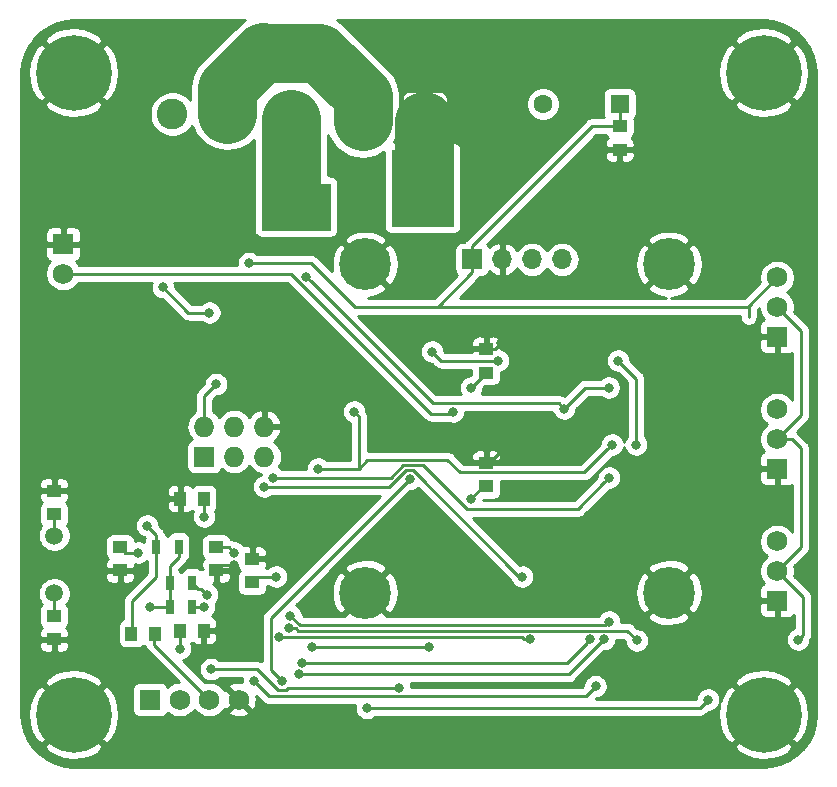
<source format=gbr>
G04 #@! TF.GenerationSoftware,KiCad,Pcbnew,(5.1.4)-1*
G04 #@! TF.CreationDate,2020-04-24T18:52:46+02:00*
G04 #@! TF.ProjectId,electronic_load,656c6563-7472-46f6-9e69-635f6c6f6164,rev?*
G04 #@! TF.SameCoordinates,Original*
G04 #@! TF.FileFunction,Copper,L2,Bot*
G04 #@! TF.FilePolarity,Positive*
%FSLAX46Y46*%
G04 Gerber Fmt 4.6, Leading zero omitted, Abs format (unit mm)*
G04 Created by KiCad (PCBNEW (5.1.4)-1) date 2020-04-24 18:52:46*
%MOMM*%
%LPD*%
G04 APERTURE LIST*
%ADD10C,0.100000*%
%ADD11C,1.750000*%
%ADD12R,1.750000X1.750000*%
%ADD13C,1.600000*%
%ADD14R,1.600000X1.600000*%
%ADD15C,2.600000*%
%ADD16R,2.600000X2.600000*%
%ADD17R,1.250000X1.000000*%
%ADD18R,1.000000X1.250000*%
%ADD19C,6.400000*%
%ADD20C,4.400000*%
%ADD21R,1.700000X1.700000*%
%ADD22O,1.700000X1.700000*%
%ADD23R,0.700000X1.300000*%
%ADD24O,1.727200X1.727200*%
%ADD25R,1.727200X1.727200*%
%ADD26C,1.501140*%
%ADD27C,0.800000*%
%ADD28C,0.250000*%
%ADD29C,5.000000*%
%ADD30C,0.254000*%
G04 APERTURE END LIST*
D10*
G36*
X83566000Y-85648800D02*
G01*
X78384400Y-85648800D01*
X78384400Y-79197200D01*
X83566000Y-79197200D01*
X83566000Y-85648800D01*
G37*
X83566000Y-85648800D02*
X78384400Y-85648800D01*
X78384400Y-79197200D01*
X83566000Y-79197200D01*
X83566000Y-85648800D01*
G36*
X73152000Y-85953600D02*
G01*
X67360800Y-85953600D01*
X67360800Y-82042000D01*
X73152000Y-82042000D01*
X73152000Y-85953600D01*
G37*
X73152000Y-85953600D02*
X67360800Y-85953600D01*
X67360800Y-82042000D01*
X73152000Y-82042000D01*
X73152000Y-85953600D01*
D11*
X110998000Y-112348000D03*
X110998000Y-114848000D03*
D12*
X110998000Y-117348000D03*
D11*
X110998000Y-101172000D03*
X110998000Y-103672000D03*
D12*
X110998000Y-106172000D03*
D13*
X91163000Y-75311000D03*
D14*
X97663000Y-75311000D03*
D12*
X110998000Y-94996000D03*
D11*
X110998000Y-92496000D03*
X110998000Y-89996000D03*
D15*
X59799200Y-76149200D03*
X64799200Y-76149200D03*
D16*
X69799200Y-76149200D03*
D17*
X97663000Y-79168500D03*
X97663000Y-77168500D03*
X86360000Y-96044000D03*
X86360000Y-98044000D03*
X63500000Y-114792000D03*
X63500000Y-112792000D03*
X49784000Y-110044500D03*
X49784000Y-108044500D03*
X49784000Y-118634000D03*
X49784000Y-120634000D03*
D18*
X62468000Y-119888000D03*
X60468000Y-119888000D03*
D17*
X66548000Y-113808000D03*
X66548000Y-115808000D03*
X55372000Y-114792000D03*
X55372000Y-112792000D03*
D18*
X60468000Y-108712000D03*
X62468000Y-108712000D03*
X56325500Y-120142000D03*
X58325500Y-120142000D03*
D17*
X86360000Y-105680000D03*
X86360000Y-107680000D03*
D12*
X57912000Y-125730000D03*
D11*
X60412000Y-125730000D03*
X62912000Y-125730000D03*
X65412000Y-125730000D03*
D19*
X109855000Y-127000000D03*
X51435000Y-127000000D03*
X109855000Y-72644000D03*
X51435000Y-72644000D03*
D20*
X76120000Y-116668000D03*
X101830000Y-116668000D03*
X101830000Y-88868000D03*
X76120000Y-88868000D03*
D21*
X85165000Y-88468000D03*
D22*
X87705000Y-88468000D03*
X90245000Y-88468000D03*
X92785000Y-88468000D03*
D23*
X61468000Y-117856000D03*
X59568000Y-117856000D03*
X61468000Y-115824000D03*
X59568000Y-115824000D03*
D12*
X50546000Y-87162000D03*
D11*
X50546000Y-89662000D03*
D24*
X67564000Y-102616000D03*
X67564000Y-105156000D03*
X65024000Y-102616000D03*
X65024000Y-105156000D03*
X62484000Y-102616000D03*
D25*
X62484000Y-105156000D03*
D16*
X81153000Y-76136500D03*
D15*
X76073000Y-76136500D03*
D26*
X49784000Y-116740940D03*
X49784000Y-111859060D03*
D23*
X60320000Y-112776000D03*
X58420000Y-112776000D03*
D27*
X81407000Y-84836000D03*
X82804000Y-84836000D03*
X80010000Y-83312000D03*
X80010000Y-84836000D03*
X70993000Y-83121500D03*
X70993000Y-84772500D03*
X69659500Y-84772500D03*
X68262500Y-84772500D03*
X69659500Y-83121500D03*
X68262500Y-83121500D03*
X69913500Y-81661000D03*
X71564500Y-81661000D03*
X68262500Y-81661000D03*
X68262500Y-80200500D03*
X69913500Y-80200500D03*
X71564500Y-80200500D03*
X79248000Y-81788000D03*
X79248000Y-80264000D03*
X81089500Y-80264000D03*
X82804000Y-80264000D03*
X81089500Y-81788000D03*
X82804000Y-81788000D03*
X81407000Y-83312000D03*
X82804000Y-83312000D03*
X68580000Y-113792000D03*
X60960000Y-110236000D03*
X56896000Y-114808000D03*
X61849000Y-121793000D03*
X65024000Y-114300000D03*
X57912000Y-102362000D03*
X61595000Y-114173000D03*
X64770000Y-117602000D03*
X64516000Y-110744000D03*
X59436000Y-110744000D03*
X91503500Y-97091500D03*
X82359500Y-115506500D03*
X73660000Y-103632000D03*
X69723000Y-95948500D03*
X87630000Y-104648000D03*
X87630000Y-95504000D03*
X57658000Y-110998000D03*
X65024000Y-113284000D03*
X71632655Y-121259030D03*
X81534000Y-121285000D03*
X90113315Y-120618521D03*
X68834000Y-120410946D03*
X69659500Y-119697500D03*
X99123500Y-120713500D03*
X68580000Y-115316000D03*
X57912000Y-117856000D03*
X62484000Y-110236000D03*
X56896000Y-113284000D03*
X60452000Y-121412000D03*
X63500000Y-99016970D03*
X58991500Y-90805000D03*
X62928500Y-92964000D03*
X66294000Y-88773000D03*
X85090000Y-108712000D03*
X83566000Y-101346000D03*
X85090000Y-99314000D03*
X62738000Y-116840000D03*
X95186500Y-120618521D03*
X70739000Y-122618500D03*
X62484000Y-117856000D03*
X96329500Y-120618521D03*
X70542099Y-123598936D03*
X68326000Y-106934000D03*
X96774000Y-106934000D03*
X69064771Y-124192090D03*
X79878344Y-107065664D03*
X97028000Y-104140000D03*
X72136000Y-106172000D03*
X75184000Y-101346000D03*
X78994000Y-124714000D03*
X63071206Y-123151525D03*
X95631000Y-124587000D03*
X66686962Y-124169010D03*
X69786500Y-118618000D03*
X96774000Y-119126000D03*
X99060000Y-104140000D03*
X97536000Y-97028000D03*
X76263500Y-126428500D03*
X105156000Y-125730000D03*
X112776000Y-120650000D03*
X87376000Y-97028000D03*
X81788000Y-96266000D03*
X67564000Y-107696000D03*
X89408000Y-115316000D03*
X96737000Y-99314000D03*
X92964000Y-101092000D03*
X71120000Y-89916000D03*
D28*
X66548000Y-113870500D02*
X68501500Y-113870500D01*
X68501500Y-113870500D02*
X68580000Y-113792000D01*
X60530500Y-108712000D02*
X60530500Y-109806500D01*
X60530500Y-109806500D02*
X60960000Y-110236000D01*
X55372000Y-114729500D02*
X56817500Y-114729500D01*
X56817500Y-114729500D02*
X56896000Y-114808000D01*
X62405500Y-119888000D02*
X62405500Y-120982500D01*
X62405500Y-120982500D02*
X61976000Y-121412000D01*
X63929500Y-114300000D02*
X63500000Y-114729500D01*
X65024000Y-114300000D02*
X63929500Y-114300000D01*
D29*
X81127600Y-78648077D02*
X81127600Y-81229200D01*
X81102200Y-76784200D02*
X81102200Y-78622677D01*
X81102200Y-78622677D02*
X81127600Y-78648077D01*
D28*
X86360000Y-105680000D02*
X86598000Y-105680000D01*
X86598000Y-105680000D02*
X87630000Y-104648000D01*
X86360000Y-96044000D02*
X87090000Y-96044000D01*
X87090000Y-96044000D02*
X87630000Y-95504000D01*
X58420000Y-112776000D02*
X58420000Y-111760000D01*
X58420000Y-111760000D02*
X57658000Y-110998000D01*
X56388000Y-117348000D02*
X56388000Y-120142000D01*
X58420000Y-112776000D02*
X58420000Y-115316000D01*
X58420000Y-115316000D02*
X56388000Y-117348000D01*
X58263000Y-121081000D02*
X62912000Y-125730000D01*
X58263000Y-120142000D02*
X58263000Y-121081000D01*
X49784000Y-118696500D02*
X49784000Y-116740940D01*
X49784000Y-109982000D02*
X49784000Y-111859060D01*
X63500000Y-112854500D02*
X64594500Y-112854500D01*
X64594500Y-112854500D02*
X65024000Y-113284000D01*
D29*
X75902190Y-74630286D02*
X75902190Y-76784200D01*
X64452500Y-76149200D02*
X64452500Y-73995286D01*
X64454404Y-73975596D02*
X67500500Y-70929500D01*
X72221094Y-70949190D02*
X75902190Y-74630286D01*
X67645286Y-70949190D02*
X72221094Y-70949190D01*
D28*
X81534000Y-121285000D02*
X71658625Y-121285000D01*
X71658625Y-121285000D02*
X71632655Y-121259030D01*
X90113315Y-120618521D02*
X89547630Y-120618521D01*
X89388609Y-120459500D02*
X69448239Y-120459500D01*
X69399685Y-120410946D02*
X68834000Y-120410946D01*
X89547630Y-120618521D02*
X89388609Y-120459500D01*
X69448239Y-120459500D02*
X69399685Y-120410946D01*
X69659500Y-119697500D02*
X70225185Y-119697500D01*
X70225185Y-119697500D02*
X70421196Y-119893511D01*
X70421196Y-119893511D02*
X92011804Y-119893511D01*
X92011804Y-119893511D02*
X98303511Y-119893511D01*
X98303511Y-119893511D02*
X99123500Y-120713500D01*
X66977500Y-115316000D02*
X66548000Y-115745500D01*
X68580000Y-115316000D02*
X66977500Y-115316000D01*
X59568000Y-115824000D02*
X59568000Y-117856000D01*
X59568000Y-117856000D02*
X57912000Y-117856000D01*
X62484000Y-108790500D02*
X62405500Y-108712000D01*
X62484000Y-110236000D02*
X62484000Y-108790500D01*
X55801500Y-113284000D02*
X55372000Y-112854500D01*
X56896000Y-113284000D02*
X55801500Y-113284000D01*
X60452000Y-119966500D02*
X60530500Y-119888000D01*
X60452000Y-121412000D02*
X60452000Y-119966500D01*
X60320000Y-112776000D02*
X60320000Y-113676000D01*
X59568000Y-114428000D02*
X59568000Y-115824000D01*
X60320000Y-113676000D02*
X59568000Y-114428000D01*
X62484000Y-100032970D02*
X62484000Y-102616000D01*
X63500000Y-99016970D02*
X62484000Y-100032970D01*
X85165000Y-89568000D02*
X85165000Y-88468000D01*
X82277000Y-92456000D02*
X85165000Y-89568000D01*
X58991500Y-90805000D02*
X61150500Y-92964000D01*
X61150500Y-92964000D02*
X62928500Y-92964000D01*
X71558004Y-88773000D02*
X75241004Y-92456000D01*
X75241004Y-92456000D02*
X82277000Y-92456000D01*
X66294000Y-88773000D02*
X71558004Y-88773000D01*
X108538000Y-92456000D02*
X110998000Y-89996000D01*
X82277000Y-92456000D02*
X108538000Y-92456000D01*
X108585000Y-92503000D02*
X108538000Y-92456000D01*
X108585000Y-93345000D02*
X108585000Y-92503000D01*
X85165000Y-88468000D02*
X85165000Y-87368000D01*
X85165000Y-87368000D02*
X95364500Y-77168500D01*
X95364500Y-77168500D02*
X97663000Y-77168500D01*
X97663000Y-77168500D02*
X97663000Y-75311000D01*
X86360000Y-107680000D02*
X86122000Y-107680000D01*
X86122000Y-107680000D02*
X85090000Y-108712000D01*
X50546000Y-89662000D02*
X69840681Y-89662000D01*
X81299211Y-101120530D02*
X81699210Y-101520529D01*
X69840681Y-89662000D02*
X81299211Y-101120530D01*
X81699210Y-101520529D02*
X83391471Y-101520529D01*
X83391471Y-101520529D02*
X83566000Y-101346000D01*
X86360000Y-98044000D02*
X85090000Y-99314000D01*
X61976000Y-116332000D02*
X61468000Y-115824000D01*
X62230000Y-116332000D02*
X62738000Y-116840000D01*
X61976000Y-116332000D02*
X62230000Y-116332000D01*
X94786501Y-121018520D02*
X95186500Y-120618521D01*
X93186521Y-122618500D02*
X94786501Y-121018520D01*
X70739000Y-122618500D02*
X93186521Y-122618500D01*
X62484000Y-117856000D02*
X61468000Y-117856000D01*
X70542099Y-123598936D02*
X93349085Y-123598936D01*
X95929501Y-121018520D02*
X96329500Y-120618521D01*
X93349085Y-123598936D02*
X95929501Y-121018520D01*
X68326000Y-106934000D02*
X68891685Y-106934000D01*
X96374001Y-107333999D02*
X96774000Y-106934000D01*
X84709000Y-109601000D02*
X94107000Y-109601000D01*
X94107000Y-109601000D02*
X96374001Y-107333999D01*
X68326000Y-106934000D02*
X78300585Y-106934000D01*
X78300585Y-106934000D02*
X79348598Y-105885987D01*
X79348598Y-105885987D02*
X80993987Y-105885987D01*
X80993987Y-105885987D02*
X84709000Y-109601000D01*
X69064771Y-124192090D02*
X68108999Y-123236318D01*
X68108999Y-123236318D02*
X68108999Y-118835009D01*
X79478345Y-107465663D02*
X79878344Y-107065664D01*
X68108999Y-118835009D02*
X79478345Y-107465663D01*
D29*
X69799200Y-82449200D02*
X69799200Y-83515200D01*
X69850000Y-76556000D02*
X69850000Y-82856000D01*
D28*
X75583999Y-106153001D02*
X75565000Y-106172000D01*
X75583999Y-101745999D02*
X75583999Y-106153001D01*
X75184000Y-101346000D02*
X75583999Y-101745999D01*
X75565000Y-106172000D02*
X72136000Y-106172000D01*
X75565000Y-106172000D02*
X76301024Y-105435976D01*
X76301024Y-105435976D02*
X83083976Y-105435976D01*
X96628001Y-104539999D02*
X97028000Y-104140000D01*
X84153001Y-106505001D02*
X94662999Y-106505001D01*
X83083976Y-105435976D02*
X84153001Y-106505001D01*
X94662999Y-106505001D02*
X96628001Y-104539999D01*
X78994000Y-124714000D02*
X69615863Y-124714000D01*
X68716770Y-124917091D02*
X66951204Y-123151525D01*
X69412772Y-124917091D02*
X68716770Y-124917091D01*
X66951204Y-123151525D02*
X63636891Y-123151525D01*
X63636891Y-123151525D02*
X63071206Y-123151525D01*
X69615863Y-124714000D02*
X69412772Y-124917091D01*
X67956954Y-125439002D02*
X67086961Y-124569009D01*
X94778998Y-125439002D02*
X67956954Y-125439002D01*
X95631000Y-124587000D02*
X94778998Y-125439002D01*
X67086961Y-124569009D02*
X66686962Y-124169010D01*
X69786500Y-118618000D02*
X70612000Y-119443500D01*
X70612000Y-119443500D02*
X96456500Y-119443500D01*
X96456500Y-119443500D02*
X96774000Y-119126000D01*
X99060000Y-104140000D02*
X99060000Y-98552000D01*
X99060000Y-98552000D02*
X97536000Y-97028000D01*
X76263500Y-126428500D02*
X76829185Y-126428500D01*
X76829185Y-126428500D02*
X104457500Y-126428500D01*
X104457500Y-126428500D02*
X105156000Y-125730000D01*
X110998000Y-92496000D02*
X113030000Y-94528000D01*
X113030000Y-101640000D02*
X110998000Y-103672000D01*
X113030000Y-94528000D02*
X113030000Y-101640000D01*
X112235436Y-103672000D02*
X113030000Y-104466564D01*
X110998000Y-103672000D02*
X112235436Y-103672000D01*
X113030000Y-112816000D02*
X110998000Y-114848000D01*
X113030000Y-104466564D02*
X113030000Y-112816000D01*
X111872999Y-115722999D02*
X110998000Y-114848000D01*
X113175999Y-117025999D02*
X111872999Y-115722999D01*
X113175999Y-120250001D02*
X113175999Y-117025999D01*
X112776000Y-120650000D02*
X113175999Y-120250001D01*
X82550000Y-97028000D02*
X87376000Y-97028000D01*
X81788000Y-96266000D02*
X82550000Y-97028000D01*
X80173998Y-106335998D02*
X89154000Y-115316000D01*
X79534998Y-106335998D02*
X80173998Y-106335998D01*
X78174996Y-107696000D02*
X79534998Y-106335998D01*
X89154000Y-115316000D02*
X89408000Y-115316000D01*
X67564000Y-107696000D02*
X78174996Y-107696000D01*
X94742000Y-99314000D02*
X96737000Y-99314000D01*
X92964000Y-101092000D02*
X94742000Y-99314000D01*
X81824998Y-100620998D02*
X71519999Y-90315999D01*
X71519999Y-90315999D02*
X71120000Y-89916000D01*
X92492998Y-100620998D02*
X81824998Y-100620998D01*
X92964000Y-101092000D02*
X92492998Y-100620998D01*
D30*
G36*
X65750360Y-68310232D02*
G01*
X65392615Y-68603825D01*
X62245434Y-71751008D01*
X62224996Y-71767781D01*
X62208223Y-71788219D01*
X62128729Y-71867713D01*
X61835136Y-72225457D01*
X61544029Y-72770079D01*
X61364766Y-73361029D01*
X61304237Y-73975596D01*
X61317500Y-74110259D01*
X61317500Y-74938588D01*
X61302213Y-74915709D01*
X61032691Y-74646187D01*
X60715766Y-74434425D01*
X60363619Y-74288561D01*
X59989781Y-74214200D01*
X59608619Y-74214200D01*
X59234781Y-74288561D01*
X58882634Y-74434425D01*
X58565709Y-74646187D01*
X58296187Y-74915709D01*
X58084425Y-75232634D01*
X57938561Y-75584781D01*
X57864200Y-75958619D01*
X57864200Y-76339781D01*
X57938561Y-76713619D01*
X58084425Y-77065766D01*
X58296187Y-77382691D01*
X58565709Y-77652213D01*
X58882634Y-77863975D01*
X59234781Y-78009839D01*
X59608619Y-78084200D01*
X59989781Y-78084200D01*
X60363619Y-78009839D01*
X60715766Y-77863975D01*
X61032691Y-77652213D01*
X61302213Y-77382691D01*
X61473051Y-77127013D01*
X61542124Y-77354716D01*
X61833231Y-77899339D01*
X62224995Y-78376705D01*
X62702360Y-78768469D01*
X63246983Y-79059576D01*
X63837933Y-79238838D01*
X64452500Y-79299368D01*
X65067066Y-79238838D01*
X65658016Y-79059576D01*
X66202639Y-78768469D01*
X66680005Y-78376705D01*
X66715000Y-78334063D01*
X66715001Y-81816705D01*
X66709562Y-81834634D01*
X66708747Y-81842905D01*
X66690769Y-81899580D01*
X66690501Y-81901968D01*
X66689791Y-81904262D01*
X66683054Y-81968366D01*
X66675867Y-82032436D01*
X66675835Y-82037050D01*
X66675817Y-82037218D01*
X66675832Y-82037386D01*
X66675800Y-82042000D01*
X66675800Y-82177423D01*
X66664200Y-82295199D01*
X66664200Y-83669202D01*
X66675800Y-83786978D01*
X66675800Y-85953600D01*
X66682090Y-86017745D01*
X66687933Y-86081956D01*
X66688612Y-86084262D01*
X66688846Y-86086651D01*
X66707466Y-86148323D01*
X66725679Y-86210206D01*
X66726792Y-86212336D01*
X66727486Y-86214633D01*
X66757716Y-86271486D01*
X66787616Y-86328681D01*
X66789123Y-86330555D01*
X66790249Y-86332673D01*
X66830957Y-86382586D01*
X66871386Y-86432869D01*
X66873227Y-86434413D01*
X66874744Y-86436274D01*
X66924416Y-86477366D01*
X66973798Y-86518803D01*
X66975902Y-86519960D01*
X66977753Y-86521491D01*
X67034439Y-86552141D01*
X67090950Y-86583208D01*
X67093242Y-86583935D01*
X67095352Y-86585076D01*
X67156884Y-86604124D01*
X67218380Y-86623631D01*
X67220768Y-86623899D01*
X67223062Y-86624609D01*
X67287166Y-86631346D01*
X67351236Y-86638533D01*
X67355850Y-86638565D01*
X67356018Y-86638583D01*
X67356186Y-86638568D01*
X67360800Y-86638600D01*
X69527422Y-86638600D01*
X69799200Y-86665368D01*
X70070978Y-86638600D01*
X73152000Y-86638600D01*
X73216145Y-86632310D01*
X73280356Y-86626467D01*
X73282662Y-86625788D01*
X73285051Y-86625554D01*
X73346723Y-86606934D01*
X73408606Y-86588721D01*
X73410736Y-86587608D01*
X73413033Y-86586914D01*
X73469886Y-86556684D01*
X73527081Y-86526784D01*
X73528955Y-86525277D01*
X73531073Y-86524151D01*
X73580986Y-86483443D01*
X73631269Y-86443014D01*
X73632813Y-86441173D01*
X73634674Y-86439656D01*
X73675766Y-86389984D01*
X73717203Y-86340602D01*
X73718360Y-86338498D01*
X73719891Y-86336647D01*
X73750541Y-86279961D01*
X73781608Y-86223450D01*
X73782335Y-86221158D01*
X73783476Y-86219048D01*
X73802524Y-86157516D01*
X73822031Y-86096020D01*
X73822299Y-86093632D01*
X73823009Y-86091338D01*
X73829746Y-86027234D01*
X73836933Y-85963164D01*
X73836965Y-85958550D01*
X73836983Y-85958382D01*
X73836968Y-85958214D01*
X73837000Y-85953600D01*
X73837000Y-82042000D01*
X73830710Y-81977855D01*
X73824867Y-81913644D01*
X73824188Y-81911338D01*
X73823954Y-81908949D01*
X73805334Y-81847277D01*
X73787121Y-81785394D01*
X73786008Y-81783264D01*
X73785314Y-81780967D01*
X73755084Y-81724114D01*
X73725184Y-81666919D01*
X73723677Y-81665045D01*
X73722551Y-81662927D01*
X73681843Y-81613014D01*
X73641414Y-81562731D01*
X73639573Y-81561187D01*
X73638056Y-81559326D01*
X73588384Y-81518234D01*
X73539002Y-81476797D01*
X73536898Y-81475640D01*
X73535047Y-81474109D01*
X73478361Y-81443459D01*
X73421850Y-81412392D01*
X73419558Y-81411665D01*
X73417448Y-81410524D01*
X73355916Y-81391476D01*
X73294420Y-81371969D01*
X73292032Y-81371701D01*
X73289738Y-81370991D01*
X73225634Y-81364254D01*
X73161564Y-81357067D01*
X73156950Y-81357035D01*
X73156782Y-81357017D01*
X73156614Y-81357032D01*
X73152000Y-81357000D01*
X72985000Y-81357000D01*
X72985000Y-77967254D01*
X72991814Y-77989717D01*
X73282922Y-78534340D01*
X73674686Y-79011705D01*
X74152051Y-79403469D01*
X74696674Y-79694576D01*
X75287624Y-79873838D01*
X75902190Y-79934368D01*
X76516757Y-79873838D01*
X77107707Y-79694576D01*
X77652330Y-79403469D01*
X77699400Y-79364840D01*
X77699400Y-85648800D01*
X77705690Y-85712945D01*
X77711533Y-85777156D01*
X77712212Y-85779462D01*
X77712446Y-85781851D01*
X77731066Y-85843523D01*
X77749279Y-85905406D01*
X77750392Y-85907536D01*
X77751086Y-85909833D01*
X77781316Y-85966686D01*
X77811216Y-86023881D01*
X77812723Y-86025755D01*
X77813849Y-86027873D01*
X77854557Y-86077786D01*
X77894986Y-86128069D01*
X77896827Y-86129613D01*
X77898344Y-86131474D01*
X77948016Y-86172566D01*
X77997398Y-86214003D01*
X77999502Y-86215160D01*
X78001353Y-86216691D01*
X78058039Y-86247341D01*
X78114550Y-86278408D01*
X78116842Y-86279135D01*
X78118952Y-86280276D01*
X78180484Y-86299324D01*
X78241980Y-86318831D01*
X78244368Y-86319099D01*
X78246662Y-86319809D01*
X78310766Y-86326546D01*
X78374836Y-86333733D01*
X78379450Y-86333765D01*
X78379618Y-86333783D01*
X78379786Y-86333768D01*
X78384400Y-86333800D01*
X83566000Y-86333800D01*
X83630145Y-86327510D01*
X83694356Y-86321667D01*
X83696662Y-86320988D01*
X83699051Y-86320754D01*
X83760723Y-86302134D01*
X83822606Y-86283921D01*
X83824736Y-86282808D01*
X83827033Y-86282114D01*
X83883886Y-86251884D01*
X83941081Y-86221984D01*
X83942955Y-86220477D01*
X83945073Y-86219351D01*
X83994986Y-86178643D01*
X84045269Y-86138214D01*
X84046813Y-86136373D01*
X84048674Y-86134856D01*
X84089766Y-86085184D01*
X84131203Y-86035802D01*
X84132360Y-86033698D01*
X84133891Y-86031847D01*
X84164541Y-85975161D01*
X84195608Y-85918650D01*
X84196335Y-85916358D01*
X84197476Y-85914248D01*
X84216524Y-85852716D01*
X84236031Y-85791220D01*
X84236299Y-85788832D01*
X84237009Y-85786538D01*
X84243746Y-85722434D01*
X84250933Y-85658364D01*
X84250965Y-85653750D01*
X84250983Y-85653582D01*
X84250968Y-85653414D01*
X84251000Y-85648800D01*
X84251000Y-79197200D01*
X84244710Y-79133055D01*
X84238867Y-79068844D01*
X84238188Y-79066538D01*
X84237954Y-79064149D01*
X84219334Y-79002477D01*
X84201121Y-78940594D01*
X84200008Y-78938464D01*
X84199314Y-78936167D01*
X84169084Y-78879314D01*
X84139184Y-78822119D01*
X84137677Y-78820245D01*
X84136551Y-78818127D01*
X84095843Y-78768214D01*
X84055414Y-78717931D01*
X84053573Y-78716387D01*
X84052056Y-78714526D01*
X84002384Y-78673434D01*
X83953002Y-78631997D01*
X83950898Y-78630840D01*
X83949047Y-78629309D01*
X83892361Y-78598659D01*
X83835850Y-78567592D01*
X83833558Y-78566865D01*
X83831448Y-78565724D01*
X83769916Y-78546676D01*
X83708420Y-78527169D01*
X83706032Y-78526901D01*
X83703738Y-78526191D01*
X83639634Y-78519454D01*
X83575564Y-78512267D01*
X83570950Y-78512235D01*
X83570782Y-78512217D01*
X83570614Y-78512232D01*
X83566000Y-78512200D01*
X78533293Y-78512200D01*
X78812566Y-77989717D01*
X78980381Y-77436500D01*
X79214928Y-77436500D01*
X79227188Y-77560982D01*
X79263498Y-77680680D01*
X79322463Y-77790994D01*
X79401815Y-77887685D01*
X79498506Y-77967037D01*
X79608820Y-78026002D01*
X79728518Y-78062312D01*
X79853000Y-78074572D01*
X80867250Y-78071500D01*
X81026000Y-77912750D01*
X81026000Y-76263500D01*
X81280000Y-76263500D01*
X81280000Y-77912750D01*
X81438750Y-78071500D01*
X82453000Y-78074572D01*
X82577482Y-78062312D01*
X82697180Y-78026002D01*
X82807494Y-77967037D01*
X82904185Y-77887685D01*
X82983537Y-77790994D01*
X83042502Y-77680680D01*
X83078812Y-77560982D01*
X83091072Y-77436500D01*
X83088000Y-76422250D01*
X82929250Y-76263500D01*
X81280000Y-76263500D01*
X81026000Y-76263500D01*
X79376750Y-76263500D01*
X79218000Y-76422250D01*
X79214928Y-77436500D01*
X78980381Y-77436500D01*
X78991828Y-77398767D01*
X79037190Y-76938202D01*
X79037190Y-74836500D01*
X79214928Y-74836500D01*
X79218000Y-75850750D01*
X79376750Y-76009500D01*
X81026000Y-76009500D01*
X81026000Y-74360250D01*
X81280000Y-74360250D01*
X81280000Y-76009500D01*
X82929250Y-76009500D01*
X83088000Y-75850750D01*
X83090062Y-75169665D01*
X89728000Y-75169665D01*
X89728000Y-75452335D01*
X89783147Y-75729574D01*
X89891320Y-75990727D01*
X90048363Y-76225759D01*
X90248241Y-76425637D01*
X90483273Y-76582680D01*
X90744426Y-76690853D01*
X91021665Y-76746000D01*
X91304335Y-76746000D01*
X91581574Y-76690853D01*
X91842727Y-76582680D01*
X92077759Y-76425637D01*
X92277637Y-76225759D01*
X92434680Y-75990727D01*
X92542853Y-75729574D01*
X92598000Y-75452335D01*
X92598000Y-75169665D01*
X92542853Y-74892426D01*
X92434680Y-74631273D01*
X92277637Y-74396241D01*
X92077759Y-74196363D01*
X91842727Y-74039320D01*
X91581574Y-73931147D01*
X91304335Y-73876000D01*
X91021665Y-73876000D01*
X90744426Y-73931147D01*
X90483273Y-74039320D01*
X90248241Y-74196363D01*
X90048363Y-74396241D01*
X89891320Y-74631273D01*
X89783147Y-74892426D01*
X89728000Y-75169665D01*
X83090062Y-75169665D01*
X83091072Y-74836500D01*
X83078812Y-74712018D01*
X83042502Y-74592320D01*
X82983537Y-74482006D01*
X82904185Y-74385315D01*
X82807494Y-74305963D01*
X82697180Y-74246998D01*
X82577482Y-74210688D01*
X82453000Y-74198428D01*
X81438750Y-74201500D01*
X81280000Y-74360250D01*
X81026000Y-74360250D01*
X80867250Y-74201500D01*
X79853000Y-74198428D01*
X79728518Y-74210688D01*
X79608820Y-74246998D01*
X79498506Y-74305963D01*
X79401815Y-74385315D01*
X79322463Y-74482006D01*
X79263498Y-74592320D01*
X79227188Y-74712018D01*
X79214928Y-74836500D01*
X79037190Y-74836500D01*
X79037190Y-74784281D01*
X79052357Y-74630286D01*
X79037190Y-74476291D01*
X79037190Y-74476284D01*
X78991828Y-74015719D01*
X78812566Y-73424769D01*
X78521459Y-72880146D01*
X78307713Y-72619695D01*
X106001520Y-72619695D01*
X106070822Y-73371938D01*
X106285548Y-74096208D01*
X106637445Y-74764670D01*
X106664452Y-74805088D01*
X107154119Y-75165276D01*
X109675395Y-72644000D01*
X110034605Y-72644000D01*
X112555881Y-75165276D01*
X113045548Y-74805088D01*
X113405849Y-74141118D01*
X113629694Y-73419615D01*
X113708480Y-72668305D01*
X113639178Y-71916062D01*
X113424452Y-71191792D01*
X113072555Y-70523330D01*
X113045548Y-70482912D01*
X112555881Y-70122724D01*
X110034605Y-72644000D01*
X109675395Y-72644000D01*
X107154119Y-70122724D01*
X106664452Y-70482912D01*
X106304151Y-71146882D01*
X106080306Y-71868385D01*
X106001520Y-72619695D01*
X78307713Y-72619695D01*
X78129695Y-72402781D01*
X78010072Y-72304609D01*
X75648582Y-69943119D01*
X107333724Y-69943119D01*
X109855000Y-72464395D01*
X112376276Y-69943119D01*
X112016088Y-69453452D01*
X111352118Y-69093151D01*
X110630615Y-68869306D01*
X109879305Y-68790520D01*
X109127062Y-68859822D01*
X108402792Y-69074548D01*
X107734330Y-69426445D01*
X107693912Y-69453452D01*
X107333724Y-69943119D01*
X75648582Y-69943119D01*
X74546777Y-68841315D01*
X74448599Y-68721685D01*
X73971234Y-68329921D01*
X73773070Y-68224000D01*
X109825608Y-68224000D01*
X110637249Y-68296437D01*
X111394774Y-68503672D01*
X112103625Y-68841777D01*
X112741404Y-69300067D01*
X113287946Y-69864055D01*
X113725977Y-70515913D01*
X114041651Y-71235038D01*
X114226206Y-72003768D01*
X114275001Y-72668221D01*
X114275000Y-126970608D01*
X114202563Y-127782249D01*
X113995328Y-128539774D01*
X113657221Y-129248627D01*
X113198928Y-129886410D01*
X112634945Y-130432946D01*
X111983085Y-130870978D01*
X111263963Y-131186651D01*
X110495232Y-131371206D01*
X109830792Y-131420000D01*
X51464392Y-131420000D01*
X50652751Y-131347563D01*
X49895226Y-131140328D01*
X49186373Y-130802221D01*
X48548590Y-130343928D01*
X48002054Y-129779945D01*
X47948926Y-129700881D01*
X48913724Y-129700881D01*
X49273912Y-130190548D01*
X49937882Y-130550849D01*
X50659385Y-130774694D01*
X51410695Y-130853480D01*
X52162938Y-130784178D01*
X52887208Y-130569452D01*
X53555670Y-130217555D01*
X53596088Y-130190548D01*
X53956276Y-129700881D01*
X107333724Y-129700881D01*
X107693912Y-130190548D01*
X108357882Y-130550849D01*
X109079385Y-130774694D01*
X109830695Y-130853480D01*
X110582938Y-130784178D01*
X111307208Y-130569452D01*
X111975670Y-130217555D01*
X112016088Y-130190548D01*
X112376276Y-129700881D01*
X109855000Y-127179605D01*
X107333724Y-129700881D01*
X53956276Y-129700881D01*
X51435000Y-127179605D01*
X48913724Y-129700881D01*
X47948926Y-129700881D01*
X47564022Y-129128085D01*
X47248349Y-128408963D01*
X47063794Y-127640232D01*
X47015000Y-126975792D01*
X47015000Y-126975695D01*
X47581520Y-126975695D01*
X47650822Y-127727938D01*
X47865548Y-128452208D01*
X48217445Y-129120670D01*
X48244452Y-129161088D01*
X48734119Y-129521276D01*
X51255395Y-127000000D01*
X51614605Y-127000000D01*
X54135881Y-129521276D01*
X54625548Y-129161088D01*
X54985849Y-128497118D01*
X55209694Y-127775615D01*
X55288480Y-127024305D01*
X55219178Y-126272062D01*
X55004452Y-125547792D01*
X54652555Y-124879330D01*
X54625548Y-124838912D01*
X54135881Y-124478724D01*
X51614605Y-127000000D01*
X51255395Y-127000000D01*
X48734119Y-124478724D01*
X48244452Y-124838912D01*
X47884151Y-125502882D01*
X47660306Y-126224385D01*
X47581520Y-126975695D01*
X47015000Y-126975695D01*
X47015000Y-124299119D01*
X48913724Y-124299119D01*
X51435000Y-126820395D01*
X53956276Y-124299119D01*
X53596088Y-123809452D01*
X52932118Y-123449151D01*
X52210615Y-123225306D01*
X51459305Y-123146520D01*
X50707062Y-123215822D01*
X49982792Y-123430548D01*
X49314330Y-123782445D01*
X49273912Y-123809452D01*
X48913724Y-124299119D01*
X47015000Y-124299119D01*
X47015000Y-121134000D01*
X48520928Y-121134000D01*
X48533188Y-121258482D01*
X48569498Y-121378180D01*
X48628463Y-121488494D01*
X48707815Y-121585185D01*
X48804506Y-121664537D01*
X48914820Y-121723502D01*
X49034518Y-121759812D01*
X49159000Y-121772072D01*
X49498250Y-121769000D01*
X49657000Y-121610250D01*
X49657000Y-120761000D01*
X49911000Y-120761000D01*
X49911000Y-121610250D01*
X50069750Y-121769000D01*
X50409000Y-121772072D01*
X50533482Y-121759812D01*
X50653180Y-121723502D01*
X50763494Y-121664537D01*
X50860185Y-121585185D01*
X50939537Y-121488494D01*
X50998502Y-121378180D01*
X51034812Y-121258482D01*
X51047072Y-121134000D01*
X51044000Y-120919750D01*
X50885250Y-120761000D01*
X49911000Y-120761000D01*
X49657000Y-120761000D01*
X48682750Y-120761000D01*
X48524000Y-120919750D01*
X48520928Y-121134000D01*
X47015000Y-121134000D01*
X47015000Y-116604473D01*
X48398430Y-116604473D01*
X48398430Y-116877407D01*
X48451677Y-117145096D01*
X48556124Y-117397253D01*
X48707758Y-117624189D01*
X48739984Y-117656415D01*
X48707815Y-117682815D01*
X48628463Y-117779506D01*
X48569498Y-117889820D01*
X48533188Y-118009518D01*
X48520928Y-118134000D01*
X48520928Y-119134000D01*
X48533188Y-119258482D01*
X48569498Y-119378180D01*
X48628463Y-119488494D01*
X48707815Y-119585185D01*
X48767296Y-119634000D01*
X48707815Y-119682815D01*
X48628463Y-119779506D01*
X48569498Y-119889820D01*
X48533188Y-120009518D01*
X48520928Y-120134000D01*
X48524000Y-120348250D01*
X48682750Y-120507000D01*
X49657000Y-120507000D01*
X49657000Y-120487000D01*
X49911000Y-120487000D01*
X49911000Y-120507000D01*
X50885250Y-120507000D01*
X51044000Y-120348250D01*
X51047072Y-120134000D01*
X51034812Y-120009518D01*
X50998502Y-119889820D01*
X50939537Y-119779506D01*
X50860185Y-119682815D01*
X50800704Y-119634000D01*
X50860185Y-119585185D01*
X50939537Y-119488494D01*
X50998502Y-119378180D01*
X51034812Y-119258482D01*
X51047072Y-119134000D01*
X51047072Y-118134000D01*
X51034812Y-118009518D01*
X50998502Y-117889820D01*
X50939537Y-117779506D01*
X50860185Y-117682815D01*
X50828016Y-117656415D01*
X50860242Y-117624189D01*
X51011876Y-117397253D01*
X51116323Y-117145096D01*
X51169570Y-116877407D01*
X51169570Y-116604473D01*
X51116323Y-116336784D01*
X51011876Y-116084627D01*
X50860242Y-115857691D01*
X50667249Y-115664698D01*
X50440313Y-115513064D01*
X50188156Y-115408617D01*
X49920467Y-115355370D01*
X49647533Y-115355370D01*
X49379844Y-115408617D01*
X49127687Y-115513064D01*
X48900751Y-115664698D01*
X48707758Y-115857691D01*
X48556124Y-116084627D01*
X48451677Y-116336784D01*
X48398430Y-116604473D01*
X47015000Y-116604473D01*
X47015000Y-115292000D01*
X54108928Y-115292000D01*
X54121188Y-115416482D01*
X54157498Y-115536180D01*
X54216463Y-115646494D01*
X54295815Y-115743185D01*
X54392506Y-115822537D01*
X54502820Y-115881502D01*
X54622518Y-115917812D01*
X54747000Y-115930072D01*
X55086250Y-115927000D01*
X55245000Y-115768250D01*
X55245000Y-114919000D01*
X55499000Y-114919000D01*
X55499000Y-115768250D01*
X55657750Y-115927000D01*
X55997000Y-115930072D01*
X56121482Y-115917812D01*
X56241180Y-115881502D01*
X56351494Y-115822537D01*
X56448185Y-115743185D01*
X56527537Y-115646494D01*
X56586502Y-115536180D01*
X56622812Y-115416482D01*
X56635072Y-115292000D01*
X56632000Y-115077750D01*
X56473250Y-114919000D01*
X55499000Y-114919000D01*
X55245000Y-114919000D01*
X54270750Y-114919000D01*
X54112000Y-115077750D01*
X54108928Y-115292000D01*
X47015000Y-115292000D01*
X47015000Y-111722593D01*
X48398430Y-111722593D01*
X48398430Y-111995527D01*
X48451677Y-112263216D01*
X48556124Y-112515373D01*
X48707758Y-112742309D01*
X48900751Y-112935302D01*
X49127687Y-113086936D01*
X49379844Y-113191383D01*
X49647533Y-113244630D01*
X49920467Y-113244630D01*
X50188156Y-113191383D01*
X50440313Y-113086936D01*
X50667249Y-112935302D01*
X50860242Y-112742309D01*
X51011876Y-112515373D01*
X51104400Y-112292000D01*
X54108928Y-112292000D01*
X54108928Y-113292000D01*
X54121188Y-113416482D01*
X54157498Y-113536180D01*
X54216463Y-113646494D01*
X54295815Y-113743185D01*
X54355296Y-113792000D01*
X54295815Y-113840815D01*
X54216463Y-113937506D01*
X54157498Y-114047820D01*
X54121188Y-114167518D01*
X54108928Y-114292000D01*
X54112000Y-114506250D01*
X54270750Y-114665000D01*
X55245000Y-114665000D01*
X55245000Y-114645000D01*
X55499000Y-114645000D01*
X55499000Y-114665000D01*
X56473250Y-114665000D01*
X56632000Y-114506250D01*
X56635072Y-114292000D01*
X56634607Y-114287283D01*
X56794061Y-114319000D01*
X56997939Y-114319000D01*
X57197898Y-114279226D01*
X57386256Y-114201205D01*
X57555774Y-114087937D01*
X57660000Y-113983711D01*
X57660001Y-115001197D01*
X55877003Y-116784196D01*
X55847999Y-116807999D01*
X55812294Y-116851506D01*
X55753026Y-116923724D01*
X55684427Y-117052063D01*
X55682454Y-117055754D01*
X55638997Y-117199015D01*
X55628000Y-117310668D01*
X55628000Y-117310678D01*
X55624324Y-117348000D01*
X55628000Y-117385323D01*
X55628001Y-118913338D01*
X55581320Y-118927498D01*
X55471006Y-118986463D01*
X55374315Y-119065815D01*
X55294963Y-119162506D01*
X55235998Y-119272820D01*
X55199688Y-119392518D01*
X55187428Y-119517000D01*
X55187428Y-120767000D01*
X55199688Y-120891482D01*
X55235998Y-121011180D01*
X55294963Y-121121494D01*
X55374315Y-121218185D01*
X55471006Y-121297537D01*
X55581320Y-121356502D01*
X55701018Y-121392812D01*
X55825500Y-121405072D01*
X56825500Y-121405072D01*
X56949982Y-121392812D01*
X57069680Y-121356502D01*
X57179994Y-121297537D01*
X57276685Y-121218185D01*
X57325500Y-121158704D01*
X57374315Y-121218185D01*
X57471006Y-121297537D01*
X57546774Y-121338036D01*
X57557454Y-121373246D01*
X57628026Y-121505276D01*
X57695012Y-121586898D01*
X57723000Y-121621001D01*
X57751998Y-121644799D01*
X60327198Y-124220000D01*
X60263278Y-124220000D01*
X59971549Y-124278029D01*
X59696747Y-124391856D01*
X59449431Y-124557107D01*
X59380974Y-124625564D01*
X59376502Y-124610820D01*
X59317537Y-124500506D01*
X59238185Y-124403815D01*
X59141494Y-124324463D01*
X59031180Y-124265498D01*
X58911482Y-124229188D01*
X58787000Y-124216928D01*
X57037000Y-124216928D01*
X56912518Y-124229188D01*
X56792820Y-124265498D01*
X56682506Y-124324463D01*
X56585815Y-124403815D01*
X56506463Y-124500506D01*
X56447498Y-124610820D01*
X56411188Y-124730518D01*
X56398928Y-124855000D01*
X56398928Y-126605000D01*
X56411188Y-126729482D01*
X56447498Y-126849180D01*
X56506463Y-126959494D01*
X56585815Y-127056185D01*
X56682506Y-127135537D01*
X56792820Y-127194502D01*
X56912518Y-127230812D01*
X57037000Y-127243072D01*
X58787000Y-127243072D01*
X58911482Y-127230812D01*
X59031180Y-127194502D01*
X59141494Y-127135537D01*
X59238185Y-127056185D01*
X59317537Y-126959494D01*
X59376502Y-126849180D01*
X59380974Y-126834436D01*
X59449431Y-126902893D01*
X59696747Y-127068144D01*
X59971549Y-127181971D01*
X60263278Y-127240000D01*
X60560722Y-127240000D01*
X60852451Y-127181971D01*
X61127253Y-127068144D01*
X61374569Y-126902893D01*
X61584893Y-126692569D01*
X61662000Y-126577170D01*
X61739107Y-126692569D01*
X61949431Y-126902893D01*
X62196747Y-127068144D01*
X62471549Y-127181971D01*
X62763278Y-127240000D01*
X63060722Y-127240000D01*
X63352451Y-127181971D01*
X63627253Y-127068144D01*
X63874569Y-126902893D01*
X64001222Y-126776240D01*
X64545365Y-126776240D01*
X64626025Y-127027868D01*
X64894329Y-127156267D01*
X65182526Y-127229855D01*
X65479543Y-127245804D01*
X65773963Y-127203501D01*
X66054474Y-127104572D01*
X66197975Y-127027868D01*
X66278635Y-126776240D01*
X65412000Y-125909605D01*
X64545365Y-126776240D01*
X64001222Y-126776240D01*
X64084893Y-126692569D01*
X64187232Y-126539407D01*
X64365760Y-126596635D01*
X65232395Y-125730000D01*
X64365760Y-124863365D01*
X64187232Y-124920593D01*
X64084893Y-124767431D01*
X63874569Y-124557107D01*
X63627253Y-124391856D01*
X63352451Y-124278029D01*
X63060722Y-124220000D01*
X62763278Y-124220000D01*
X62524332Y-124267530D01*
X60678938Y-122422136D01*
X60753898Y-122407226D01*
X60942256Y-122329205D01*
X61111774Y-122215937D01*
X61255937Y-122071774D01*
X61369205Y-121902256D01*
X61447226Y-121713898D01*
X61487000Y-121513939D01*
X61487000Y-121310061D01*
X61447226Y-121110102D01*
X61395005Y-120984029D01*
X61419185Y-120964185D01*
X61468000Y-120904704D01*
X61516815Y-120964185D01*
X61613506Y-121043537D01*
X61723820Y-121102502D01*
X61843518Y-121138812D01*
X61968000Y-121151072D01*
X62182250Y-121148000D01*
X62341000Y-120989250D01*
X62341000Y-120015000D01*
X62595000Y-120015000D01*
X62595000Y-120989250D01*
X62753750Y-121148000D01*
X62968000Y-121151072D01*
X63092482Y-121138812D01*
X63212180Y-121102502D01*
X63322494Y-121043537D01*
X63419185Y-120964185D01*
X63498537Y-120867494D01*
X63557502Y-120757180D01*
X63593812Y-120637482D01*
X63606072Y-120513000D01*
X63603000Y-120173750D01*
X63444250Y-120015000D01*
X62595000Y-120015000D01*
X62341000Y-120015000D01*
X62321000Y-120015000D01*
X62321000Y-119761000D01*
X62341000Y-119761000D01*
X62341000Y-119741000D01*
X62595000Y-119741000D01*
X62595000Y-119761000D01*
X63444250Y-119761000D01*
X63603000Y-119602250D01*
X63606072Y-119263000D01*
X63593812Y-119138518D01*
X63557502Y-119018820D01*
X63498537Y-118908506D01*
X63419185Y-118811815D01*
X63322494Y-118732463D01*
X63212180Y-118673498D01*
X63149290Y-118654421D01*
X63287937Y-118515774D01*
X63401205Y-118346256D01*
X63479226Y-118157898D01*
X63519000Y-117957939D01*
X63519000Y-117754061D01*
X63480617Y-117561094D01*
X63541937Y-117499774D01*
X63655205Y-117330256D01*
X63733226Y-117141898D01*
X63773000Y-116941939D01*
X63773000Y-116738061D01*
X63733226Y-116538102D01*
X63655205Y-116349744D01*
X63541937Y-116180226D01*
X63397774Y-116036063D01*
X63228256Y-115922795D01*
X63221326Y-115919924D01*
X63373000Y-115768250D01*
X63373000Y-114919000D01*
X63627000Y-114919000D01*
X63627000Y-115768250D01*
X63785750Y-115927000D01*
X64125000Y-115930072D01*
X64249482Y-115917812D01*
X64369180Y-115881502D01*
X64479494Y-115822537D01*
X64576185Y-115743185D01*
X64655537Y-115646494D01*
X64714502Y-115536180D01*
X64750812Y-115416482D01*
X64763072Y-115292000D01*
X64760000Y-115077750D01*
X64601250Y-114919000D01*
X63627000Y-114919000D01*
X63373000Y-114919000D01*
X63353000Y-114919000D01*
X63353000Y-114665000D01*
X63373000Y-114665000D01*
X63373000Y-114645000D01*
X63627000Y-114645000D01*
X63627000Y-114665000D01*
X64601250Y-114665000D01*
X64760000Y-114506250D01*
X64763072Y-114292000D01*
X64762607Y-114287283D01*
X64922061Y-114319000D01*
X65125939Y-114319000D01*
X65285225Y-114287316D01*
X65284928Y-114308000D01*
X65297188Y-114432482D01*
X65333498Y-114552180D01*
X65392463Y-114662494D01*
X65471815Y-114759185D01*
X65531296Y-114808000D01*
X65471815Y-114856815D01*
X65392463Y-114953506D01*
X65333498Y-115063820D01*
X65297188Y-115183518D01*
X65284928Y-115308000D01*
X65284928Y-116308000D01*
X65297188Y-116432482D01*
X65333498Y-116552180D01*
X65392463Y-116662494D01*
X65471815Y-116759185D01*
X65568506Y-116838537D01*
X65678820Y-116897502D01*
X65798518Y-116933812D01*
X65923000Y-116946072D01*
X67173000Y-116946072D01*
X67297482Y-116933812D01*
X67417180Y-116897502D01*
X67527494Y-116838537D01*
X67624185Y-116759185D01*
X67703537Y-116662494D01*
X67762502Y-116552180D01*
X67798812Y-116432482D01*
X67811072Y-116308000D01*
X67811072Y-116076000D01*
X67876289Y-116076000D01*
X67920226Y-116119937D01*
X68089744Y-116233205D01*
X68278102Y-116311226D01*
X68478061Y-116351000D01*
X68681939Y-116351000D01*
X68881898Y-116311226D01*
X69070256Y-116233205D01*
X69239774Y-116119937D01*
X69383937Y-115975774D01*
X69497205Y-115806256D01*
X69575226Y-115617898D01*
X69615000Y-115417939D01*
X69615000Y-115214061D01*
X69575226Y-115014102D01*
X69497205Y-114825744D01*
X69383937Y-114656226D01*
X69239774Y-114512063D01*
X69070256Y-114398795D01*
X68881898Y-114320774D01*
X68681939Y-114281000D01*
X68478061Y-114281000D01*
X68278102Y-114320774D01*
X68089744Y-114398795D01*
X67920226Y-114512063D01*
X67876289Y-114556000D01*
X67760460Y-114556000D01*
X67762502Y-114552180D01*
X67798812Y-114432482D01*
X67811072Y-114308000D01*
X67808000Y-114093750D01*
X67649250Y-113935000D01*
X66675000Y-113935000D01*
X66675000Y-113955000D01*
X66421000Y-113955000D01*
X66421000Y-113935000D01*
X66401000Y-113935000D01*
X66401000Y-113681000D01*
X66421000Y-113681000D01*
X66421000Y-112831750D01*
X66675000Y-112831750D01*
X66675000Y-113681000D01*
X67649250Y-113681000D01*
X67808000Y-113522250D01*
X67811072Y-113308000D01*
X67798812Y-113183518D01*
X67762502Y-113063820D01*
X67703537Y-112953506D01*
X67624185Y-112856815D01*
X67527494Y-112777463D01*
X67417180Y-112718498D01*
X67297482Y-112682188D01*
X67173000Y-112669928D01*
X66833750Y-112673000D01*
X66675000Y-112831750D01*
X66421000Y-112831750D01*
X66262250Y-112673000D01*
X65923000Y-112669928D01*
X65862458Y-112675891D01*
X65827937Y-112624226D01*
X65683774Y-112480063D01*
X65514256Y-112366795D01*
X65325898Y-112288774D01*
X65125939Y-112249000D01*
X65054690Y-112249000D01*
X65018776Y-112219526D01*
X64886747Y-112148954D01*
X64743486Y-112105497D01*
X64731644Y-112104331D01*
X64714502Y-112047820D01*
X64655537Y-111937506D01*
X64576185Y-111840815D01*
X64479494Y-111761463D01*
X64369180Y-111702498D01*
X64249482Y-111666188D01*
X64125000Y-111653928D01*
X62875000Y-111653928D01*
X62750518Y-111666188D01*
X62630820Y-111702498D01*
X62520506Y-111761463D01*
X62423815Y-111840815D01*
X62344463Y-111937506D01*
X62285498Y-112047820D01*
X62249188Y-112167518D01*
X62236928Y-112292000D01*
X62236928Y-113292000D01*
X62249188Y-113416482D01*
X62285498Y-113536180D01*
X62344463Y-113646494D01*
X62423815Y-113743185D01*
X62483296Y-113792000D01*
X62423815Y-113840815D01*
X62344463Y-113937506D01*
X62285498Y-114047820D01*
X62249188Y-114167518D01*
X62236928Y-114292000D01*
X62240000Y-114506250D01*
X62398748Y-114664998D01*
X62240000Y-114664998D01*
X62240000Y-114698864D01*
X62172494Y-114643463D01*
X62062180Y-114584498D01*
X61942482Y-114548188D01*
X61818000Y-114535928D01*
X61118000Y-114535928D01*
X60993518Y-114548188D01*
X60873820Y-114584498D01*
X60763506Y-114643463D01*
X60666815Y-114722815D01*
X60587463Y-114819506D01*
X60528498Y-114929820D01*
X60518000Y-114964427D01*
X60507502Y-114929820D01*
X60448537Y-114819506D01*
X60369185Y-114722815D01*
X60357542Y-114713260D01*
X60831002Y-114239799D01*
X60860001Y-114216001D01*
X60954974Y-114100276D01*
X61025546Y-113968247D01*
X61030624Y-113951506D01*
X61121185Y-113877185D01*
X61200537Y-113780494D01*
X61259502Y-113670180D01*
X61295812Y-113550482D01*
X61308072Y-113426000D01*
X61308072Y-112126000D01*
X61295812Y-112001518D01*
X61259502Y-111881820D01*
X61200537Y-111771506D01*
X61121185Y-111674815D01*
X61024494Y-111595463D01*
X60914180Y-111536498D01*
X60794482Y-111500188D01*
X60670000Y-111487928D01*
X59970000Y-111487928D01*
X59845518Y-111500188D01*
X59725820Y-111536498D01*
X59615506Y-111595463D01*
X59518815Y-111674815D01*
X59439463Y-111771506D01*
X59380498Y-111881820D01*
X59370000Y-111916427D01*
X59359502Y-111881820D01*
X59300537Y-111771506D01*
X59221185Y-111674815D01*
X59171251Y-111633835D01*
X59169003Y-111611014D01*
X59125546Y-111467753D01*
X59054974Y-111335724D01*
X58960001Y-111219999D01*
X58931002Y-111196201D01*
X58693000Y-110958198D01*
X58693000Y-110896061D01*
X58653226Y-110696102D01*
X58575205Y-110507744D01*
X58461937Y-110338226D01*
X58317774Y-110194063D01*
X58148256Y-110080795D01*
X57959898Y-110002774D01*
X57759939Y-109963000D01*
X57556061Y-109963000D01*
X57356102Y-110002774D01*
X57167744Y-110080795D01*
X56998226Y-110194063D01*
X56854063Y-110338226D01*
X56740795Y-110507744D01*
X56662774Y-110696102D01*
X56623000Y-110896061D01*
X56623000Y-111099939D01*
X56662774Y-111299898D01*
X56740795Y-111488256D01*
X56854063Y-111657774D01*
X56998226Y-111801937D01*
X57167744Y-111915205D01*
X57356102Y-111993226D01*
X57443296Y-112010570D01*
X57431928Y-112126000D01*
X57431928Y-112397312D01*
X57386256Y-112366795D01*
X57197898Y-112288774D01*
X56997939Y-112249000D01*
X56794061Y-112249000D01*
X56633973Y-112280843D01*
X56622812Y-112167518D01*
X56586502Y-112047820D01*
X56527537Y-111937506D01*
X56448185Y-111840815D01*
X56351494Y-111761463D01*
X56241180Y-111702498D01*
X56121482Y-111666188D01*
X55997000Y-111653928D01*
X54747000Y-111653928D01*
X54622518Y-111666188D01*
X54502820Y-111702498D01*
X54392506Y-111761463D01*
X54295815Y-111840815D01*
X54216463Y-111937506D01*
X54157498Y-112047820D01*
X54121188Y-112167518D01*
X54108928Y-112292000D01*
X51104400Y-112292000D01*
X51116323Y-112263216D01*
X51169570Y-111995527D01*
X51169570Y-111722593D01*
X51116323Y-111454904D01*
X51011876Y-111202747D01*
X50867536Y-110986728D01*
X50939537Y-110898994D01*
X50998502Y-110788680D01*
X51034812Y-110668982D01*
X51047072Y-110544500D01*
X51047072Y-109544500D01*
X51034812Y-109420018D01*
X51009629Y-109337000D01*
X59329928Y-109337000D01*
X59342188Y-109461482D01*
X59378498Y-109581180D01*
X59437463Y-109691494D01*
X59516815Y-109788185D01*
X59613506Y-109867537D01*
X59723820Y-109926502D01*
X59843518Y-109962812D01*
X59968000Y-109975072D01*
X60182250Y-109972000D01*
X60341000Y-109813250D01*
X60341000Y-108839000D01*
X59491750Y-108839000D01*
X59333000Y-108997750D01*
X59329928Y-109337000D01*
X51009629Y-109337000D01*
X50998502Y-109300320D01*
X50939537Y-109190006D01*
X50860185Y-109093315D01*
X50800704Y-109044500D01*
X50860185Y-108995685D01*
X50939537Y-108898994D01*
X50998502Y-108788680D01*
X51034812Y-108668982D01*
X51047072Y-108544500D01*
X51044000Y-108330250D01*
X50885250Y-108171500D01*
X49911000Y-108171500D01*
X49911000Y-108191500D01*
X49657000Y-108191500D01*
X49657000Y-108171500D01*
X48682750Y-108171500D01*
X48524000Y-108330250D01*
X48520928Y-108544500D01*
X48533188Y-108668982D01*
X48569498Y-108788680D01*
X48628463Y-108898994D01*
X48707815Y-108995685D01*
X48767296Y-109044500D01*
X48707815Y-109093315D01*
X48628463Y-109190006D01*
X48569498Y-109300320D01*
X48533188Y-109420018D01*
X48520928Y-109544500D01*
X48520928Y-110544500D01*
X48533188Y-110668982D01*
X48569498Y-110788680D01*
X48628463Y-110898994D01*
X48700464Y-110986728D01*
X48556124Y-111202747D01*
X48451677Y-111454904D01*
X48398430Y-111722593D01*
X47015000Y-111722593D01*
X47015000Y-108087000D01*
X59329928Y-108087000D01*
X59333000Y-108426250D01*
X59491750Y-108585000D01*
X60341000Y-108585000D01*
X60341000Y-107610750D01*
X60595000Y-107610750D01*
X60595000Y-108585000D01*
X60615000Y-108585000D01*
X60615000Y-108839000D01*
X60595000Y-108839000D01*
X60595000Y-109813250D01*
X60753750Y-109972000D01*
X60968000Y-109975072D01*
X61092482Y-109962812D01*
X61212180Y-109926502D01*
X61322494Y-109867537D01*
X61419185Y-109788185D01*
X61468000Y-109728704D01*
X61516815Y-109788185D01*
X61540995Y-109808029D01*
X61488774Y-109934102D01*
X61449000Y-110134061D01*
X61449000Y-110337939D01*
X61488774Y-110537898D01*
X61566795Y-110726256D01*
X61680063Y-110895774D01*
X61824226Y-111039937D01*
X61993744Y-111153205D01*
X62182102Y-111231226D01*
X62382061Y-111271000D01*
X62585939Y-111271000D01*
X62785898Y-111231226D01*
X62974256Y-111153205D01*
X63143774Y-111039937D01*
X63287937Y-110895774D01*
X63401205Y-110726256D01*
X63479226Y-110537898D01*
X63519000Y-110337939D01*
X63519000Y-110134061D01*
X63479226Y-109934102D01*
X63418886Y-109788430D01*
X63419185Y-109788185D01*
X63498537Y-109691494D01*
X63557502Y-109581180D01*
X63593812Y-109461482D01*
X63606072Y-109337000D01*
X63606072Y-108087000D01*
X63593812Y-107962518D01*
X63557502Y-107842820D01*
X63498537Y-107732506D01*
X63419185Y-107635815D01*
X63322494Y-107556463D01*
X63212180Y-107497498D01*
X63092482Y-107461188D01*
X62968000Y-107448928D01*
X61968000Y-107448928D01*
X61843518Y-107461188D01*
X61723820Y-107497498D01*
X61613506Y-107556463D01*
X61516815Y-107635815D01*
X61468000Y-107695296D01*
X61419185Y-107635815D01*
X61322494Y-107556463D01*
X61212180Y-107497498D01*
X61092482Y-107461188D01*
X60968000Y-107448928D01*
X60753750Y-107452000D01*
X60595000Y-107610750D01*
X60341000Y-107610750D01*
X60182250Y-107452000D01*
X59968000Y-107448928D01*
X59843518Y-107461188D01*
X59723820Y-107497498D01*
X59613506Y-107556463D01*
X59516815Y-107635815D01*
X59437463Y-107732506D01*
X59378498Y-107842820D01*
X59342188Y-107962518D01*
X59329928Y-108087000D01*
X47015000Y-108087000D01*
X47015000Y-107544500D01*
X48520928Y-107544500D01*
X48524000Y-107758750D01*
X48682750Y-107917500D01*
X49657000Y-107917500D01*
X49657000Y-107068250D01*
X49911000Y-107068250D01*
X49911000Y-107917500D01*
X50885250Y-107917500D01*
X51044000Y-107758750D01*
X51047072Y-107544500D01*
X51034812Y-107420018D01*
X50998502Y-107300320D01*
X50939537Y-107190006D01*
X50860185Y-107093315D01*
X50763494Y-107013963D01*
X50653180Y-106954998D01*
X50533482Y-106918688D01*
X50409000Y-106906428D01*
X50069750Y-106909500D01*
X49911000Y-107068250D01*
X49657000Y-107068250D01*
X49498250Y-106909500D01*
X49159000Y-106906428D01*
X49034518Y-106918688D01*
X48914820Y-106954998D01*
X48804506Y-107013963D01*
X48707815Y-107093315D01*
X48628463Y-107190006D01*
X48569498Y-107300320D01*
X48533188Y-107420018D01*
X48520928Y-107544500D01*
X47015000Y-107544500D01*
X47015000Y-102616000D01*
X60978149Y-102616000D01*
X61007084Y-102909777D01*
X61092775Y-103192264D01*
X61231931Y-103452606D01*
X61419203Y-103680797D01*
X61427265Y-103687414D01*
X61376220Y-103702898D01*
X61265906Y-103761863D01*
X61169215Y-103841215D01*
X61089863Y-103937906D01*
X61030898Y-104048220D01*
X60994588Y-104167918D01*
X60982328Y-104292400D01*
X60982328Y-106019600D01*
X60994588Y-106144082D01*
X61030898Y-106263780D01*
X61089863Y-106374094D01*
X61169215Y-106470785D01*
X61265906Y-106550137D01*
X61376220Y-106609102D01*
X61495918Y-106645412D01*
X61620400Y-106657672D01*
X63347600Y-106657672D01*
X63472082Y-106645412D01*
X63591780Y-106609102D01*
X63702094Y-106550137D01*
X63798785Y-106470785D01*
X63878137Y-106374094D01*
X63937102Y-106263780D01*
X63952586Y-106212735D01*
X63959203Y-106220797D01*
X64187394Y-106408069D01*
X64447736Y-106547225D01*
X64730223Y-106632916D01*
X64950381Y-106654600D01*
X65097619Y-106654600D01*
X65317777Y-106632916D01*
X65600264Y-106547225D01*
X65860606Y-106408069D01*
X66088797Y-106220797D01*
X66276069Y-105992606D01*
X66294000Y-105959060D01*
X66311931Y-105992606D01*
X66499203Y-106220797D01*
X66727394Y-106408069D01*
X66987736Y-106547225D01*
X67270223Y-106632916D01*
X67329452Y-106638750D01*
X67319381Y-106689381D01*
X67262102Y-106700774D01*
X67073744Y-106778795D01*
X66904226Y-106892063D01*
X66760063Y-107036226D01*
X66646795Y-107205744D01*
X66568774Y-107394102D01*
X66529000Y-107594061D01*
X66529000Y-107797939D01*
X66568774Y-107997898D01*
X66646795Y-108186256D01*
X66760063Y-108355774D01*
X66904226Y-108499937D01*
X67073744Y-108613205D01*
X67262102Y-108691226D01*
X67462061Y-108731000D01*
X67665939Y-108731000D01*
X67865898Y-108691226D01*
X68054256Y-108613205D01*
X68223774Y-108499937D01*
X68267711Y-108456000D01*
X77413206Y-108456000D01*
X67597997Y-118271210D01*
X67568999Y-118295008D01*
X67545201Y-118324006D01*
X67545200Y-118324007D01*
X67474025Y-118410733D01*
X67403453Y-118542763D01*
X67381238Y-118616000D01*
X67360763Y-118683500D01*
X67359997Y-118686024D01*
X67345323Y-118835009D01*
X67349000Y-118872341D01*
X67348999Y-122502396D01*
X67243451Y-122445979D01*
X67100190Y-122402522D01*
X66988537Y-122391525D01*
X66988526Y-122391525D01*
X66951204Y-122387849D01*
X66913882Y-122391525D01*
X63774917Y-122391525D01*
X63730980Y-122347588D01*
X63561462Y-122234320D01*
X63373104Y-122156299D01*
X63173145Y-122116525D01*
X62969267Y-122116525D01*
X62769308Y-122156299D01*
X62580950Y-122234320D01*
X62411432Y-122347588D01*
X62267269Y-122491751D01*
X62154001Y-122661269D01*
X62075980Y-122849627D01*
X62036206Y-123049586D01*
X62036206Y-123253464D01*
X62075980Y-123453423D01*
X62154001Y-123641781D01*
X62267269Y-123811299D01*
X62411432Y-123955462D01*
X62580950Y-124068730D01*
X62769308Y-124146751D01*
X62969267Y-124186525D01*
X63173145Y-124186525D01*
X63373104Y-124146751D01*
X63561462Y-124068730D01*
X63730980Y-123955462D01*
X63774917Y-123911525D01*
X65682902Y-123911525D01*
X65651962Y-124067071D01*
X65651962Y-124232823D01*
X65641474Y-124230145D01*
X65344457Y-124214196D01*
X65050037Y-124256499D01*
X64769526Y-124355428D01*
X64626025Y-124432132D01*
X64545365Y-124683760D01*
X65412000Y-125550395D01*
X65426143Y-125536253D01*
X65605748Y-125715858D01*
X65591605Y-125730000D01*
X66458240Y-126596635D01*
X66709868Y-126515975D01*
X66838267Y-126247671D01*
X66911855Y-125959474D01*
X66927804Y-125662457D01*
X66897970Y-125454820D01*
X67393155Y-125950005D01*
X67416953Y-125979003D01*
X67445951Y-126002801D01*
X67532677Y-126073976D01*
X67631133Y-126126602D01*
X67664707Y-126144548D01*
X67807968Y-126188005D01*
X67919621Y-126199002D01*
X67919631Y-126199002D01*
X67956954Y-126202678D01*
X67994277Y-126199002D01*
X75253873Y-126199002D01*
X75228500Y-126326561D01*
X75228500Y-126530439D01*
X75268274Y-126730398D01*
X75346295Y-126918756D01*
X75459563Y-127088274D01*
X75603726Y-127232437D01*
X75773244Y-127345705D01*
X75961602Y-127423726D01*
X76161561Y-127463500D01*
X76365439Y-127463500D01*
X76565398Y-127423726D01*
X76753756Y-127345705D01*
X76923274Y-127232437D01*
X76967211Y-127188500D01*
X104420178Y-127188500D01*
X104457500Y-127192176D01*
X104494822Y-127188500D01*
X104494833Y-127188500D01*
X104606486Y-127177503D01*
X104749747Y-127134046D01*
X104881776Y-127063474D01*
X104997501Y-126968501D01*
X105021303Y-126939498D01*
X105195801Y-126765000D01*
X105257939Y-126765000D01*
X105457898Y-126725226D01*
X105646256Y-126647205D01*
X105815774Y-126533937D01*
X105959937Y-126389774D01*
X106073205Y-126220256D01*
X106106599Y-126139635D01*
X106080306Y-126224385D01*
X106001520Y-126975695D01*
X106070822Y-127727938D01*
X106285548Y-128452208D01*
X106637445Y-129120670D01*
X106664452Y-129161088D01*
X107154119Y-129521276D01*
X109675395Y-127000000D01*
X110034605Y-127000000D01*
X112555881Y-129521276D01*
X113045548Y-129161088D01*
X113405849Y-128497118D01*
X113629694Y-127775615D01*
X113708480Y-127024305D01*
X113639178Y-126272062D01*
X113424452Y-125547792D01*
X113072555Y-124879330D01*
X113045548Y-124838912D01*
X112555881Y-124478724D01*
X110034605Y-127000000D01*
X109675395Y-127000000D01*
X107154119Y-124478724D01*
X106664452Y-124838912D01*
X106304151Y-125502882D01*
X106171238Y-125931292D01*
X106191000Y-125831939D01*
X106191000Y-125628061D01*
X106151226Y-125428102D01*
X106073205Y-125239744D01*
X105959937Y-125070226D01*
X105815774Y-124926063D01*
X105646256Y-124812795D01*
X105457898Y-124734774D01*
X105257939Y-124695000D01*
X105054061Y-124695000D01*
X104854102Y-124734774D01*
X104665744Y-124812795D01*
X104496226Y-124926063D01*
X104352063Y-125070226D01*
X104238795Y-125239744D01*
X104160774Y-125428102D01*
X104121000Y-125628061D01*
X104121000Y-125668500D01*
X95624301Y-125668500D01*
X95670801Y-125622000D01*
X95732939Y-125622000D01*
X95932898Y-125582226D01*
X96121256Y-125504205D01*
X96290774Y-125390937D01*
X96434937Y-125246774D01*
X96548205Y-125077256D01*
X96626226Y-124888898D01*
X96666000Y-124688939D01*
X96666000Y-124485061D01*
X96629015Y-124299119D01*
X107333724Y-124299119D01*
X109855000Y-126820395D01*
X112376276Y-124299119D01*
X112016088Y-123809452D01*
X111352118Y-123449151D01*
X110630615Y-123225306D01*
X109879305Y-123146520D01*
X109127062Y-123215822D01*
X108402792Y-123430548D01*
X107734330Y-123782445D01*
X107693912Y-123809452D01*
X107333724Y-124299119D01*
X96629015Y-124299119D01*
X96626226Y-124285102D01*
X96548205Y-124096744D01*
X96434937Y-123927226D01*
X96290774Y-123783063D01*
X96121256Y-123669795D01*
X95932898Y-123591774D01*
X95732939Y-123552000D01*
X95529061Y-123552000D01*
X95329102Y-123591774D01*
X95140744Y-123669795D01*
X94971226Y-123783063D01*
X94827063Y-123927226D01*
X94713795Y-124096744D01*
X94635774Y-124285102D01*
X94596000Y-124485061D01*
X94596000Y-124547199D01*
X94464197Y-124679002D01*
X80029000Y-124679002D01*
X80029000Y-124612061D01*
X79989226Y-124412102D01*
X79967204Y-124358936D01*
X93311763Y-124358936D01*
X93349085Y-124362612D01*
X93386407Y-124358936D01*
X93386418Y-124358936D01*
X93498071Y-124347939D01*
X93641332Y-124304482D01*
X93773361Y-124233910D01*
X93889086Y-124138937D01*
X93912889Y-124109933D01*
X96369302Y-121653521D01*
X96431439Y-121653521D01*
X96631398Y-121613747D01*
X96819756Y-121535726D01*
X96989274Y-121422458D01*
X97133437Y-121278295D01*
X97246705Y-121108777D01*
X97324726Y-120920419D01*
X97364500Y-120720460D01*
X97364500Y-120653511D01*
X97988710Y-120653511D01*
X98088500Y-120753301D01*
X98088500Y-120815439D01*
X98128274Y-121015398D01*
X98206295Y-121203756D01*
X98319563Y-121373274D01*
X98463726Y-121517437D01*
X98633244Y-121630705D01*
X98821602Y-121708726D01*
X99021561Y-121748500D01*
X99225439Y-121748500D01*
X99425398Y-121708726D01*
X99613756Y-121630705D01*
X99783274Y-121517437D01*
X99927437Y-121373274D01*
X100040705Y-121203756D01*
X100118726Y-121015398D01*
X100158500Y-120815439D01*
X100158500Y-120611561D01*
X100118726Y-120411602D01*
X100040705Y-120223244D01*
X99927437Y-120053726D01*
X99783274Y-119909563D01*
X99613756Y-119796295D01*
X99425398Y-119718274D01*
X99225439Y-119678500D01*
X99163301Y-119678500D01*
X98867314Y-119382513D01*
X98843512Y-119353510D01*
X98727787Y-119258537D01*
X98595758Y-119187965D01*
X98452497Y-119144508D01*
X98340844Y-119133511D01*
X98340833Y-119133511D01*
X98303511Y-119129835D01*
X98266189Y-119133511D01*
X97809000Y-119133511D01*
X97809000Y-119024061D01*
X97769226Y-118824102D01*
X97700331Y-118657775D01*
X100019830Y-118657775D01*
X100259976Y-119045018D01*
X100753877Y-119305641D01*
X101289133Y-119464901D01*
X101845174Y-119516678D01*
X102400632Y-119458981D01*
X102934161Y-119294028D01*
X103400024Y-119045018D01*
X103640170Y-118657775D01*
X101830000Y-116847605D01*
X100019830Y-118657775D01*
X97700331Y-118657775D01*
X97691205Y-118635744D01*
X97577937Y-118466226D01*
X97433774Y-118322063D01*
X97264256Y-118208795D01*
X97075898Y-118130774D01*
X96875939Y-118091000D01*
X96672061Y-118091000D01*
X96472102Y-118130774D01*
X96283744Y-118208795D01*
X96114226Y-118322063D01*
X95970063Y-118466226D01*
X95856795Y-118635744D01*
X95837014Y-118683500D01*
X77914217Y-118683500D01*
X77930170Y-118657775D01*
X76120000Y-116847605D01*
X74309830Y-118657775D01*
X74325783Y-118683500D01*
X70926802Y-118683500D01*
X70821500Y-118578198D01*
X70821500Y-118516061D01*
X70781726Y-118316102D01*
X70703705Y-118127744D01*
X70590437Y-117958226D01*
X70446274Y-117814063D01*
X70301488Y-117717321D01*
X71335635Y-116683174D01*
X73271322Y-116683174D01*
X73329019Y-117238632D01*
X73493972Y-117772161D01*
X73742982Y-118238024D01*
X74130225Y-118478170D01*
X75940395Y-116668000D01*
X76299605Y-116668000D01*
X78109775Y-118478170D01*
X78497018Y-118238024D01*
X78757641Y-117744123D01*
X78916901Y-117208867D01*
X78965852Y-116683174D01*
X98981322Y-116683174D01*
X99039019Y-117238632D01*
X99203972Y-117772161D01*
X99452982Y-118238024D01*
X99840225Y-118478170D01*
X101650395Y-116668000D01*
X102009605Y-116668000D01*
X103819775Y-118478170D01*
X104207018Y-118238024D01*
X104214945Y-118223000D01*
X109484928Y-118223000D01*
X109497188Y-118347482D01*
X109533498Y-118467180D01*
X109592463Y-118577494D01*
X109671815Y-118674185D01*
X109768506Y-118753537D01*
X109878820Y-118812502D01*
X109998518Y-118848812D01*
X110123000Y-118861072D01*
X110712250Y-118858000D01*
X110871000Y-118699250D01*
X110871000Y-117475000D01*
X109646750Y-117475000D01*
X109488000Y-117633750D01*
X109484928Y-118223000D01*
X104214945Y-118223000D01*
X104467641Y-117744123D01*
X104626901Y-117208867D01*
X104678678Y-116652826D01*
X104620981Y-116097368D01*
X104456028Y-115563839D01*
X104207018Y-115097976D01*
X103819775Y-114857830D01*
X102009605Y-116668000D01*
X101650395Y-116668000D01*
X99840225Y-114857830D01*
X99452982Y-115097976D01*
X99192359Y-115591877D01*
X99033099Y-116127133D01*
X98981322Y-116683174D01*
X78965852Y-116683174D01*
X78968678Y-116652826D01*
X78910981Y-116097368D01*
X78746028Y-115563839D01*
X78497018Y-115097976D01*
X78109775Y-114857830D01*
X76299605Y-116668000D01*
X75940395Y-116668000D01*
X74130225Y-114857830D01*
X73742982Y-115097976D01*
X73482359Y-115591877D01*
X73323099Y-116127133D01*
X73271322Y-116683174D01*
X71335635Y-116683174D01*
X73340584Y-114678225D01*
X74309830Y-114678225D01*
X76120000Y-116488395D01*
X77930170Y-114678225D01*
X77690024Y-114290982D01*
X77196123Y-114030359D01*
X76660867Y-113871099D01*
X76104826Y-113819322D01*
X75549368Y-113877019D01*
X75015839Y-114041972D01*
X74549976Y-114290982D01*
X74309830Y-114678225D01*
X73340584Y-114678225D01*
X79918146Y-108100664D01*
X79980283Y-108100664D01*
X80180242Y-108060890D01*
X80368600Y-107982869D01*
X80538118Y-107869601D01*
X80585459Y-107822260D01*
X88435174Y-115671976D01*
X88490795Y-115806256D01*
X88604063Y-115975774D01*
X88748226Y-116119937D01*
X88917744Y-116233205D01*
X89106102Y-116311226D01*
X89306061Y-116351000D01*
X89509939Y-116351000D01*
X89709898Y-116311226D01*
X89898256Y-116233205D01*
X90067774Y-116119937D01*
X90211937Y-115975774D01*
X90325205Y-115806256D01*
X90403226Y-115617898D01*
X90443000Y-115417939D01*
X90443000Y-115214061D01*
X90403226Y-115014102D01*
X90325205Y-114825744D01*
X90226637Y-114678225D01*
X100019830Y-114678225D01*
X101830000Y-116488395D01*
X103640170Y-114678225D01*
X103400024Y-114290982D01*
X102906123Y-114030359D01*
X102370867Y-113871099D01*
X101814826Y-113819322D01*
X101259368Y-113877019D01*
X100725839Y-114041972D01*
X100259976Y-114290982D01*
X100019830Y-114678225D01*
X90226637Y-114678225D01*
X90211937Y-114656226D01*
X90067774Y-114512063D01*
X89898256Y-114398795D01*
X89709898Y-114320774D01*
X89509939Y-114281000D01*
X89306061Y-114281000D01*
X89212427Y-114299625D01*
X85273802Y-110361000D01*
X94069678Y-110361000D01*
X94107000Y-110364676D01*
X94144322Y-110361000D01*
X94144333Y-110361000D01*
X94255986Y-110350003D01*
X94399247Y-110306546D01*
X94531276Y-110235974D01*
X94647001Y-110141001D01*
X94670804Y-110111997D01*
X96813802Y-107969000D01*
X96875939Y-107969000D01*
X97075898Y-107929226D01*
X97264256Y-107851205D01*
X97433774Y-107737937D01*
X97577937Y-107593774D01*
X97691205Y-107424256D01*
X97769226Y-107235898D01*
X97806799Y-107047000D01*
X109484928Y-107047000D01*
X109497188Y-107171482D01*
X109533498Y-107291180D01*
X109592463Y-107401494D01*
X109671815Y-107498185D01*
X109768506Y-107577537D01*
X109878820Y-107636502D01*
X109998518Y-107672812D01*
X110123000Y-107685072D01*
X110712250Y-107682000D01*
X110871000Y-107523250D01*
X110871000Y-106299000D01*
X109646750Y-106299000D01*
X109488000Y-106457750D01*
X109484928Y-107047000D01*
X97806799Y-107047000D01*
X97809000Y-107035939D01*
X97809000Y-106832061D01*
X97769226Y-106632102D01*
X97691205Y-106443744D01*
X97577937Y-106274226D01*
X97433774Y-106130063D01*
X97264256Y-106016795D01*
X97075898Y-105938774D01*
X96875939Y-105899000D01*
X96672061Y-105899000D01*
X96472102Y-105938774D01*
X96283744Y-106016795D01*
X96114226Y-106130063D01*
X95970063Y-106274226D01*
X95856795Y-106443744D01*
X95778774Y-106632102D01*
X95739000Y-106832061D01*
X95739000Y-106894198D01*
X93792199Y-108841000D01*
X86119617Y-108841000D01*
X86124178Y-108818072D01*
X86985000Y-108818072D01*
X87109482Y-108805812D01*
X87229180Y-108769502D01*
X87339494Y-108710537D01*
X87436185Y-108631185D01*
X87515537Y-108534494D01*
X87574502Y-108424180D01*
X87610812Y-108304482D01*
X87623072Y-108180000D01*
X87623072Y-107265001D01*
X94625677Y-107265001D01*
X94662999Y-107268677D01*
X94700321Y-107265001D01*
X94700332Y-107265001D01*
X94811985Y-107254004D01*
X94955246Y-107210547D01*
X95087275Y-107139975D01*
X95203000Y-107045002D01*
X95226803Y-107015999D01*
X97067803Y-105175000D01*
X97129939Y-105175000D01*
X97329898Y-105135226D01*
X97518256Y-105057205D01*
X97687774Y-104943937D01*
X97831937Y-104799774D01*
X97945205Y-104630256D01*
X98023226Y-104441898D01*
X98044000Y-104337459D01*
X98064774Y-104441898D01*
X98142795Y-104630256D01*
X98256063Y-104799774D01*
X98400226Y-104943937D01*
X98569744Y-105057205D01*
X98758102Y-105135226D01*
X98958061Y-105175000D01*
X99161939Y-105175000D01*
X99361898Y-105135226D01*
X99550256Y-105057205D01*
X99719774Y-104943937D01*
X99863937Y-104799774D01*
X99977205Y-104630256D01*
X100055226Y-104441898D01*
X100095000Y-104241939D01*
X100095000Y-104038061D01*
X100055226Y-103838102D01*
X99977205Y-103649744D01*
X99863937Y-103480226D01*
X99820000Y-103436289D01*
X99820000Y-98589322D01*
X99823676Y-98551999D01*
X99820000Y-98514676D01*
X99820000Y-98514667D01*
X99809003Y-98403014D01*
X99765546Y-98259753D01*
X99694974Y-98127724D01*
X99672029Y-98099765D01*
X99623799Y-98040996D01*
X99623795Y-98040992D01*
X99600001Y-98011999D01*
X99571008Y-97988205D01*
X98571000Y-96988198D01*
X98571000Y-96926061D01*
X98531226Y-96726102D01*
X98453205Y-96537744D01*
X98339937Y-96368226D01*
X98195774Y-96224063D01*
X98026256Y-96110795D01*
X97837898Y-96032774D01*
X97637939Y-95993000D01*
X97434061Y-95993000D01*
X97234102Y-96032774D01*
X97045744Y-96110795D01*
X96876226Y-96224063D01*
X96732063Y-96368226D01*
X96618795Y-96537744D01*
X96540774Y-96726102D01*
X96501000Y-96926061D01*
X96501000Y-97129939D01*
X96540774Y-97329898D01*
X96618795Y-97518256D01*
X96732063Y-97687774D01*
X96876226Y-97831937D01*
X97045744Y-97945205D01*
X97234102Y-98023226D01*
X97434061Y-98063000D01*
X97496198Y-98063000D01*
X98300001Y-98866804D01*
X98300000Y-103436289D01*
X98256063Y-103480226D01*
X98142795Y-103649744D01*
X98064774Y-103838102D01*
X98044000Y-103942541D01*
X98023226Y-103838102D01*
X97945205Y-103649744D01*
X97831937Y-103480226D01*
X97687774Y-103336063D01*
X97518256Y-103222795D01*
X97329898Y-103144774D01*
X97129939Y-103105000D01*
X96926061Y-103105000D01*
X96726102Y-103144774D01*
X96537744Y-103222795D01*
X96368226Y-103336063D01*
X96224063Y-103480226D01*
X96110795Y-103649744D01*
X96032774Y-103838102D01*
X95993000Y-104038061D01*
X95993000Y-104100197D01*
X94348198Y-105745001D01*
X84467803Y-105745001D01*
X83902802Y-105180000D01*
X85096928Y-105180000D01*
X85100000Y-105394250D01*
X85258750Y-105553000D01*
X86233000Y-105553000D01*
X86233000Y-104703750D01*
X86487000Y-104703750D01*
X86487000Y-105553000D01*
X87461250Y-105553000D01*
X87620000Y-105394250D01*
X87623072Y-105180000D01*
X87610812Y-105055518D01*
X87574502Y-104935820D01*
X87515537Y-104825506D01*
X87436185Y-104728815D01*
X87339494Y-104649463D01*
X87229180Y-104590498D01*
X87109482Y-104554188D01*
X86985000Y-104541928D01*
X86645750Y-104545000D01*
X86487000Y-104703750D01*
X86233000Y-104703750D01*
X86074250Y-104545000D01*
X85735000Y-104541928D01*
X85610518Y-104554188D01*
X85490820Y-104590498D01*
X85380506Y-104649463D01*
X85283815Y-104728815D01*
X85204463Y-104825506D01*
X85145498Y-104935820D01*
X85109188Y-105055518D01*
X85096928Y-105180000D01*
X83902802Y-105180000D01*
X83647780Y-104924978D01*
X83623977Y-104895975D01*
X83508252Y-104801002D01*
X83376223Y-104730430D01*
X83232962Y-104686973D01*
X83121309Y-104675976D01*
X83121298Y-104675976D01*
X83083976Y-104672300D01*
X83046654Y-104675976D01*
X76343999Y-104675976D01*
X76343999Y-101783321D01*
X76347675Y-101745998D01*
X76343999Y-101708676D01*
X76343999Y-101708666D01*
X76333002Y-101597013D01*
X76289545Y-101453752D01*
X76219000Y-101321774D01*
X76219000Y-101244061D01*
X76179226Y-101044102D01*
X76101205Y-100855744D01*
X75987937Y-100686226D01*
X75843774Y-100542063D01*
X75674256Y-100428795D01*
X75485898Y-100350774D01*
X75285939Y-100311000D01*
X75082061Y-100311000D01*
X74882102Y-100350774D01*
X74693744Y-100428795D01*
X74524226Y-100542063D01*
X74380063Y-100686226D01*
X74266795Y-100855744D01*
X74188774Y-101044102D01*
X74149000Y-101244061D01*
X74149000Y-101447939D01*
X74188774Y-101647898D01*
X74266795Y-101836256D01*
X74380063Y-102005774D01*
X74524226Y-102149937D01*
X74693744Y-102263205D01*
X74823999Y-102317159D01*
X74824000Y-105412000D01*
X72839711Y-105412000D01*
X72795774Y-105368063D01*
X72626256Y-105254795D01*
X72437898Y-105176774D01*
X72237939Y-105137000D01*
X72034061Y-105137000D01*
X71834102Y-105176774D01*
X71645744Y-105254795D01*
X71476226Y-105368063D01*
X71332063Y-105512226D01*
X71218795Y-105681744D01*
X71140774Y-105870102D01*
X71101000Y-106070061D01*
X71101000Y-106174000D01*
X69029711Y-106174000D01*
X68985774Y-106130063D01*
X68816256Y-106016795D01*
X68801301Y-106010600D01*
X68816069Y-105992606D01*
X68955225Y-105732264D01*
X69040916Y-105449777D01*
X69069851Y-105156000D01*
X69040916Y-104862223D01*
X68955225Y-104579736D01*
X68816069Y-104319394D01*
X68628797Y-104091203D01*
X68400606Y-103903931D01*
X68360567Y-103882530D01*
X68574293Y-103722854D01*
X68770817Y-103504488D01*
X68920964Y-103251978D01*
X69018963Y-102975027D01*
X68898464Y-102743000D01*
X67691000Y-102743000D01*
X67691000Y-102763000D01*
X67437000Y-102763000D01*
X67437000Y-102743000D01*
X67417000Y-102743000D01*
X67417000Y-102489000D01*
X67437000Y-102489000D01*
X67437000Y-101282183D01*
X67691000Y-101282183D01*
X67691000Y-102489000D01*
X68898464Y-102489000D01*
X69018963Y-102256973D01*
X68920964Y-101980022D01*
X68770817Y-101727512D01*
X68574293Y-101509146D01*
X68338944Y-101333316D01*
X68073814Y-101206778D01*
X67923026Y-101161042D01*
X67691000Y-101282183D01*
X67437000Y-101282183D01*
X67204974Y-101161042D01*
X67054186Y-101206778D01*
X66789056Y-101333316D01*
X66553707Y-101509146D01*
X66357183Y-101727512D01*
X66299863Y-101823910D01*
X66276069Y-101779394D01*
X66088797Y-101551203D01*
X65860606Y-101363931D01*
X65600264Y-101224775D01*
X65317777Y-101139084D01*
X65097619Y-101117400D01*
X64950381Y-101117400D01*
X64730223Y-101139084D01*
X64447736Y-101224775D01*
X64187394Y-101363931D01*
X63959203Y-101551203D01*
X63771931Y-101779394D01*
X63754000Y-101812940D01*
X63736069Y-101779394D01*
X63548797Y-101551203D01*
X63320606Y-101363931D01*
X63244000Y-101322984D01*
X63244000Y-100347771D01*
X63539802Y-100051970D01*
X63601939Y-100051970D01*
X63801898Y-100012196D01*
X63990256Y-99934175D01*
X64159774Y-99820907D01*
X64303937Y-99676744D01*
X64417205Y-99507226D01*
X64495226Y-99318868D01*
X64535000Y-99118909D01*
X64535000Y-98915031D01*
X64495226Y-98715072D01*
X64417205Y-98526714D01*
X64303937Y-98357196D01*
X64159774Y-98213033D01*
X63990256Y-98099765D01*
X63801898Y-98021744D01*
X63601939Y-97981970D01*
X63398061Y-97981970D01*
X63198102Y-98021744D01*
X63009744Y-98099765D01*
X62840226Y-98213033D01*
X62696063Y-98357196D01*
X62582795Y-98526714D01*
X62504774Y-98715072D01*
X62465000Y-98915031D01*
X62465000Y-98977168D01*
X61973002Y-99469166D01*
X61943999Y-99492969D01*
X61888871Y-99560144D01*
X61849026Y-99608694D01*
X61778455Y-99740723D01*
X61778454Y-99740724D01*
X61734997Y-99883985D01*
X61724000Y-99995638D01*
X61724000Y-99995648D01*
X61720324Y-100032970D01*
X61724000Y-100070293D01*
X61724000Y-101322984D01*
X61647394Y-101363931D01*
X61419203Y-101551203D01*
X61231931Y-101779394D01*
X61092775Y-102039736D01*
X61007084Y-102322223D01*
X60978149Y-102616000D01*
X47015000Y-102616000D01*
X47015000Y-88037000D01*
X49032928Y-88037000D01*
X49045188Y-88161482D01*
X49081498Y-88281180D01*
X49140463Y-88391494D01*
X49219815Y-88488185D01*
X49316506Y-88567537D01*
X49426820Y-88626502D01*
X49441564Y-88630974D01*
X49373107Y-88699431D01*
X49207856Y-88946747D01*
X49094029Y-89221549D01*
X49036000Y-89513278D01*
X49036000Y-89810722D01*
X49094029Y-90102451D01*
X49207856Y-90377253D01*
X49373107Y-90624569D01*
X49583431Y-90834893D01*
X49830747Y-91000144D01*
X50105549Y-91113971D01*
X50397278Y-91172000D01*
X50694722Y-91172000D01*
X50986451Y-91113971D01*
X51261253Y-91000144D01*
X51508569Y-90834893D01*
X51718893Y-90624569D01*
X51854245Y-90422000D01*
X58029868Y-90422000D01*
X57996274Y-90503102D01*
X57956500Y-90703061D01*
X57956500Y-90906939D01*
X57996274Y-91106898D01*
X58074295Y-91295256D01*
X58187563Y-91464774D01*
X58331726Y-91608937D01*
X58501244Y-91722205D01*
X58689602Y-91800226D01*
X58889561Y-91840000D01*
X58951699Y-91840000D01*
X60586701Y-93475003D01*
X60610499Y-93504001D01*
X60639497Y-93527799D01*
X60726223Y-93598974D01*
X60857031Y-93668893D01*
X60858253Y-93669546D01*
X61001514Y-93713003D01*
X61113167Y-93724000D01*
X61113176Y-93724000D01*
X61150499Y-93727676D01*
X61187822Y-93724000D01*
X62224789Y-93724000D01*
X62268726Y-93767937D01*
X62438244Y-93881205D01*
X62626602Y-93959226D01*
X62826561Y-93999000D01*
X63030439Y-93999000D01*
X63230398Y-93959226D01*
X63418756Y-93881205D01*
X63588274Y-93767937D01*
X63732437Y-93623774D01*
X63845705Y-93454256D01*
X63923726Y-93265898D01*
X63963500Y-93065939D01*
X63963500Y-92862061D01*
X63923726Y-92662102D01*
X63845705Y-92473744D01*
X63732437Y-92304226D01*
X63588274Y-92160063D01*
X63418756Y-92046795D01*
X63230398Y-91968774D01*
X63030439Y-91929000D01*
X62826561Y-91929000D01*
X62626602Y-91968774D01*
X62438244Y-92046795D01*
X62268726Y-92160063D01*
X62224789Y-92204000D01*
X61465302Y-92204000D01*
X60026500Y-90765199D01*
X60026500Y-90703061D01*
X59986726Y-90503102D01*
X59953132Y-90422000D01*
X69525880Y-90422000D01*
X80788208Y-101684329D01*
X80788214Y-101684334D01*
X81135406Y-102031526D01*
X81159209Y-102060530D01*
X81274934Y-102155503D01*
X81406963Y-102226075D01*
X81550224Y-102269532D01*
X81661877Y-102280529D01*
X81661887Y-102280529D01*
X81699209Y-102284205D01*
X81736532Y-102280529D01*
X83117568Y-102280529D01*
X83264102Y-102341226D01*
X83464061Y-102381000D01*
X83667939Y-102381000D01*
X83867898Y-102341226D01*
X84056256Y-102263205D01*
X84225774Y-102149937D01*
X84369937Y-102005774D01*
X84483205Y-101836256D01*
X84561226Y-101647898D01*
X84601000Y-101447939D01*
X84601000Y-101380998D01*
X91966208Y-101380998D01*
X91968774Y-101393898D01*
X92046795Y-101582256D01*
X92160063Y-101751774D01*
X92304226Y-101895937D01*
X92473744Y-102009205D01*
X92662102Y-102087226D01*
X92862061Y-102127000D01*
X93065939Y-102127000D01*
X93265898Y-102087226D01*
X93454256Y-102009205D01*
X93623774Y-101895937D01*
X93767937Y-101751774D01*
X93881205Y-101582256D01*
X93959226Y-101393898D01*
X93999000Y-101193939D01*
X93999000Y-101131801D01*
X95056802Y-100074000D01*
X96033289Y-100074000D01*
X96077226Y-100117937D01*
X96246744Y-100231205D01*
X96435102Y-100309226D01*
X96635061Y-100349000D01*
X96838939Y-100349000D01*
X97038898Y-100309226D01*
X97227256Y-100231205D01*
X97396774Y-100117937D01*
X97540937Y-99973774D01*
X97654205Y-99804256D01*
X97732226Y-99615898D01*
X97772000Y-99415939D01*
X97772000Y-99212061D01*
X97732226Y-99012102D01*
X97654205Y-98823744D01*
X97540937Y-98654226D01*
X97396774Y-98510063D01*
X97227256Y-98396795D01*
X97038898Y-98318774D01*
X96838939Y-98279000D01*
X96635061Y-98279000D01*
X96435102Y-98318774D01*
X96246744Y-98396795D01*
X96077226Y-98510063D01*
X96033289Y-98554000D01*
X94779325Y-98554000D01*
X94742000Y-98550324D01*
X94704675Y-98554000D01*
X94704667Y-98554000D01*
X94593014Y-98564997D01*
X94449753Y-98608454D01*
X94317724Y-98679026D01*
X94201999Y-98773999D01*
X94178201Y-98802997D01*
X92960061Y-100021138D01*
X92917274Y-99986024D01*
X92785245Y-99915452D01*
X92641984Y-99871995D01*
X92530331Y-99860998D01*
X92530320Y-99860998D01*
X92492998Y-99857322D01*
X92455676Y-99860998D01*
X85969291Y-99860998D01*
X86007205Y-99804256D01*
X86085226Y-99615898D01*
X86125000Y-99415939D01*
X86125000Y-99353801D01*
X86296730Y-99182072D01*
X86985000Y-99182072D01*
X87109482Y-99169812D01*
X87229180Y-99133502D01*
X87339494Y-99074537D01*
X87436185Y-98995185D01*
X87515537Y-98898494D01*
X87574502Y-98788180D01*
X87610812Y-98668482D01*
X87623072Y-98544000D01*
X87623072Y-98034131D01*
X87677898Y-98023226D01*
X87866256Y-97945205D01*
X88035774Y-97831937D01*
X88179937Y-97687774D01*
X88293205Y-97518256D01*
X88371226Y-97329898D01*
X88411000Y-97129939D01*
X88411000Y-96926061D01*
X88371226Y-96726102D01*
X88293205Y-96537744D01*
X88179937Y-96368226D01*
X88035774Y-96224063D01*
X87866256Y-96110795D01*
X87677898Y-96032774D01*
X87620000Y-96021257D01*
X87620000Y-95916998D01*
X87461252Y-95916998D01*
X87507250Y-95871000D01*
X109484928Y-95871000D01*
X109497188Y-95995482D01*
X109533498Y-96115180D01*
X109592463Y-96225494D01*
X109671815Y-96322185D01*
X109768506Y-96401537D01*
X109878820Y-96460502D01*
X109998518Y-96496812D01*
X110123000Y-96509072D01*
X110712250Y-96506000D01*
X110871000Y-96347250D01*
X110871000Y-95123000D01*
X109646750Y-95123000D01*
X109488000Y-95281750D01*
X109484928Y-95871000D01*
X87507250Y-95871000D01*
X87620000Y-95758250D01*
X87623072Y-95544000D01*
X87610812Y-95419518D01*
X87574502Y-95299820D01*
X87515537Y-95189506D01*
X87436185Y-95092815D01*
X87339494Y-95013463D01*
X87229180Y-94954498D01*
X87109482Y-94918188D01*
X86985000Y-94905928D01*
X86645750Y-94909000D01*
X86487000Y-95067750D01*
X86487000Y-95917000D01*
X86507000Y-95917000D01*
X86507000Y-96171000D01*
X86487000Y-96171000D01*
X86487000Y-96191000D01*
X86233000Y-96191000D01*
X86233000Y-96171000D01*
X85258750Y-96171000D01*
X85161750Y-96268000D01*
X82864802Y-96268000D01*
X82823000Y-96226198D01*
X82823000Y-96164061D01*
X82783226Y-95964102D01*
X82705205Y-95775744D01*
X82591937Y-95606226D01*
X82529711Y-95544000D01*
X85096928Y-95544000D01*
X85100000Y-95758250D01*
X85258750Y-95917000D01*
X86233000Y-95917000D01*
X86233000Y-95067750D01*
X86074250Y-94909000D01*
X85735000Y-94905928D01*
X85610518Y-94918188D01*
X85490820Y-94954498D01*
X85380506Y-95013463D01*
X85283815Y-95092815D01*
X85204463Y-95189506D01*
X85145498Y-95299820D01*
X85109188Y-95419518D01*
X85096928Y-95544000D01*
X82529711Y-95544000D01*
X82447774Y-95462063D01*
X82278256Y-95348795D01*
X82089898Y-95270774D01*
X81889939Y-95231000D01*
X81686061Y-95231000D01*
X81486102Y-95270774D01*
X81297744Y-95348795D01*
X81128226Y-95462063D01*
X80984063Y-95606226D01*
X80870795Y-95775744D01*
X80792774Y-95964102D01*
X80753000Y-96164061D01*
X80753000Y-96367939D01*
X80792774Y-96567898D01*
X80870795Y-96756256D01*
X80984063Y-96925774D01*
X81128226Y-97069937D01*
X81297744Y-97183205D01*
X81486102Y-97261226D01*
X81686061Y-97301000D01*
X81748198Y-97301000D01*
X81986201Y-97539002D01*
X82009999Y-97568001D01*
X82125724Y-97662974D01*
X82257753Y-97733546D01*
X82401014Y-97777003D01*
X82512667Y-97788000D01*
X82512675Y-97788000D01*
X82550000Y-97791676D01*
X82587325Y-97788000D01*
X85096928Y-97788000D01*
X85096928Y-98232271D01*
X85050199Y-98279000D01*
X84988061Y-98279000D01*
X84788102Y-98318774D01*
X84599744Y-98396795D01*
X84430226Y-98510063D01*
X84286063Y-98654226D01*
X84172795Y-98823744D01*
X84094774Y-99012102D01*
X84055000Y-99212061D01*
X84055000Y-99415939D01*
X84094774Y-99615898D01*
X84172795Y-99804256D01*
X84210709Y-99860998D01*
X82139800Y-99860998D01*
X75494801Y-93216000D01*
X82239678Y-93216000D01*
X82277000Y-93219676D01*
X82314322Y-93216000D01*
X107825000Y-93216000D01*
X107825000Y-93382332D01*
X107835997Y-93493985D01*
X107879454Y-93637246D01*
X107950026Y-93769275D01*
X108044999Y-93885001D01*
X108160724Y-93979974D01*
X108292753Y-94050546D01*
X108436014Y-94094003D01*
X108585000Y-94108677D01*
X108733985Y-94094003D01*
X108877246Y-94050546D01*
X109009275Y-93979974D01*
X109125001Y-93885001D01*
X109219974Y-93769276D01*
X109290546Y-93637247D01*
X109334003Y-93493986D01*
X109345000Y-93382333D01*
X109345000Y-92723801D01*
X109488000Y-92580801D01*
X109488000Y-92644722D01*
X109546029Y-92936451D01*
X109659856Y-93211253D01*
X109825107Y-93458569D01*
X109893564Y-93527026D01*
X109878820Y-93531498D01*
X109768506Y-93590463D01*
X109671815Y-93669815D01*
X109592463Y-93766506D01*
X109533498Y-93876820D01*
X109497188Y-93996518D01*
X109484928Y-94121000D01*
X109488000Y-94710250D01*
X109646750Y-94869000D01*
X110871000Y-94869000D01*
X110871000Y-94849000D01*
X111125000Y-94849000D01*
X111125000Y-94869000D01*
X111145000Y-94869000D01*
X111145000Y-95123000D01*
X111125000Y-95123000D01*
X111125000Y-96347250D01*
X111283750Y-96506000D01*
X111873000Y-96509072D01*
X111997482Y-96496812D01*
X112117180Y-96460502D01*
X112227494Y-96401537D01*
X112270000Y-96366653D01*
X112270001Y-100357757D01*
X112170893Y-100209431D01*
X111960569Y-99999107D01*
X111713253Y-99833856D01*
X111438451Y-99720029D01*
X111146722Y-99662000D01*
X110849278Y-99662000D01*
X110557549Y-99720029D01*
X110282747Y-99833856D01*
X110035431Y-99999107D01*
X109825107Y-100209431D01*
X109659856Y-100456747D01*
X109546029Y-100731549D01*
X109488000Y-101023278D01*
X109488000Y-101320722D01*
X109546029Y-101612451D01*
X109659856Y-101887253D01*
X109825107Y-102134569D01*
X110035431Y-102344893D01*
X110150830Y-102422000D01*
X110035431Y-102499107D01*
X109825107Y-102709431D01*
X109659856Y-102956747D01*
X109546029Y-103231549D01*
X109488000Y-103523278D01*
X109488000Y-103820722D01*
X109546029Y-104112451D01*
X109659856Y-104387253D01*
X109825107Y-104634569D01*
X109893564Y-104703026D01*
X109878820Y-104707498D01*
X109768506Y-104766463D01*
X109671815Y-104845815D01*
X109592463Y-104942506D01*
X109533498Y-105052820D01*
X109497188Y-105172518D01*
X109484928Y-105297000D01*
X109488000Y-105886250D01*
X109646750Y-106045000D01*
X110871000Y-106045000D01*
X110871000Y-106025000D01*
X111125000Y-106025000D01*
X111125000Y-106045000D01*
X111145000Y-106045000D01*
X111145000Y-106299000D01*
X111125000Y-106299000D01*
X111125000Y-107523250D01*
X111283750Y-107682000D01*
X111873000Y-107685072D01*
X111997482Y-107672812D01*
X112117180Y-107636502D01*
X112227494Y-107577537D01*
X112270000Y-107542653D01*
X112270001Y-111533757D01*
X112170893Y-111385431D01*
X111960569Y-111175107D01*
X111713253Y-111009856D01*
X111438451Y-110896029D01*
X111146722Y-110838000D01*
X110849278Y-110838000D01*
X110557549Y-110896029D01*
X110282747Y-111009856D01*
X110035431Y-111175107D01*
X109825107Y-111385431D01*
X109659856Y-111632747D01*
X109546029Y-111907549D01*
X109488000Y-112199278D01*
X109488000Y-112496722D01*
X109546029Y-112788451D01*
X109659856Y-113063253D01*
X109825107Y-113310569D01*
X110035431Y-113520893D01*
X110150830Y-113598000D01*
X110035431Y-113675107D01*
X109825107Y-113885431D01*
X109659856Y-114132747D01*
X109546029Y-114407549D01*
X109488000Y-114699278D01*
X109488000Y-114996722D01*
X109546029Y-115288451D01*
X109659856Y-115563253D01*
X109825107Y-115810569D01*
X109893564Y-115879026D01*
X109878820Y-115883498D01*
X109768506Y-115942463D01*
X109671815Y-116021815D01*
X109592463Y-116118506D01*
X109533498Y-116228820D01*
X109497188Y-116348518D01*
X109484928Y-116473000D01*
X109488000Y-117062250D01*
X109646750Y-117221000D01*
X110871000Y-117221000D01*
X110871000Y-117201000D01*
X111125000Y-117201000D01*
X111125000Y-117221000D01*
X111145000Y-117221000D01*
X111145000Y-117475000D01*
X111125000Y-117475000D01*
X111125000Y-118699250D01*
X111283750Y-118858000D01*
X111873000Y-118861072D01*
X111997482Y-118848812D01*
X112117180Y-118812502D01*
X112227494Y-118753537D01*
X112324185Y-118674185D01*
X112403537Y-118577494D01*
X112416000Y-118554179D01*
X112415999Y-119678841D01*
X112285744Y-119732795D01*
X112116226Y-119846063D01*
X111972063Y-119990226D01*
X111858795Y-120159744D01*
X111780774Y-120348102D01*
X111741000Y-120548061D01*
X111741000Y-120751939D01*
X111780774Y-120951898D01*
X111858795Y-121140256D01*
X111972063Y-121309774D01*
X112116226Y-121453937D01*
X112285744Y-121567205D01*
X112474102Y-121645226D01*
X112674061Y-121685000D01*
X112877939Y-121685000D01*
X113077898Y-121645226D01*
X113266256Y-121567205D01*
X113435774Y-121453937D01*
X113579937Y-121309774D01*
X113693205Y-121140256D01*
X113771226Y-120951898D01*
X113811000Y-120751939D01*
X113811000Y-120674226D01*
X113881545Y-120542248D01*
X113925002Y-120398987D01*
X113935999Y-120287334D01*
X113935999Y-120287324D01*
X113939675Y-120250002D01*
X113935999Y-120212679D01*
X113935999Y-117063321D01*
X113939675Y-117025998D01*
X113935999Y-116988675D01*
X113935999Y-116988666D01*
X113925002Y-116877013D01*
X113881545Y-116733752D01*
X113810973Y-116601723D01*
X113716000Y-116485998D01*
X113687002Y-116462200D01*
X112460470Y-115235669D01*
X112508000Y-114996722D01*
X112508000Y-114699278D01*
X112460470Y-114460331D01*
X113541003Y-113379799D01*
X113570001Y-113356001D01*
X113607286Y-113310569D01*
X113664974Y-113240277D01*
X113735546Y-113108247D01*
X113779003Y-112964986D01*
X113790000Y-112853333D01*
X113790000Y-112853323D01*
X113793676Y-112816000D01*
X113790000Y-112778677D01*
X113790000Y-104503886D01*
X113793676Y-104466563D01*
X113790000Y-104429240D01*
X113790000Y-104429231D01*
X113779003Y-104317578D01*
X113735546Y-104174317D01*
X113664974Y-104042288D01*
X113570001Y-103926563D01*
X113541004Y-103902766D01*
X112799239Y-103161002D01*
X112775437Y-103131999D01*
X112686111Y-103058691D01*
X113541003Y-102203799D01*
X113570001Y-102180001D01*
X113613498Y-102127000D01*
X113664974Y-102064277D01*
X113735546Y-101932247D01*
X113746849Y-101894984D01*
X113779003Y-101788986D01*
X113790000Y-101677333D01*
X113790000Y-101677323D01*
X113793676Y-101640000D01*
X113790000Y-101602677D01*
X113790000Y-94565323D01*
X113793676Y-94528000D01*
X113790000Y-94490677D01*
X113790000Y-94490667D01*
X113779003Y-94379014D01*
X113735546Y-94235753D01*
X113664974Y-94103723D01*
X113593799Y-94016997D01*
X113570001Y-93987999D01*
X113541004Y-93964202D01*
X112460470Y-92883669D01*
X112508000Y-92644722D01*
X112508000Y-92347278D01*
X112449971Y-92055549D01*
X112336144Y-91780747D01*
X112170893Y-91533431D01*
X111960569Y-91323107D01*
X111845170Y-91246000D01*
X111960569Y-91168893D01*
X112170893Y-90958569D01*
X112336144Y-90711253D01*
X112449971Y-90436451D01*
X112508000Y-90144722D01*
X112508000Y-89847278D01*
X112449971Y-89555549D01*
X112336144Y-89280747D01*
X112170893Y-89033431D01*
X111960569Y-88823107D01*
X111713253Y-88657856D01*
X111438451Y-88544029D01*
X111146722Y-88486000D01*
X110849278Y-88486000D01*
X110557549Y-88544029D01*
X110282747Y-88657856D01*
X110035431Y-88823107D01*
X109825107Y-89033431D01*
X109659856Y-89280747D01*
X109546029Y-89555549D01*
X109488000Y-89847278D01*
X109488000Y-90144722D01*
X109535530Y-90383669D01*
X108223199Y-91696000D01*
X102044244Y-91696000D01*
X102400632Y-91658981D01*
X102934161Y-91494028D01*
X103400024Y-91245018D01*
X103640170Y-90857775D01*
X101830000Y-89047605D01*
X100019830Y-90857775D01*
X100259976Y-91245018D01*
X100753877Y-91505641D01*
X101289133Y-91664901D01*
X101623110Y-91696000D01*
X84111801Y-91696000D01*
X85676004Y-90131798D01*
X85705001Y-90108001D01*
X85799974Y-89992276D01*
X85819326Y-89956072D01*
X86015000Y-89956072D01*
X86139482Y-89943812D01*
X86259180Y-89907502D01*
X86369494Y-89848537D01*
X86466185Y-89769185D01*
X86545537Y-89672494D01*
X86604502Y-89562180D01*
X86628966Y-89481534D01*
X86704731Y-89565588D01*
X86938080Y-89739641D01*
X87200901Y-89864825D01*
X87348110Y-89909476D01*
X87578000Y-89788155D01*
X87578000Y-88595000D01*
X87558000Y-88595000D01*
X87558000Y-88341000D01*
X87578000Y-88341000D01*
X87578000Y-87147845D01*
X87832000Y-87147845D01*
X87832000Y-88341000D01*
X87852000Y-88341000D01*
X87852000Y-88595000D01*
X87832000Y-88595000D01*
X87832000Y-89788155D01*
X88061890Y-89909476D01*
X88209099Y-89864825D01*
X88471920Y-89739641D01*
X88705269Y-89565588D01*
X88900178Y-89349355D01*
X88969799Y-89232477D01*
X89004294Y-89297014D01*
X89189866Y-89523134D01*
X89415986Y-89708706D01*
X89673966Y-89846599D01*
X89953889Y-89931513D01*
X90172050Y-89953000D01*
X90317950Y-89953000D01*
X90536111Y-89931513D01*
X90816034Y-89846599D01*
X91074014Y-89708706D01*
X91300134Y-89523134D01*
X91485706Y-89297014D01*
X91515000Y-89242209D01*
X91544294Y-89297014D01*
X91729866Y-89523134D01*
X91955986Y-89708706D01*
X92213966Y-89846599D01*
X92493889Y-89931513D01*
X92712050Y-89953000D01*
X92857950Y-89953000D01*
X93076111Y-89931513D01*
X93356034Y-89846599D01*
X93614014Y-89708706D01*
X93840134Y-89523134D01*
X94025706Y-89297014D01*
X94163599Y-89039034D01*
X94210878Y-88883174D01*
X98981322Y-88883174D01*
X99039019Y-89438632D01*
X99203972Y-89972161D01*
X99452982Y-90438024D01*
X99840225Y-90678170D01*
X101650395Y-88868000D01*
X102009605Y-88868000D01*
X103819775Y-90678170D01*
X104207018Y-90438024D01*
X104467641Y-89944123D01*
X104626901Y-89408867D01*
X104678678Y-88852826D01*
X104620981Y-88297368D01*
X104456028Y-87763839D01*
X104207018Y-87297976D01*
X103819775Y-87057830D01*
X102009605Y-88868000D01*
X101650395Y-88868000D01*
X99840225Y-87057830D01*
X99452982Y-87297976D01*
X99192359Y-87791877D01*
X99033099Y-88327133D01*
X98981322Y-88883174D01*
X94210878Y-88883174D01*
X94248513Y-88759111D01*
X94277185Y-88468000D01*
X94248513Y-88176889D01*
X94163599Y-87896966D01*
X94025706Y-87638986D01*
X93840134Y-87412866D01*
X93614014Y-87227294D01*
X93356034Y-87089401D01*
X93076111Y-87004487D01*
X92857950Y-86983000D01*
X92712050Y-86983000D01*
X92493889Y-87004487D01*
X92213966Y-87089401D01*
X91955986Y-87227294D01*
X91729866Y-87412866D01*
X91544294Y-87638986D01*
X91515000Y-87693791D01*
X91485706Y-87638986D01*
X91300134Y-87412866D01*
X91074014Y-87227294D01*
X90816034Y-87089401D01*
X90536111Y-87004487D01*
X90317950Y-86983000D01*
X90172050Y-86983000D01*
X89953889Y-87004487D01*
X89673966Y-87089401D01*
X89415986Y-87227294D01*
X89189866Y-87412866D01*
X89004294Y-87638986D01*
X88969799Y-87703523D01*
X88900178Y-87586645D01*
X88705269Y-87370412D01*
X88471920Y-87196359D01*
X88209099Y-87071175D01*
X88061890Y-87026524D01*
X87832000Y-87147845D01*
X87578000Y-87147845D01*
X87348110Y-87026524D01*
X87200901Y-87071175D01*
X86938080Y-87196359D01*
X86704731Y-87370412D01*
X86628966Y-87454466D01*
X86604502Y-87373820D01*
X86545537Y-87263506D01*
X86466185Y-87166815D01*
X86452345Y-87155456D01*
X86729576Y-86878225D01*
X100019830Y-86878225D01*
X101830000Y-88688395D01*
X103640170Y-86878225D01*
X103400024Y-86490982D01*
X102906123Y-86230359D01*
X102370867Y-86071099D01*
X101814826Y-86019322D01*
X101259368Y-86077019D01*
X100725839Y-86241972D01*
X100259976Y-86490982D01*
X100019830Y-86878225D01*
X86729576Y-86878225D01*
X93939301Y-79668500D01*
X96399928Y-79668500D01*
X96412188Y-79792982D01*
X96448498Y-79912680D01*
X96507463Y-80022994D01*
X96586815Y-80119685D01*
X96683506Y-80199037D01*
X96793820Y-80258002D01*
X96913518Y-80294312D01*
X97038000Y-80306572D01*
X97377250Y-80303500D01*
X97536000Y-80144750D01*
X97536000Y-79295500D01*
X97790000Y-79295500D01*
X97790000Y-80144750D01*
X97948750Y-80303500D01*
X98288000Y-80306572D01*
X98412482Y-80294312D01*
X98532180Y-80258002D01*
X98642494Y-80199037D01*
X98739185Y-80119685D01*
X98818537Y-80022994D01*
X98877502Y-79912680D01*
X98913812Y-79792982D01*
X98926072Y-79668500D01*
X98923000Y-79454250D01*
X98764250Y-79295500D01*
X97790000Y-79295500D01*
X97536000Y-79295500D01*
X96561750Y-79295500D01*
X96403000Y-79454250D01*
X96399928Y-79668500D01*
X93939301Y-79668500D01*
X95679302Y-77928500D01*
X96456954Y-77928500D01*
X96507463Y-78022994D01*
X96586815Y-78119685D01*
X96646296Y-78168500D01*
X96586815Y-78217315D01*
X96507463Y-78314006D01*
X96448498Y-78424320D01*
X96412188Y-78544018D01*
X96399928Y-78668500D01*
X96403000Y-78882750D01*
X96561750Y-79041500D01*
X97536000Y-79041500D01*
X97536000Y-79021500D01*
X97790000Y-79021500D01*
X97790000Y-79041500D01*
X98764250Y-79041500D01*
X98923000Y-78882750D01*
X98926072Y-78668500D01*
X98913812Y-78544018D01*
X98877502Y-78424320D01*
X98818537Y-78314006D01*
X98739185Y-78217315D01*
X98679704Y-78168500D01*
X98739185Y-78119685D01*
X98818537Y-78022994D01*
X98877502Y-77912680D01*
X98913812Y-77792982D01*
X98926072Y-77668500D01*
X98926072Y-76668500D01*
X98915449Y-76560644D01*
X98993537Y-76465494D01*
X99052502Y-76355180D01*
X99088812Y-76235482D01*
X99101072Y-76111000D01*
X99101072Y-75344881D01*
X107333724Y-75344881D01*
X107693912Y-75834548D01*
X108357882Y-76194849D01*
X109079385Y-76418694D01*
X109830695Y-76497480D01*
X110582938Y-76428178D01*
X111307208Y-76213452D01*
X111975670Y-75861555D01*
X112016088Y-75834548D01*
X112376276Y-75344881D01*
X109855000Y-72823605D01*
X107333724Y-75344881D01*
X99101072Y-75344881D01*
X99101072Y-74511000D01*
X99088812Y-74386518D01*
X99052502Y-74266820D01*
X98993537Y-74156506D01*
X98914185Y-74059815D01*
X98817494Y-73980463D01*
X98707180Y-73921498D01*
X98587482Y-73885188D01*
X98463000Y-73872928D01*
X96863000Y-73872928D01*
X96738518Y-73885188D01*
X96618820Y-73921498D01*
X96508506Y-73980463D01*
X96411815Y-74059815D01*
X96332463Y-74156506D01*
X96273498Y-74266820D01*
X96237188Y-74386518D01*
X96224928Y-74511000D01*
X96224928Y-76111000D01*
X96237188Y-76235482D01*
X96273498Y-76355180D01*
X96301999Y-76408500D01*
X95401822Y-76408500D01*
X95364499Y-76404824D01*
X95327176Y-76408500D01*
X95327167Y-76408500D01*
X95215514Y-76419497D01*
X95072253Y-76462954D01*
X94940224Y-76533526D01*
X94824499Y-76628499D01*
X94800701Y-76657497D01*
X84653998Y-86804201D01*
X84625000Y-86827999D01*
X84601202Y-86856997D01*
X84601201Y-86856998D01*
X84530026Y-86943724D01*
X84510674Y-86979928D01*
X84315000Y-86979928D01*
X84190518Y-86992188D01*
X84070820Y-87028498D01*
X83960506Y-87087463D01*
X83863815Y-87166815D01*
X83784463Y-87263506D01*
X83725498Y-87373820D01*
X83689188Y-87493518D01*
X83676928Y-87618000D01*
X83676928Y-89318000D01*
X83689188Y-89442482D01*
X83725498Y-89562180D01*
X83784463Y-89672494D01*
X83863815Y-89769185D01*
X83877655Y-89780543D01*
X81962199Y-91696000D01*
X76334244Y-91696000D01*
X76690632Y-91658981D01*
X77224161Y-91494028D01*
X77690024Y-91245018D01*
X77930170Y-90857775D01*
X76120000Y-89047605D01*
X76105858Y-89061748D01*
X75926253Y-88882143D01*
X75940395Y-88868000D01*
X76299605Y-88868000D01*
X78109775Y-90678170D01*
X78497018Y-90438024D01*
X78757641Y-89944123D01*
X78916901Y-89408867D01*
X78968678Y-88852826D01*
X78910981Y-88297368D01*
X78746028Y-87763839D01*
X78497018Y-87297976D01*
X78109775Y-87057830D01*
X76299605Y-88868000D01*
X75940395Y-88868000D01*
X74130225Y-87057830D01*
X73742982Y-87297976D01*
X73482359Y-87791877D01*
X73323099Y-88327133D01*
X73271322Y-88883174D01*
X73329019Y-89438632D01*
X73342706Y-89482900D01*
X72121808Y-88262003D01*
X72098005Y-88232999D01*
X71982280Y-88138026D01*
X71850251Y-88067454D01*
X71706990Y-88023997D01*
X71595337Y-88013000D01*
X71595326Y-88013000D01*
X71558004Y-88009324D01*
X71520682Y-88013000D01*
X66997711Y-88013000D01*
X66953774Y-87969063D01*
X66784256Y-87855795D01*
X66595898Y-87777774D01*
X66395939Y-87738000D01*
X66192061Y-87738000D01*
X65992102Y-87777774D01*
X65803744Y-87855795D01*
X65634226Y-87969063D01*
X65490063Y-88113226D01*
X65376795Y-88282744D01*
X65298774Y-88471102D01*
X65259000Y-88671061D01*
X65259000Y-88874939D01*
X65264383Y-88902000D01*
X51854245Y-88902000D01*
X51718893Y-88699431D01*
X51650436Y-88630974D01*
X51665180Y-88626502D01*
X51775494Y-88567537D01*
X51872185Y-88488185D01*
X51951537Y-88391494D01*
X52010502Y-88281180D01*
X52046812Y-88161482D01*
X52059072Y-88037000D01*
X52056000Y-87447750D01*
X51897250Y-87289000D01*
X50673000Y-87289000D01*
X50673000Y-87309000D01*
X50419000Y-87309000D01*
X50419000Y-87289000D01*
X49194750Y-87289000D01*
X49036000Y-87447750D01*
X49032928Y-88037000D01*
X47015000Y-88037000D01*
X47015000Y-86287000D01*
X49032928Y-86287000D01*
X49036000Y-86876250D01*
X49194750Y-87035000D01*
X50419000Y-87035000D01*
X50419000Y-85810750D01*
X50673000Y-85810750D01*
X50673000Y-87035000D01*
X51897250Y-87035000D01*
X52054025Y-86878225D01*
X74309830Y-86878225D01*
X76120000Y-88688395D01*
X77930170Y-86878225D01*
X77690024Y-86490982D01*
X77196123Y-86230359D01*
X76660867Y-86071099D01*
X76104826Y-86019322D01*
X75549368Y-86077019D01*
X75015839Y-86241972D01*
X74549976Y-86490982D01*
X74309830Y-86878225D01*
X52054025Y-86878225D01*
X52056000Y-86876250D01*
X52059072Y-86287000D01*
X52046812Y-86162518D01*
X52010502Y-86042820D01*
X51951537Y-85932506D01*
X51872185Y-85835815D01*
X51775494Y-85756463D01*
X51665180Y-85697498D01*
X51545482Y-85661188D01*
X51421000Y-85648928D01*
X50831750Y-85652000D01*
X50673000Y-85810750D01*
X50419000Y-85810750D01*
X50260250Y-85652000D01*
X49671000Y-85648928D01*
X49546518Y-85661188D01*
X49426820Y-85697498D01*
X49316506Y-85756463D01*
X49219815Y-85835815D01*
X49140463Y-85932506D01*
X49081498Y-86042820D01*
X49045188Y-86162518D01*
X49032928Y-86287000D01*
X47015000Y-86287000D01*
X47015000Y-75344881D01*
X48913724Y-75344881D01*
X49273912Y-75834548D01*
X49937882Y-76194849D01*
X50659385Y-76418694D01*
X51410695Y-76497480D01*
X52162938Y-76428178D01*
X52887208Y-76213452D01*
X53555670Y-75861555D01*
X53596088Y-75834548D01*
X53956276Y-75344881D01*
X51435000Y-72823605D01*
X48913724Y-75344881D01*
X47015000Y-75344881D01*
X47015000Y-72673392D01*
X47019792Y-72619695D01*
X47581520Y-72619695D01*
X47650822Y-73371938D01*
X47865548Y-74096208D01*
X48217445Y-74764670D01*
X48244452Y-74805088D01*
X48734119Y-75165276D01*
X51255395Y-72644000D01*
X51614605Y-72644000D01*
X54135881Y-75165276D01*
X54625548Y-74805088D01*
X54985849Y-74141118D01*
X55209694Y-73419615D01*
X55288480Y-72668305D01*
X55219178Y-71916062D01*
X55004452Y-71191792D01*
X54652555Y-70523330D01*
X54625548Y-70482912D01*
X54135881Y-70122724D01*
X51614605Y-72644000D01*
X51255395Y-72644000D01*
X48734119Y-70122724D01*
X48244452Y-70482912D01*
X47884151Y-71146882D01*
X47660306Y-71868385D01*
X47581520Y-72619695D01*
X47019792Y-72619695D01*
X47087437Y-71861751D01*
X47294672Y-71104226D01*
X47632777Y-70395375D01*
X47957755Y-69943119D01*
X48913724Y-69943119D01*
X51435000Y-72464395D01*
X53956276Y-69943119D01*
X53596088Y-69453452D01*
X52932118Y-69093151D01*
X52210615Y-68869306D01*
X51459305Y-68790520D01*
X50707062Y-68859822D01*
X49982792Y-69074548D01*
X49314330Y-69426445D01*
X49273912Y-69453452D01*
X48913724Y-69943119D01*
X47957755Y-69943119D01*
X48091067Y-69757596D01*
X48655055Y-69211054D01*
X49306913Y-68773023D01*
X50026038Y-68457349D01*
X50794768Y-68272794D01*
X51459207Y-68224000D01*
X65911688Y-68224000D01*
X65750360Y-68310232D01*
X65750360Y-68310232D01*
G37*
X65750360Y-68310232D02*
X65392615Y-68603825D01*
X62245434Y-71751008D01*
X62224996Y-71767781D01*
X62208223Y-71788219D01*
X62128729Y-71867713D01*
X61835136Y-72225457D01*
X61544029Y-72770079D01*
X61364766Y-73361029D01*
X61304237Y-73975596D01*
X61317500Y-74110259D01*
X61317500Y-74938588D01*
X61302213Y-74915709D01*
X61032691Y-74646187D01*
X60715766Y-74434425D01*
X60363619Y-74288561D01*
X59989781Y-74214200D01*
X59608619Y-74214200D01*
X59234781Y-74288561D01*
X58882634Y-74434425D01*
X58565709Y-74646187D01*
X58296187Y-74915709D01*
X58084425Y-75232634D01*
X57938561Y-75584781D01*
X57864200Y-75958619D01*
X57864200Y-76339781D01*
X57938561Y-76713619D01*
X58084425Y-77065766D01*
X58296187Y-77382691D01*
X58565709Y-77652213D01*
X58882634Y-77863975D01*
X59234781Y-78009839D01*
X59608619Y-78084200D01*
X59989781Y-78084200D01*
X60363619Y-78009839D01*
X60715766Y-77863975D01*
X61032691Y-77652213D01*
X61302213Y-77382691D01*
X61473051Y-77127013D01*
X61542124Y-77354716D01*
X61833231Y-77899339D01*
X62224995Y-78376705D01*
X62702360Y-78768469D01*
X63246983Y-79059576D01*
X63837933Y-79238838D01*
X64452500Y-79299368D01*
X65067066Y-79238838D01*
X65658016Y-79059576D01*
X66202639Y-78768469D01*
X66680005Y-78376705D01*
X66715000Y-78334063D01*
X66715001Y-81816705D01*
X66709562Y-81834634D01*
X66708747Y-81842905D01*
X66690769Y-81899580D01*
X66690501Y-81901968D01*
X66689791Y-81904262D01*
X66683054Y-81968366D01*
X66675867Y-82032436D01*
X66675835Y-82037050D01*
X66675817Y-82037218D01*
X66675832Y-82037386D01*
X66675800Y-82042000D01*
X66675800Y-82177423D01*
X66664200Y-82295199D01*
X66664200Y-83669202D01*
X66675800Y-83786978D01*
X66675800Y-85953600D01*
X66682090Y-86017745D01*
X66687933Y-86081956D01*
X66688612Y-86084262D01*
X66688846Y-86086651D01*
X66707466Y-86148323D01*
X66725679Y-86210206D01*
X66726792Y-86212336D01*
X66727486Y-86214633D01*
X66757716Y-86271486D01*
X66787616Y-86328681D01*
X66789123Y-86330555D01*
X66790249Y-86332673D01*
X66830957Y-86382586D01*
X66871386Y-86432869D01*
X66873227Y-86434413D01*
X66874744Y-86436274D01*
X66924416Y-86477366D01*
X66973798Y-86518803D01*
X66975902Y-86519960D01*
X66977753Y-86521491D01*
X67034439Y-86552141D01*
X67090950Y-86583208D01*
X67093242Y-86583935D01*
X67095352Y-86585076D01*
X67156884Y-86604124D01*
X67218380Y-86623631D01*
X67220768Y-86623899D01*
X67223062Y-86624609D01*
X67287166Y-86631346D01*
X67351236Y-86638533D01*
X67355850Y-86638565D01*
X67356018Y-86638583D01*
X67356186Y-86638568D01*
X67360800Y-86638600D01*
X69527422Y-86638600D01*
X69799200Y-86665368D01*
X70070978Y-86638600D01*
X73152000Y-86638600D01*
X73216145Y-86632310D01*
X73280356Y-86626467D01*
X73282662Y-86625788D01*
X73285051Y-86625554D01*
X73346723Y-86606934D01*
X73408606Y-86588721D01*
X73410736Y-86587608D01*
X73413033Y-86586914D01*
X73469886Y-86556684D01*
X73527081Y-86526784D01*
X73528955Y-86525277D01*
X73531073Y-86524151D01*
X73580986Y-86483443D01*
X73631269Y-86443014D01*
X73632813Y-86441173D01*
X73634674Y-86439656D01*
X73675766Y-86389984D01*
X73717203Y-86340602D01*
X73718360Y-86338498D01*
X73719891Y-86336647D01*
X73750541Y-86279961D01*
X73781608Y-86223450D01*
X73782335Y-86221158D01*
X73783476Y-86219048D01*
X73802524Y-86157516D01*
X73822031Y-86096020D01*
X73822299Y-86093632D01*
X73823009Y-86091338D01*
X73829746Y-86027234D01*
X73836933Y-85963164D01*
X73836965Y-85958550D01*
X73836983Y-85958382D01*
X73836968Y-85958214D01*
X73837000Y-85953600D01*
X73837000Y-82042000D01*
X73830710Y-81977855D01*
X73824867Y-81913644D01*
X73824188Y-81911338D01*
X73823954Y-81908949D01*
X73805334Y-81847277D01*
X73787121Y-81785394D01*
X73786008Y-81783264D01*
X73785314Y-81780967D01*
X73755084Y-81724114D01*
X73725184Y-81666919D01*
X73723677Y-81665045D01*
X73722551Y-81662927D01*
X73681843Y-81613014D01*
X73641414Y-81562731D01*
X73639573Y-81561187D01*
X73638056Y-81559326D01*
X73588384Y-81518234D01*
X73539002Y-81476797D01*
X73536898Y-81475640D01*
X73535047Y-81474109D01*
X73478361Y-81443459D01*
X73421850Y-81412392D01*
X73419558Y-81411665D01*
X73417448Y-81410524D01*
X73355916Y-81391476D01*
X73294420Y-81371969D01*
X73292032Y-81371701D01*
X73289738Y-81370991D01*
X73225634Y-81364254D01*
X73161564Y-81357067D01*
X73156950Y-81357035D01*
X73156782Y-81357017D01*
X73156614Y-81357032D01*
X73152000Y-81357000D01*
X72985000Y-81357000D01*
X72985000Y-77967254D01*
X72991814Y-77989717D01*
X73282922Y-78534340D01*
X73674686Y-79011705D01*
X74152051Y-79403469D01*
X74696674Y-79694576D01*
X75287624Y-79873838D01*
X75902190Y-79934368D01*
X76516757Y-79873838D01*
X77107707Y-79694576D01*
X77652330Y-79403469D01*
X77699400Y-79364840D01*
X77699400Y-85648800D01*
X77705690Y-85712945D01*
X77711533Y-85777156D01*
X77712212Y-85779462D01*
X77712446Y-85781851D01*
X77731066Y-85843523D01*
X77749279Y-85905406D01*
X77750392Y-85907536D01*
X77751086Y-85909833D01*
X77781316Y-85966686D01*
X77811216Y-86023881D01*
X77812723Y-86025755D01*
X77813849Y-86027873D01*
X77854557Y-86077786D01*
X77894986Y-86128069D01*
X77896827Y-86129613D01*
X77898344Y-86131474D01*
X77948016Y-86172566D01*
X77997398Y-86214003D01*
X77999502Y-86215160D01*
X78001353Y-86216691D01*
X78058039Y-86247341D01*
X78114550Y-86278408D01*
X78116842Y-86279135D01*
X78118952Y-86280276D01*
X78180484Y-86299324D01*
X78241980Y-86318831D01*
X78244368Y-86319099D01*
X78246662Y-86319809D01*
X78310766Y-86326546D01*
X78374836Y-86333733D01*
X78379450Y-86333765D01*
X78379618Y-86333783D01*
X78379786Y-86333768D01*
X78384400Y-86333800D01*
X83566000Y-86333800D01*
X83630145Y-86327510D01*
X83694356Y-86321667D01*
X83696662Y-86320988D01*
X83699051Y-86320754D01*
X83760723Y-86302134D01*
X83822606Y-86283921D01*
X83824736Y-86282808D01*
X83827033Y-86282114D01*
X83883886Y-86251884D01*
X83941081Y-86221984D01*
X83942955Y-86220477D01*
X83945073Y-86219351D01*
X83994986Y-86178643D01*
X84045269Y-86138214D01*
X84046813Y-86136373D01*
X84048674Y-86134856D01*
X84089766Y-86085184D01*
X84131203Y-86035802D01*
X84132360Y-86033698D01*
X84133891Y-86031847D01*
X84164541Y-85975161D01*
X84195608Y-85918650D01*
X84196335Y-85916358D01*
X84197476Y-85914248D01*
X84216524Y-85852716D01*
X84236031Y-85791220D01*
X84236299Y-85788832D01*
X84237009Y-85786538D01*
X84243746Y-85722434D01*
X84250933Y-85658364D01*
X84250965Y-85653750D01*
X84250983Y-85653582D01*
X84250968Y-85653414D01*
X84251000Y-85648800D01*
X84251000Y-79197200D01*
X84244710Y-79133055D01*
X84238867Y-79068844D01*
X84238188Y-79066538D01*
X84237954Y-79064149D01*
X84219334Y-79002477D01*
X84201121Y-78940594D01*
X84200008Y-78938464D01*
X84199314Y-78936167D01*
X84169084Y-78879314D01*
X84139184Y-78822119D01*
X84137677Y-78820245D01*
X84136551Y-78818127D01*
X84095843Y-78768214D01*
X84055414Y-78717931D01*
X84053573Y-78716387D01*
X84052056Y-78714526D01*
X84002384Y-78673434D01*
X83953002Y-78631997D01*
X83950898Y-78630840D01*
X83949047Y-78629309D01*
X83892361Y-78598659D01*
X83835850Y-78567592D01*
X83833558Y-78566865D01*
X83831448Y-78565724D01*
X83769916Y-78546676D01*
X83708420Y-78527169D01*
X83706032Y-78526901D01*
X83703738Y-78526191D01*
X83639634Y-78519454D01*
X83575564Y-78512267D01*
X83570950Y-78512235D01*
X83570782Y-78512217D01*
X83570614Y-78512232D01*
X83566000Y-78512200D01*
X78533293Y-78512200D01*
X78812566Y-77989717D01*
X78980381Y-77436500D01*
X79214928Y-77436500D01*
X79227188Y-77560982D01*
X79263498Y-77680680D01*
X79322463Y-77790994D01*
X79401815Y-77887685D01*
X79498506Y-77967037D01*
X79608820Y-78026002D01*
X79728518Y-78062312D01*
X79853000Y-78074572D01*
X80867250Y-78071500D01*
X81026000Y-77912750D01*
X81026000Y-76263500D01*
X81280000Y-76263500D01*
X81280000Y-77912750D01*
X81438750Y-78071500D01*
X82453000Y-78074572D01*
X82577482Y-78062312D01*
X82697180Y-78026002D01*
X82807494Y-77967037D01*
X82904185Y-77887685D01*
X82983537Y-77790994D01*
X83042502Y-77680680D01*
X83078812Y-77560982D01*
X83091072Y-77436500D01*
X83088000Y-76422250D01*
X82929250Y-76263500D01*
X81280000Y-76263500D01*
X81026000Y-76263500D01*
X79376750Y-76263500D01*
X79218000Y-76422250D01*
X79214928Y-77436500D01*
X78980381Y-77436500D01*
X78991828Y-77398767D01*
X79037190Y-76938202D01*
X79037190Y-74836500D01*
X79214928Y-74836500D01*
X79218000Y-75850750D01*
X79376750Y-76009500D01*
X81026000Y-76009500D01*
X81026000Y-74360250D01*
X81280000Y-74360250D01*
X81280000Y-76009500D01*
X82929250Y-76009500D01*
X83088000Y-75850750D01*
X83090062Y-75169665D01*
X89728000Y-75169665D01*
X89728000Y-75452335D01*
X89783147Y-75729574D01*
X89891320Y-75990727D01*
X90048363Y-76225759D01*
X90248241Y-76425637D01*
X90483273Y-76582680D01*
X90744426Y-76690853D01*
X91021665Y-76746000D01*
X91304335Y-76746000D01*
X91581574Y-76690853D01*
X91842727Y-76582680D01*
X92077759Y-76425637D01*
X92277637Y-76225759D01*
X92434680Y-75990727D01*
X92542853Y-75729574D01*
X92598000Y-75452335D01*
X92598000Y-75169665D01*
X92542853Y-74892426D01*
X92434680Y-74631273D01*
X92277637Y-74396241D01*
X92077759Y-74196363D01*
X91842727Y-74039320D01*
X91581574Y-73931147D01*
X91304335Y-73876000D01*
X91021665Y-73876000D01*
X90744426Y-73931147D01*
X90483273Y-74039320D01*
X90248241Y-74196363D01*
X90048363Y-74396241D01*
X89891320Y-74631273D01*
X89783147Y-74892426D01*
X89728000Y-75169665D01*
X83090062Y-75169665D01*
X83091072Y-74836500D01*
X83078812Y-74712018D01*
X83042502Y-74592320D01*
X82983537Y-74482006D01*
X82904185Y-74385315D01*
X82807494Y-74305963D01*
X82697180Y-74246998D01*
X82577482Y-74210688D01*
X82453000Y-74198428D01*
X81438750Y-74201500D01*
X81280000Y-74360250D01*
X81026000Y-74360250D01*
X80867250Y-74201500D01*
X79853000Y-74198428D01*
X79728518Y-74210688D01*
X79608820Y-74246998D01*
X79498506Y-74305963D01*
X79401815Y-74385315D01*
X79322463Y-74482006D01*
X79263498Y-74592320D01*
X79227188Y-74712018D01*
X79214928Y-74836500D01*
X79037190Y-74836500D01*
X79037190Y-74784281D01*
X79052357Y-74630286D01*
X79037190Y-74476291D01*
X79037190Y-74476284D01*
X78991828Y-74015719D01*
X78812566Y-73424769D01*
X78521459Y-72880146D01*
X78307713Y-72619695D01*
X106001520Y-72619695D01*
X106070822Y-73371938D01*
X106285548Y-74096208D01*
X106637445Y-74764670D01*
X106664452Y-74805088D01*
X107154119Y-75165276D01*
X109675395Y-72644000D01*
X110034605Y-72644000D01*
X112555881Y-75165276D01*
X113045548Y-74805088D01*
X113405849Y-74141118D01*
X113629694Y-73419615D01*
X113708480Y-72668305D01*
X113639178Y-71916062D01*
X113424452Y-71191792D01*
X113072555Y-70523330D01*
X113045548Y-70482912D01*
X112555881Y-70122724D01*
X110034605Y-72644000D01*
X109675395Y-72644000D01*
X107154119Y-70122724D01*
X106664452Y-70482912D01*
X106304151Y-71146882D01*
X106080306Y-71868385D01*
X106001520Y-72619695D01*
X78307713Y-72619695D01*
X78129695Y-72402781D01*
X78010072Y-72304609D01*
X75648582Y-69943119D01*
X107333724Y-69943119D01*
X109855000Y-72464395D01*
X112376276Y-69943119D01*
X112016088Y-69453452D01*
X111352118Y-69093151D01*
X110630615Y-68869306D01*
X109879305Y-68790520D01*
X109127062Y-68859822D01*
X108402792Y-69074548D01*
X107734330Y-69426445D01*
X107693912Y-69453452D01*
X107333724Y-69943119D01*
X75648582Y-69943119D01*
X74546777Y-68841315D01*
X74448599Y-68721685D01*
X73971234Y-68329921D01*
X73773070Y-68224000D01*
X109825608Y-68224000D01*
X110637249Y-68296437D01*
X111394774Y-68503672D01*
X112103625Y-68841777D01*
X112741404Y-69300067D01*
X113287946Y-69864055D01*
X113725977Y-70515913D01*
X114041651Y-71235038D01*
X114226206Y-72003768D01*
X114275001Y-72668221D01*
X114275000Y-126970608D01*
X114202563Y-127782249D01*
X113995328Y-128539774D01*
X113657221Y-129248627D01*
X113198928Y-129886410D01*
X112634945Y-130432946D01*
X111983085Y-130870978D01*
X111263963Y-131186651D01*
X110495232Y-131371206D01*
X109830792Y-131420000D01*
X51464392Y-131420000D01*
X50652751Y-131347563D01*
X49895226Y-131140328D01*
X49186373Y-130802221D01*
X48548590Y-130343928D01*
X48002054Y-129779945D01*
X47948926Y-129700881D01*
X48913724Y-129700881D01*
X49273912Y-130190548D01*
X49937882Y-130550849D01*
X50659385Y-130774694D01*
X51410695Y-130853480D01*
X52162938Y-130784178D01*
X52887208Y-130569452D01*
X53555670Y-130217555D01*
X53596088Y-130190548D01*
X53956276Y-129700881D01*
X107333724Y-129700881D01*
X107693912Y-130190548D01*
X108357882Y-130550849D01*
X109079385Y-130774694D01*
X109830695Y-130853480D01*
X110582938Y-130784178D01*
X111307208Y-130569452D01*
X111975670Y-130217555D01*
X112016088Y-130190548D01*
X112376276Y-129700881D01*
X109855000Y-127179605D01*
X107333724Y-129700881D01*
X53956276Y-129700881D01*
X51435000Y-127179605D01*
X48913724Y-129700881D01*
X47948926Y-129700881D01*
X47564022Y-129128085D01*
X47248349Y-128408963D01*
X47063794Y-127640232D01*
X47015000Y-126975792D01*
X47015000Y-126975695D01*
X47581520Y-126975695D01*
X47650822Y-127727938D01*
X47865548Y-128452208D01*
X48217445Y-129120670D01*
X48244452Y-129161088D01*
X48734119Y-129521276D01*
X51255395Y-127000000D01*
X51614605Y-127000000D01*
X54135881Y-129521276D01*
X54625548Y-129161088D01*
X54985849Y-128497118D01*
X55209694Y-127775615D01*
X55288480Y-127024305D01*
X55219178Y-126272062D01*
X55004452Y-125547792D01*
X54652555Y-124879330D01*
X54625548Y-124838912D01*
X54135881Y-124478724D01*
X51614605Y-127000000D01*
X51255395Y-127000000D01*
X48734119Y-124478724D01*
X48244452Y-124838912D01*
X47884151Y-125502882D01*
X47660306Y-126224385D01*
X47581520Y-126975695D01*
X47015000Y-126975695D01*
X47015000Y-124299119D01*
X48913724Y-124299119D01*
X51435000Y-126820395D01*
X53956276Y-124299119D01*
X53596088Y-123809452D01*
X52932118Y-123449151D01*
X52210615Y-123225306D01*
X51459305Y-123146520D01*
X50707062Y-123215822D01*
X49982792Y-123430548D01*
X49314330Y-123782445D01*
X49273912Y-123809452D01*
X48913724Y-124299119D01*
X47015000Y-124299119D01*
X47015000Y-121134000D01*
X48520928Y-121134000D01*
X48533188Y-121258482D01*
X48569498Y-121378180D01*
X48628463Y-121488494D01*
X48707815Y-121585185D01*
X48804506Y-121664537D01*
X48914820Y-121723502D01*
X49034518Y-121759812D01*
X49159000Y-121772072D01*
X49498250Y-121769000D01*
X49657000Y-121610250D01*
X49657000Y-120761000D01*
X49911000Y-120761000D01*
X49911000Y-121610250D01*
X50069750Y-121769000D01*
X50409000Y-121772072D01*
X50533482Y-121759812D01*
X50653180Y-121723502D01*
X50763494Y-121664537D01*
X50860185Y-121585185D01*
X50939537Y-121488494D01*
X50998502Y-121378180D01*
X51034812Y-121258482D01*
X51047072Y-121134000D01*
X51044000Y-120919750D01*
X50885250Y-120761000D01*
X49911000Y-120761000D01*
X49657000Y-120761000D01*
X48682750Y-120761000D01*
X48524000Y-120919750D01*
X48520928Y-121134000D01*
X47015000Y-121134000D01*
X47015000Y-116604473D01*
X48398430Y-116604473D01*
X48398430Y-116877407D01*
X48451677Y-117145096D01*
X48556124Y-117397253D01*
X48707758Y-117624189D01*
X48739984Y-117656415D01*
X48707815Y-117682815D01*
X48628463Y-117779506D01*
X48569498Y-117889820D01*
X48533188Y-118009518D01*
X48520928Y-118134000D01*
X48520928Y-119134000D01*
X48533188Y-119258482D01*
X48569498Y-119378180D01*
X48628463Y-119488494D01*
X48707815Y-119585185D01*
X48767296Y-119634000D01*
X48707815Y-119682815D01*
X48628463Y-119779506D01*
X48569498Y-119889820D01*
X48533188Y-120009518D01*
X48520928Y-120134000D01*
X48524000Y-120348250D01*
X48682750Y-120507000D01*
X49657000Y-120507000D01*
X49657000Y-120487000D01*
X49911000Y-120487000D01*
X49911000Y-120507000D01*
X50885250Y-120507000D01*
X51044000Y-120348250D01*
X51047072Y-120134000D01*
X51034812Y-120009518D01*
X50998502Y-119889820D01*
X50939537Y-119779506D01*
X50860185Y-119682815D01*
X50800704Y-119634000D01*
X50860185Y-119585185D01*
X50939537Y-119488494D01*
X50998502Y-119378180D01*
X51034812Y-119258482D01*
X51047072Y-119134000D01*
X51047072Y-118134000D01*
X51034812Y-118009518D01*
X50998502Y-117889820D01*
X50939537Y-117779506D01*
X50860185Y-117682815D01*
X50828016Y-117656415D01*
X50860242Y-117624189D01*
X51011876Y-117397253D01*
X51116323Y-117145096D01*
X51169570Y-116877407D01*
X51169570Y-116604473D01*
X51116323Y-116336784D01*
X51011876Y-116084627D01*
X50860242Y-115857691D01*
X50667249Y-115664698D01*
X50440313Y-115513064D01*
X50188156Y-115408617D01*
X49920467Y-115355370D01*
X49647533Y-115355370D01*
X49379844Y-115408617D01*
X49127687Y-115513064D01*
X48900751Y-115664698D01*
X48707758Y-115857691D01*
X48556124Y-116084627D01*
X48451677Y-116336784D01*
X48398430Y-116604473D01*
X47015000Y-116604473D01*
X47015000Y-115292000D01*
X54108928Y-115292000D01*
X54121188Y-115416482D01*
X54157498Y-115536180D01*
X54216463Y-115646494D01*
X54295815Y-115743185D01*
X54392506Y-115822537D01*
X54502820Y-115881502D01*
X54622518Y-115917812D01*
X54747000Y-115930072D01*
X55086250Y-115927000D01*
X55245000Y-115768250D01*
X55245000Y-114919000D01*
X55499000Y-114919000D01*
X55499000Y-115768250D01*
X55657750Y-115927000D01*
X55997000Y-115930072D01*
X56121482Y-115917812D01*
X56241180Y-115881502D01*
X56351494Y-115822537D01*
X56448185Y-115743185D01*
X56527537Y-115646494D01*
X56586502Y-115536180D01*
X56622812Y-115416482D01*
X56635072Y-115292000D01*
X56632000Y-115077750D01*
X56473250Y-114919000D01*
X55499000Y-114919000D01*
X55245000Y-114919000D01*
X54270750Y-114919000D01*
X54112000Y-115077750D01*
X54108928Y-115292000D01*
X47015000Y-115292000D01*
X47015000Y-111722593D01*
X48398430Y-111722593D01*
X48398430Y-111995527D01*
X48451677Y-112263216D01*
X48556124Y-112515373D01*
X48707758Y-112742309D01*
X48900751Y-112935302D01*
X49127687Y-113086936D01*
X49379844Y-113191383D01*
X49647533Y-113244630D01*
X49920467Y-113244630D01*
X50188156Y-113191383D01*
X50440313Y-113086936D01*
X50667249Y-112935302D01*
X50860242Y-112742309D01*
X51011876Y-112515373D01*
X51104400Y-112292000D01*
X54108928Y-112292000D01*
X54108928Y-113292000D01*
X54121188Y-113416482D01*
X54157498Y-113536180D01*
X54216463Y-113646494D01*
X54295815Y-113743185D01*
X54355296Y-113792000D01*
X54295815Y-113840815D01*
X54216463Y-113937506D01*
X54157498Y-114047820D01*
X54121188Y-114167518D01*
X54108928Y-114292000D01*
X54112000Y-114506250D01*
X54270750Y-114665000D01*
X55245000Y-114665000D01*
X55245000Y-114645000D01*
X55499000Y-114645000D01*
X55499000Y-114665000D01*
X56473250Y-114665000D01*
X56632000Y-114506250D01*
X56635072Y-114292000D01*
X56634607Y-114287283D01*
X56794061Y-114319000D01*
X56997939Y-114319000D01*
X57197898Y-114279226D01*
X57386256Y-114201205D01*
X57555774Y-114087937D01*
X57660000Y-113983711D01*
X57660001Y-115001197D01*
X55877003Y-116784196D01*
X55847999Y-116807999D01*
X55812294Y-116851506D01*
X55753026Y-116923724D01*
X55684427Y-117052063D01*
X55682454Y-117055754D01*
X55638997Y-117199015D01*
X55628000Y-117310668D01*
X55628000Y-117310678D01*
X55624324Y-117348000D01*
X55628000Y-117385323D01*
X55628001Y-118913338D01*
X55581320Y-118927498D01*
X55471006Y-118986463D01*
X55374315Y-119065815D01*
X55294963Y-119162506D01*
X55235998Y-119272820D01*
X55199688Y-119392518D01*
X55187428Y-119517000D01*
X55187428Y-120767000D01*
X55199688Y-120891482D01*
X55235998Y-121011180D01*
X55294963Y-121121494D01*
X55374315Y-121218185D01*
X55471006Y-121297537D01*
X55581320Y-121356502D01*
X55701018Y-121392812D01*
X55825500Y-121405072D01*
X56825500Y-121405072D01*
X56949982Y-121392812D01*
X57069680Y-121356502D01*
X57179994Y-121297537D01*
X57276685Y-121218185D01*
X57325500Y-121158704D01*
X57374315Y-121218185D01*
X57471006Y-121297537D01*
X57546774Y-121338036D01*
X57557454Y-121373246D01*
X57628026Y-121505276D01*
X57695012Y-121586898D01*
X57723000Y-121621001D01*
X57751998Y-121644799D01*
X60327198Y-124220000D01*
X60263278Y-124220000D01*
X59971549Y-124278029D01*
X59696747Y-124391856D01*
X59449431Y-124557107D01*
X59380974Y-124625564D01*
X59376502Y-124610820D01*
X59317537Y-124500506D01*
X59238185Y-124403815D01*
X59141494Y-124324463D01*
X59031180Y-124265498D01*
X58911482Y-124229188D01*
X58787000Y-124216928D01*
X57037000Y-124216928D01*
X56912518Y-124229188D01*
X56792820Y-124265498D01*
X56682506Y-124324463D01*
X56585815Y-124403815D01*
X56506463Y-124500506D01*
X56447498Y-124610820D01*
X56411188Y-124730518D01*
X56398928Y-124855000D01*
X56398928Y-126605000D01*
X56411188Y-126729482D01*
X56447498Y-126849180D01*
X56506463Y-126959494D01*
X56585815Y-127056185D01*
X56682506Y-127135537D01*
X56792820Y-127194502D01*
X56912518Y-127230812D01*
X57037000Y-127243072D01*
X58787000Y-127243072D01*
X58911482Y-127230812D01*
X59031180Y-127194502D01*
X59141494Y-127135537D01*
X59238185Y-127056185D01*
X59317537Y-126959494D01*
X59376502Y-126849180D01*
X59380974Y-126834436D01*
X59449431Y-126902893D01*
X59696747Y-127068144D01*
X59971549Y-127181971D01*
X60263278Y-127240000D01*
X60560722Y-127240000D01*
X60852451Y-127181971D01*
X61127253Y-127068144D01*
X61374569Y-126902893D01*
X61584893Y-126692569D01*
X61662000Y-126577170D01*
X61739107Y-126692569D01*
X61949431Y-126902893D01*
X62196747Y-127068144D01*
X62471549Y-127181971D01*
X62763278Y-127240000D01*
X63060722Y-127240000D01*
X63352451Y-127181971D01*
X63627253Y-127068144D01*
X63874569Y-126902893D01*
X64001222Y-126776240D01*
X64545365Y-126776240D01*
X64626025Y-127027868D01*
X64894329Y-127156267D01*
X65182526Y-127229855D01*
X65479543Y-127245804D01*
X65773963Y-127203501D01*
X66054474Y-127104572D01*
X66197975Y-127027868D01*
X66278635Y-126776240D01*
X65412000Y-125909605D01*
X64545365Y-126776240D01*
X64001222Y-126776240D01*
X64084893Y-126692569D01*
X64187232Y-126539407D01*
X64365760Y-126596635D01*
X65232395Y-125730000D01*
X64365760Y-124863365D01*
X64187232Y-124920593D01*
X64084893Y-124767431D01*
X63874569Y-124557107D01*
X63627253Y-124391856D01*
X63352451Y-124278029D01*
X63060722Y-124220000D01*
X62763278Y-124220000D01*
X62524332Y-124267530D01*
X60678938Y-122422136D01*
X60753898Y-122407226D01*
X60942256Y-122329205D01*
X61111774Y-122215937D01*
X61255937Y-122071774D01*
X61369205Y-121902256D01*
X61447226Y-121713898D01*
X61487000Y-121513939D01*
X61487000Y-121310061D01*
X61447226Y-121110102D01*
X61395005Y-120984029D01*
X61419185Y-120964185D01*
X61468000Y-120904704D01*
X61516815Y-120964185D01*
X61613506Y-121043537D01*
X61723820Y-121102502D01*
X61843518Y-121138812D01*
X61968000Y-121151072D01*
X62182250Y-121148000D01*
X62341000Y-120989250D01*
X62341000Y-120015000D01*
X62595000Y-120015000D01*
X62595000Y-120989250D01*
X62753750Y-121148000D01*
X62968000Y-121151072D01*
X63092482Y-121138812D01*
X63212180Y-121102502D01*
X63322494Y-121043537D01*
X63419185Y-120964185D01*
X63498537Y-120867494D01*
X63557502Y-120757180D01*
X63593812Y-120637482D01*
X63606072Y-120513000D01*
X63603000Y-120173750D01*
X63444250Y-120015000D01*
X62595000Y-120015000D01*
X62341000Y-120015000D01*
X62321000Y-120015000D01*
X62321000Y-119761000D01*
X62341000Y-119761000D01*
X62341000Y-119741000D01*
X62595000Y-119741000D01*
X62595000Y-119761000D01*
X63444250Y-119761000D01*
X63603000Y-119602250D01*
X63606072Y-119263000D01*
X63593812Y-119138518D01*
X63557502Y-119018820D01*
X63498537Y-118908506D01*
X63419185Y-118811815D01*
X63322494Y-118732463D01*
X63212180Y-118673498D01*
X63149290Y-118654421D01*
X63287937Y-118515774D01*
X63401205Y-118346256D01*
X63479226Y-118157898D01*
X63519000Y-117957939D01*
X63519000Y-117754061D01*
X63480617Y-117561094D01*
X63541937Y-117499774D01*
X63655205Y-117330256D01*
X63733226Y-117141898D01*
X63773000Y-116941939D01*
X63773000Y-116738061D01*
X63733226Y-116538102D01*
X63655205Y-116349744D01*
X63541937Y-116180226D01*
X63397774Y-116036063D01*
X63228256Y-115922795D01*
X63221326Y-115919924D01*
X63373000Y-115768250D01*
X63373000Y-114919000D01*
X63627000Y-114919000D01*
X63627000Y-115768250D01*
X63785750Y-115927000D01*
X64125000Y-115930072D01*
X64249482Y-115917812D01*
X64369180Y-115881502D01*
X64479494Y-115822537D01*
X64576185Y-115743185D01*
X64655537Y-115646494D01*
X64714502Y-115536180D01*
X64750812Y-115416482D01*
X64763072Y-115292000D01*
X64760000Y-115077750D01*
X64601250Y-114919000D01*
X63627000Y-114919000D01*
X63373000Y-114919000D01*
X63353000Y-114919000D01*
X63353000Y-114665000D01*
X63373000Y-114665000D01*
X63373000Y-114645000D01*
X63627000Y-114645000D01*
X63627000Y-114665000D01*
X64601250Y-114665000D01*
X64760000Y-114506250D01*
X64763072Y-114292000D01*
X64762607Y-114287283D01*
X64922061Y-114319000D01*
X65125939Y-114319000D01*
X65285225Y-114287316D01*
X65284928Y-114308000D01*
X65297188Y-114432482D01*
X65333498Y-114552180D01*
X65392463Y-114662494D01*
X65471815Y-114759185D01*
X65531296Y-114808000D01*
X65471815Y-114856815D01*
X65392463Y-114953506D01*
X65333498Y-115063820D01*
X65297188Y-115183518D01*
X65284928Y-115308000D01*
X65284928Y-116308000D01*
X65297188Y-116432482D01*
X65333498Y-116552180D01*
X65392463Y-116662494D01*
X65471815Y-116759185D01*
X65568506Y-116838537D01*
X65678820Y-116897502D01*
X65798518Y-116933812D01*
X65923000Y-116946072D01*
X67173000Y-116946072D01*
X67297482Y-116933812D01*
X67417180Y-116897502D01*
X67527494Y-116838537D01*
X67624185Y-116759185D01*
X67703537Y-116662494D01*
X67762502Y-116552180D01*
X67798812Y-116432482D01*
X67811072Y-116308000D01*
X67811072Y-116076000D01*
X67876289Y-116076000D01*
X67920226Y-116119937D01*
X68089744Y-116233205D01*
X68278102Y-116311226D01*
X68478061Y-116351000D01*
X68681939Y-116351000D01*
X68881898Y-116311226D01*
X69070256Y-116233205D01*
X69239774Y-116119937D01*
X69383937Y-115975774D01*
X69497205Y-115806256D01*
X69575226Y-115617898D01*
X69615000Y-115417939D01*
X69615000Y-115214061D01*
X69575226Y-115014102D01*
X69497205Y-114825744D01*
X69383937Y-114656226D01*
X69239774Y-114512063D01*
X69070256Y-114398795D01*
X68881898Y-114320774D01*
X68681939Y-114281000D01*
X68478061Y-114281000D01*
X68278102Y-114320774D01*
X68089744Y-114398795D01*
X67920226Y-114512063D01*
X67876289Y-114556000D01*
X67760460Y-114556000D01*
X67762502Y-114552180D01*
X67798812Y-114432482D01*
X67811072Y-114308000D01*
X67808000Y-114093750D01*
X67649250Y-113935000D01*
X66675000Y-113935000D01*
X66675000Y-113955000D01*
X66421000Y-113955000D01*
X66421000Y-113935000D01*
X66401000Y-113935000D01*
X66401000Y-113681000D01*
X66421000Y-113681000D01*
X66421000Y-112831750D01*
X66675000Y-112831750D01*
X66675000Y-113681000D01*
X67649250Y-113681000D01*
X67808000Y-113522250D01*
X67811072Y-113308000D01*
X67798812Y-113183518D01*
X67762502Y-113063820D01*
X67703537Y-112953506D01*
X67624185Y-112856815D01*
X67527494Y-112777463D01*
X67417180Y-112718498D01*
X67297482Y-112682188D01*
X67173000Y-112669928D01*
X66833750Y-112673000D01*
X66675000Y-112831750D01*
X66421000Y-112831750D01*
X66262250Y-112673000D01*
X65923000Y-112669928D01*
X65862458Y-112675891D01*
X65827937Y-112624226D01*
X65683774Y-112480063D01*
X65514256Y-112366795D01*
X65325898Y-112288774D01*
X65125939Y-112249000D01*
X65054690Y-112249000D01*
X65018776Y-112219526D01*
X64886747Y-112148954D01*
X64743486Y-112105497D01*
X64731644Y-112104331D01*
X64714502Y-112047820D01*
X64655537Y-111937506D01*
X64576185Y-111840815D01*
X64479494Y-111761463D01*
X64369180Y-111702498D01*
X64249482Y-111666188D01*
X64125000Y-111653928D01*
X62875000Y-111653928D01*
X62750518Y-111666188D01*
X62630820Y-111702498D01*
X62520506Y-111761463D01*
X62423815Y-111840815D01*
X62344463Y-111937506D01*
X62285498Y-112047820D01*
X62249188Y-112167518D01*
X62236928Y-112292000D01*
X62236928Y-113292000D01*
X62249188Y-113416482D01*
X62285498Y-113536180D01*
X62344463Y-113646494D01*
X62423815Y-113743185D01*
X62483296Y-113792000D01*
X62423815Y-113840815D01*
X62344463Y-113937506D01*
X62285498Y-114047820D01*
X62249188Y-114167518D01*
X62236928Y-114292000D01*
X62240000Y-114506250D01*
X62398748Y-114664998D01*
X62240000Y-114664998D01*
X62240000Y-114698864D01*
X62172494Y-114643463D01*
X62062180Y-114584498D01*
X61942482Y-114548188D01*
X61818000Y-114535928D01*
X61118000Y-114535928D01*
X60993518Y-114548188D01*
X60873820Y-114584498D01*
X60763506Y-114643463D01*
X60666815Y-114722815D01*
X60587463Y-114819506D01*
X60528498Y-114929820D01*
X60518000Y-114964427D01*
X60507502Y-114929820D01*
X60448537Y-114819506D01*
X60369185Y-114722815D01*
X60357542Y-114713260D01*
X60831002Y-114239799D01*
X60860001Y-114216001D01*
X60954974Y-114100276D01*
X61025546Y-113968247D01*
X61030624Y-113951506D01*
X61121185Y-113877185D01*
X61200537Y-113780494D01*
X61259502Y-113670180D01*
X61295812Y-113550482D01*
X61308072Y-113426000D01*
X61308072Y-112126000D01*
X61295812Y-112001518D01*
X61259502Y-111881820D01*
X61200537Y-111771506D01*
X61121185Y-111674815D01*
X61024494Y-111595463D01*
X60914180Y-111536498D01*
X60794482Y-111500188D01*
X60670000Y-111487928D01*
X59970000Y-111487928D01*
X59845518Y-111500188D01*
X59725820Y-111536498D01*
X59615506Y-111595463D01*
X59518815Y-111674815D01*
X59439463Y-111771506D01*
X59380498Y-111881820D01*
X59370000Y-111916427D01*
X59359502Y-111881820D01*
X59300537Y-111771506D01*
X59221185Y-111674815D01*
X59171251Y-111633835D01*
X59169003Y-111611014D01*
X59125546Y-111467753D01*
X59054974Y-111335724D01*
X58960001Y-111219999D01*
X58931002Y-111196201D01*
X58693000Y-110958198D01*
X58693000Y-110896061D01*
X58653226Y-110696102D01*
X58575205Y-110507744D01*
X58461937Y-110338226D01*
X58317774Y-110194063D01*
X58148256Y-110080795D01*
X57959898Y-110002774D01*
X57759939Y-109963000D01*
X57556061Y-109963000D01*
X57356102Y-110002774D01*
X57167744Y-110080795D01*
X56998226Y-110194063D01*
X56854063Y-110338226D01*
X56740795Y-110507744D01*
X56662774Y-110696102D01*
X56623000Y-110896061D01*
X56623000Y-111099939D01*
X56662774Y-111299898D01*
X56740795Y-111488256D01*
X56854063Y-111657774D01*
X56998226Y-111801937D01*
X57167744Y-111915205D01*
X57356102Y-111993226D01*
X57443296Y-112010570D01*
X57431928Y-112126000D01*
X57431928Y-112397312D01*
X57386256Y-112366795D01*
X57197898Y-112288774D01*
X56997939Y-112249000D01*
X56794061Y-112249000D01*
X56633973Y-112280843D01*
X56622812Y-112167518D01*
X56586502Y-112047820D01*
X56527537Y-111937506D01*
X56448185Y-111840815D01*
X56351494Y-111761463D01*
X56241180Y-111702498D01*
X56121482Y-111666188D01*
X55997000Y-111653928D01*
X54747000Y-111653928D01*
X54622518Y-111666188D01*
X54502820Y-111702498D01*
X54392506Y-111761463D01*
X54295815Y-111840815D01*
X54216463Y-111937506D01*
X54157498Y-112047820D01*
X54121188Y-112167518D01*
X54108928Y-112292000D01*
X51104400Y-112292000D01*
X51116323Y-112263216D01*
X51169570Y-111995527D01*
X51169570Y-111722593D01*
X51116323Y-111454904D01*
X51011876Y-111202747D01*
X50867536Y-110986728D01*
X50939537Y-110898994D01*
X50998502Y-110788680D01*
X51034812Y-110668982D01*
X51047072Y-110544500D01*
X51047072Y-109544500D01*
X51034812Y-109420018D01*
X51009629Y-109337000D01*
X59329928Y-109337000D01*
X59342188Y-109461482D01*
X59378498Y-109581180D01*
X59437463Y-109691494D01*
X59516815Y-109788185D01*
X59613506Y-109867537D01*
X59723820Y-109926502D01*
X59843518Y-109962812D01*
X59968000Y-109975072D01*
X60182250Y-109972000D01*
X60341000Y-109813250D01*
X60341000Y-108839000D01*
X59491750Y-108839000D01*
X59333000Y-108997750D01*
X59329928Y-109337000D01*
X51009629Y-109337000D01*
X50998502Y-109300320D01*
X50939537Y-109190006D01*
X50860185Y-109093315D01*
X50800704Y-109044500D01*
X50860185Y-108995685D01*
X50939537Y-108898994D01*
X50998502Y-108788680D01*
X51034812Y-108668982D01*
X51047072Y-108544500D01*
X51044000Y-108330250D01*
X50885250Y-108171500D01*
X49911000Y-108171500D01*
X49911000Y-108191500D01*
X49657000Y-108191500D01*
X49657000Y-108171500D01*
X48682750Y-108171500D01*
X48524000Y-108330250D01*
X48520928Y-108544500D01*
X48533188Y-108668982D01*
X48569498Y-108788680D01*
X48628463Y-108898994D01*
X48707815Y-108995685D01*
X48767296Y-109044500D01*
X48707815Y-109093315D01*
X48628463Y-109190006D01*
X48569498Y-109300320D01*
X48533188Y-109420018D01*
X48520928Y-109544500D01*
X48520928Y-110544500D01*
X48533188Y-110668982D01*
X48569498Y-110788680D01*
X48628463Y-110898994D01*
X48700464Y-110986728D01*
X48556124Y-111202747D01*
X48451677Y-111454904D01*
X48398430Y-111722593D01*
X47015000Y-111722593D01*
X47015000Y-108087000D01*
X59329928Y-108087000D01*
X59333000Y-108426250D01*
X59491750Y-108585000D01*
X60341000Y-108585000D01*
X60341000Y-107610750D01*
X60595000Y-107610750D01*
X60595000Y-108585000D01*
X60615000Y-108585000D01*
X60615000Y-108839000D01*
X60595000Y-108839000D01*
X60595000Y-109813250D01*
X60753750Y-109972000D01*
X60968000Y-109975072D01*
X61092482Y-109962812D01*
X61212180Y-109926502D01*
X61322494Y-109867537D01*
X61419185Y-109788185D01*
X61468000Y-109728704D01*
X61516815Y-109788185D01*
X61540995Y-109808029D01*
X61488774Y-109934102D01*
X61449000Y-110134061D01*
X61449000Y-110337939D01*
X61488774Y-110537898D01*
X61566795Y-110726256D01*
X61680063Y-110895774D01*
X61824226Y-111039937D01*
X61993744Y-111153205D01*
X62182102Y-111231226D01*
X62382061Y-111271000D01*
X62585939Y-111271000D01*
X62785898Y-111231226D01*
X62974256Y-111153205D01*
X63143774Y-111039937D01*
X63287937Y-110895774D01*
X63401205Y-110726256D01*
X63479226Y-110537898D01*
X63519000Y-110337939D01*
X63519000Y-110134061D01*
X63479226Y-109934102D01*
X63418886Y-109788430D01*
X63419185Y-109788185D01*
X63498537Y-109691494D01*
X63557502Y-109581180D01*
X63593812Y-109461482D01*
X63606072Y-109337000D01*
X63606072Y-108087000D01*
X63593812Y-107962518D01*
X63557502Y-107842820D01*
X63498537Y-107732506D01*
X63419185Y-107635815D01*
X63322494Y-107556463D01*
X63212180Y-107497498D01*
X63092482Y-107461188D01*
X62968000Y-107448928D01*
X61968000Y-107448928D01*
X61843518Y-107461188D01*
X61723820Y-107497498D01*
X61613506Y-107556463D01*
X61516815Y-107635815D01*
X61468000Y-107695296D01*
X61419185Y-107635815D01*
X61322494Y-107556463D01*
X61212180Y-107497498D01*
X61092482Y-107461188D01*
X60968000Y-107448928D01*
X60753750Y-107452000D01*
X60595000Y-107610750D01*
X60341000Y-107610750D01*
X60182250Y-107452000D01*
X59968000Y-107448928D01*
X59843518Y-107461188D01*
X59723820Y-107497498D01*
X59613506Y-107556463D01*
X59516815Y-107635815D01*
X59437463Y-107732506D01*
X59378498Y-107842820D01*
X59342188Y-107962518D01*
X59329928Y-108087000D01*
X47015000Y-108087000D01*
X47015000Y-107544500D01*
X48520928Y-107544500D01*
X48524000Y-107758750D01*
X48682750Y-107917500D01*
X49657000Y-107917500D01*
X49657000Y-107068250D01*
X49911000Y-107068250D01*
X49911000Y-107917500D01*
X50885250Y-107917500D01*
X51044000Y-107758750D01*
X51047072Y-107544500D01*
X51034812Y-107420018D01*
X50998502Y-107300320D01*
X50939537Y-107190006D01*
X50860185Y-107093315D01*
X50763494Y-107013963D01*
X50653180Y-106954998D01*
X50533482Y-106918688D01*
X50409000Y-106906428D01*
X50069750Y-106909500D01*
X49911000Y-107068250D01*
X49657000Y-107068250D01*
X49498250Y-106909500D01*
X49159000Y-106906428D01*
X49034518Y-106918688D01*
X48914820Y-106954998D01*
X48804506Y-107013963D01*
X48707815Y-107093315D01*
X48628463Y-107190006D01*
X48569498Y-107300320D01*
X48533188Y-107420018D01*
X48520928Y-107544500D01*
X47015000Y-107544500D01*
X47015000Y-102616000D01*
X60978149Y-102616000D01*
X61007084Y-102909777D01*
X61092775Y-103192264D01*
X61231931Y-103452606D01*
X61419203Y-103680797D01*
X61427265Y-103687414D01*
X61376220Y-103702898D01*
X61265906Y-103761863D01*
X61169215Y-103841215D01*
X61089863Y-103937906D01*
X61030898Y-104048220D01*
X60994588Y-104167918D01*
X60982328Y-104292400D01*
X60982328Y-106019600D01*
X60994588Y-106144082D01*
X61030898Y-106263780D01*
X61089863Y-106374094D01*
X61169215Y-106470785D01*
X61265906Y-106550137D01*
X61376220Y-106609102D01*
X61495918Y-106645412D01*
X61620400Y-106657672D01*
X63347600Y-106657672D01*
X63472082Y-106645412D01*
X63591780Y-106609102D01*
X63702094Y-106550137D01*
X63798785Y-106470785D01*
X63878137Y-106374094D01*
X63937102Y-106263780D01*
X63952586Y-106212735D01*
X63959203Y-106220797D01*
X64187394Y-106408069D01*
X64447736Y-106547225D01*
X64730223Y-106632916D01*
X64950381Y-106654600D01*
X65097619Y-106654600D01*
X65317777Y-106632916D01*
X65600264Y-106547225D01*
X65860606Y-106408069D01*
X66088797Y-106220797D01*
X66276069Y-105992606D01*
X66294000Y-105959060D01*
X66311931Y-105992606D01*
X66499203Y-106220797D01*
X66727394Y-106408069D01*
X66987736Y-106547225D01*
X67270223Y-106632916D01*
X67329452Y-106638750D01*
X67319381Y-106689381D01*
X67262102Y-106700774D01*
X67073744Y-106778795D01*
X66904226Y-106892063D01*
X66760063Y-107036226D01*
X66646795Y-107205744D01*
X66568774Y-107394102D01*
X66529000Y-107594061D01*
X66529000Y-107797939D01*
X66568774Y-107997898D01*
X66646795Y-108186256D01*
X66760063Y-108355774D01*
X66904226Y-108499937D01*
X67073744Y-108613205D01*
X67262102Y-108691226D01*
X67462061Y-108731000D01*
X67665939Y-108731000D01*
X67865898Y-108691226D01*
X68054256Y-108613205D01*
X68223774Y-108499937D01*
X68267711Y-108456000D01*
X77413206Y-108456000D01*
X67597997Y-118271210D01*
X67568999Y-118295008D01*
X67545201Y-118324006D01*
X67545200Y-118324007D01*
X67474025Y-118410733D01*
X67403453Y-118542763D01*
X67381238Y-118616000D01*
X67360763Y-118683500D01*
X67359997Y-118686024D01*
X67345323Y-118835009D01*
X67349000Y-118872341D01*
X67348999Y-122502396D01*
X67243451Y-122445979D01*
X67100190Y-122402522D01*
X66988537Y-122391525D01*
X66988526Y-122391525D01*
X66951204Y-122387849D01*
X66913882Y-122391525D01*
X63774917Y-122391525D01*
X63730980Y-122347588D01*
X63561462Y-122234320D01*
X63373104Y-122156299D01*
X63173145Y-122116525D01*
X62969267Y-122116525D01*
X62769308Y-122156299D01*
X62580950Y-122234320D01*
X62411432Y-122347588D01*
X62267269Y-122491751D01*
X62154001Y-122661269D01*
X62075980Y-122849627D01*
X62036206Y-123049586D01*
X62036206Y-123253464D01*
X62075980Y-123453423D01*
X62154001Y-123641781D01*
X62267269Y-123811299D01*
X62411432Y-123955462D01*
X62580950Y-124068730D01*
X62769308Y-124146751D01*
X62969267Y-124186525D01*
X63173145Y-124186525D01*
X63373104Y-124146751D01*
X63561462Y-124068730D01*
X63730980Y-123955462D01*
X63774917Y-123911525D01*
X65682902Y-123911525D01*
X65651962Y-124067071D01*
X65651962Y-124232823D01*
X65641474Y-124230145D01*
X65344457Y-124214196D01*
X65050037Y-124256499D01*
X64769526Y-124355428D01*
X64626025Y-124432132D01*
X64545365Y-124683760D01*
X65412000Y-125550395D01*
X65426143Y-125536253D01*
X65605748Y-125715858D01*
X65591605Y-125730000D01*
X66458240Y-126596635D01*
X66709868Y-126515975D01*
X66838267Y-126247671D01*
X66911855Y-125959474D01*
X66927804Y-125662457D01*
X66897970Y-125454820D01*
X67393155Y-125950005D01*
X67416953Y-125979003D01*
X67445951Y-126002801D01*
X67532677Y-126073976D01*
X67631133Y-126126602D01*
X67664707Y-126144548D01*
X67807968Y-126188005D01*
X67919621Y-126199002D01*
X67919631Y-126199002D01*
X67956954Y-126202678D01*
X67994277Y-126199002D01*
X75253873Y-126199002D01*
X75228500Y-126326561D01*
X75228500Y-126530439D01*
X75268274Y-126730398D01*
X75346295Y-126918756D01*
X75459563Y-127088274D01*
X75603726Y-127232437D01*
X75773244Y-127345705D01*
X75961602Y-127423726D01*
X76161561Y-127463500D01*
X76365439Y-127463500D01*
X76565398Y-127423726D01*
X76753756Y-127345705D01*
X76923274Y-127232437D01*
X76967211Y-127188500D01*
X104420178Y-127188500D01*
X104457500Y-127192176D01*
X104494822Y-127188500D01*
X104494833Y-127188500D01*
X104606486Y-127177503D01*
X104749747Y-127134046D01*
X104881776Y-127063474D01*
X104997501Y-126968501D01*
X105021303Y-126939498D01*
X105195801Y-126765000D01*
X105257939Y-126765000D01*
X105457898Y-126725226D01*
X105646256Y-126647205D01*
X105815774Y-126533937D01*
X105959937Y-126389774D01*
X106073205Y-126220256D01*
X106106599Y-126139635D01*
X106080306Y-126224385D01*
X106001520Y-126975695D01*
X106070822Y-127727938D01*
X106285548Y-128452208D01*
X106637445Y-129120670D01*
X106664452Y-129161088D01*
X107154119Y-129521276D01*
X109675395Y-127000000D01*
X110034605Y-127000000D01*
X112555881Y-129521276D01*
X113045548Y-129161088D01*
X113405849Y-128497118D01*
X113629694Y-127775615D01*
X113708480Y-127024305D01*
X113639178Y-126272062D01*
X113424452Y-125547792D01*
X113072555Y-124879330D01*
X113045548Y-124838912D01*
X112555881Y-124478724D01*
X110034605Y-127000000D01*
X109675395Y-127000000D01*
X107154119Y-124478724D01*
X106664452Y-124838912D01*
X106304151Y-125502882D01*
X106171238Y-125931292D01*
X106191000Y-125831939D01*
X106191000Y-125628061D01*
X106151226Y-125428102D01*
X106073205Y-125239744D01*
X105959937Y-125070226D01*
X105815774Y-124926063D01*
X105646256Y-124812795D01*
X105457898Y-124734774D01*
X105257939Y-124695000D01*
X105054061Y-124695000D01*
X104854102Y-124734774D01*
X104665744Y-124812795D01*
X104496226Y-124926063D01*
X104352063Y-125070226D01*
X104238795Y-125239744D01*
X104160774Y-125428102D01*
X104121000Y-125628061D01*
X104121000Y-125668500D01*
X95624301Y-125668500D01*
X95670801Y-125622000D01*
X95732939Y-125622000D01*
X95932898Y-125582226D01*
X96121256Y-125504205D01*
X96290774Y-125390937D01*
X96434937Y-125246774D01*
X96548205Y-125077256D01*
X96626226Y-124888898D01*
X96666000Y-124688939D01*
X96666000Y-124485061D01*
X96629015Y-124299119D01*
X107333724Y-124299119D01*
X109855000Y-126820395D01*
X112376276Y-124299119D01*
X112016088Y-123809452D01*
X111352118Y-123449151D01*
X110630615Y-123225306D01*
X109879305Y-123146520D01*
X109127062Y-123215822D01*
X108402792Y-123430548D01*
X107734330Y-123782445D01*
X107693912Y-123809452D01*
X107333724Y-124299119D01*
X96629015Y-124299119D01*
X96626226Y-124285102D01*
X96548205Y-124096744D01*
X96434937Y-123927226D01*
X96290774Y-123783063D01*
X96121256Y-123669795D01*
X95932898Y-123591774D01*
X95732939Y-123552000D01*
X95529061Y-123552000D01*
X95329102Y-123591774D01*
X95140744Y-123669795D01*
X94971226Y-123783063D01*
X94827063Y-123927226D01*
X94713795Y-124096744D01*
X94635774Y-124285102D01*
X94596000Y-124485061D01*
X94596000Y-124547199D01*
X94464197Y-124679002D01*
X80029000Y-124679002D01*
X80029000Y-124612061D01*
X79989226Y-124412102D01*
X79967204Y-124358936D01*
X93311763Y-124358936D01*
X93349085Y-124362612D01*
X93386407Y-124358936D01*
X93386418Y-124358936D01*
X93498071Y-124347939D01*
X93641332Y-124304482D01*
X93773361Y-124233910D01*
X93889086Y-124138937D01*
X93912889Y-124109933D01*
X96369302Y-121653521D01*
X96431439Y-121653521D01*
X96631398Y-121613747D01*
X96819756Y-121535726D01*
X96989274Y-121422458D01*
X97133437Y-121278295D01*
X97246705Y-121108777D01*
X97324726Y-120920419D01*
X97364500Y-120720460D01*
X97364500Y-120653511D01*
X97988710Y-120653511D01*
X98088500Y-120753301D01*
X98088500Y-120815439D01*
X98128274Y-121015398D01*
X98206295Y-121203756D01*
X98319563Y-121373274D01*
X98463726Y-121517437D01*
X98633244Y-121630705D01*
X98821602Y-121708726D01*
X99021561Y-121748500D01*
X99225439Y-121748500D01*
X99425398Y-121708726D01*
X99613756Y-121630705D01*
X99783274Y-121517437D01*
X99927437Y-121373274D01*
X100040705Y-121203756D01*
X100118726Y-121015398D01*
X100158500Y-120815439D01*
X100158500Y-120611561D01*
X100118726Y-120411602D01*
X100040705Y-120223244D01*
X99927437Y-120053726D01*
X99783274Y-119909563D01*
X99613756Y-119796295D01*
X99425398Y-119718274D01*
X99225439Y-119678500D01*
X99163301Y-119678500D01*
X98867314Y-119382513D01*
X98843512Y-119353510D01*
X98727787Y-119258537D01*
X98595758Y-119187965D01*
X98452497Y-119144508D01*
X98340844Y-119133511D01*
X98340833Y-119133511D01*
X98303511Y-119129835D01*
X98266189Y-119133511D01*
X97809000Y-119133511D01*
X97809000Y-119024061D01*
X97769226Y-118824102D01*
X97700331Y-118657775D01*
X100019830Y-118657775D01*
X100259976Y-119045018D01*
X100753877Y-119305641D01*
X101289133Y-119464901D01*
X101845174Y-119516678D01*
X102400632Y-119458981D01*
X102934161Y-119294028D01*
X103400024Y-119045018D01*
X103640170Y-118657775D01*
X101830000Y-116847605D01*
X100019830Y-118657775D01*
X97700331Y-118657775D01*
X97691205Y-118635744D01*
X97577937Y-118466226D01*
X97433774Y-118322063D01*
X97264256Y-118208795D01*
X97075898Y-118130774D01*
X96875939Y-118091000D01*
X96672061Y-118091000D01*
X96472102Y-118130774D01*
X96283744Y-118208795D01*
X96114226Y-118322063D01*
X95970063Y-118466226D01*
X95856795Y-118635744D01*
X95837014Y-118683500D01*
X77914217Y-118683500D01*
X77930170Y-118657775D01*
X76120000Y-116847605D01*
X74309830Y-118657775D01*
X74325783Y-118683500D01*
X70926802Y-118683500D01*
X70821500Y-118578198D01*
X70821500Y-118516061D01*
X70781726Y-118316102D01*
X70703705Y-118127744D01*
X70590437Y-117958226D01*
X70446274Y-117814063D01*
X70301488Y-117717321D01*
X71335635Y-116683174D01*
X73271322Y-116683174D01*
X73329019Y-117238632D01*
X73493972Y-117772161D01*
X73742982Y-118238024D01*
X74130225Y-118478170D01*
X75940395Y-116668000D01*
X76299605Y-116668000D01*
X78109775Y-118478170D01*
X78497018Y-118238024D01*
X78757641Y-117744123D01*
X78916901Y-117208867D01*
X78965852Y-116683174D01*
X98981322Y-116683174D01*
X99039019Y-117238632D01*
X99203972Y-117772161D01*
X99452982Y-118238024D01*
X99840225Y-118478170D01*
X101650395Y-116668000D01*
X102009605Y-116668000D01*
X103819775Y-118478170D01*
X104207018Y-118238024D01*
X104214945Y-118223000D01*
X109484928Y-118223000D01*
X109497188Y-118347482D01*
X109533498Y-118467180D01*
X109592463Y-118577494D01*
X109671815Y-118674185D01*
X109768506Y-118753537D01*
X109878820Y-118812502D01*
X109998518Y-118848812D01*
X110123000Y-118861072D01*
X110712250Y-118858000D01*
X110871000Y-118699250D01*
X110871000Y-117475000D01*
X109646750Y-117475000D01*
X109488000Y-117633750D01*
X109484928Y-118223000D01*
X104214945Y-118223000D01*
X104467641Y-117744123D01*
X104626901Y-117208867D01*
X104678678Y-116652826D01*
X104620981Y-116097368D01*
X104456028Y-115563839D01*
X104207018Y-115097976D01*
X103819775Y-114857830D01*
X102009605Y-116668000D01*
X101650395Y-116668000D01*
X99840225Y-114857830D01*
X99452982Y-115097976D01*
X99192359Y-115591877D01*
X99033099Y-116127133D01*
X98981322Y-116683174D01*
X78965852Y-116683174D01*
X78968678Y-116652826D01*
X78910981Y-116097368D01*
X78746028Y-115563839D01*
X78497018Y-115097976D01*
X78109775Y-114857830D01*
X76299605Y-116668000D01*
X75940395Y-116668000D01*
X74130225Y-114857830D01*
X73742982Y-115097976D01*
X73482359Y-115591877D01*
X73323099Y-116127133D01*
X73271322Y-116683174D01*
X71335635Y-116683174D01*
X73340584Y-114678225D01*
X74309830Y-114678225D01*
X76120000Y-116488395D01*
X77930170Y-114678225D01*
X77690024Y-114290982D01*
X77196123Y-114030359D01*
X76660867Y-113871099D01*
X76104826Y-113819322D01*
X75549368Y-113877019D01*
X75015839Y-114041972D01*
X74549976Y-114290982D01*
X74309830Y-114678225D01*
X73340584Y-114678225D01*
X79918146Y-108100664D01*
X79980283Y-108100664D01*
X80180242Y-108060890D01*
X80368600Y-107982869D01*
X80538118Y-107869601D01*
X80585459Y-107822260D01*
X88435174Y-115671976D01*
X88490795Y-115806256D01*
X88604063Y-115975774D01*
X88748226Y-116119937D01*
X88917744Y-116233205D01*
X89106102Y-116311226D01*
X89306061Y-116351000D01*
X89509939Y-116351000D01*
X89709898Y-116311226D01*
X89898256Y-116233205D01*
X90067774Y-116119937D01*
X90211937Y-115975774D01*
X90325205Y-115806256D01*
X90403226Y-115617898D01*
X90443000Y-115417939D01*
X90443000Y-115214061D01*
X90403226Y-115014102D01*
X90325205Y-114825744D01*
X90226637Y-114678225D01*
X100019830Y-114678225D01*
X101830000Y-116488395D01*
X103640170Y-114678225D01*
X103400024Y-114290982D01*
X102906123Y-114030359D01*
X102370867Y-113871099D01*
X101814826Y-113819322D01*
X101259368Y-113877019D01*
X100725839Y-114041972D01*
X100259976Y-114290982D01*
X100019830Y-114678225D01*
X90226637Y-114678225D01*
X90211937Y-114656226D01*
X90067774Y-114512063D01*
X89898256Y-114398795D01*
X89709898Y-114320774D01*
X89509939Y-114281000D01*
X89306061Y-114281000D01*
X89212427Y-114299625D01*
X85273802Y-110361000D01*
X94069678Y-110361000D01*
X94107000Y-110364676D01*
X94144322Y-110361000D01*
X94144333Y-110361000D01*
X94255986Y-110350003D01*
X94399247Y-110306546D01*
X94531276Y-110235974D01*
X94647001Y-110141001D01*
X94670804Y-110111997D01*
X96813802Y-107969000D01*
X96875939Y-107969000D01*
X97075898Y-107929226D01*
X97264256Y-107851205D01*
X97433774Y-107737937D01*
X97577937Y-107593774D01*
X97691205Y-107424256D01*
X97769226Y-107235898D01*
X97806799Y-107047000D01*
X109484928Y-107047000D01*
X109497188Y-107171482D01*
X109533498Y-107291180D01*
X109592463Y-107401494D01*
X109671815Y-107498185D01*
X109768506Y-107577537D01*
X109878820Y-107636502D01*
X109998518Y-107672812D01*
X110123000Y-107685072D01*
X110712250Y-107682000D01*
X110871000Y-107523250D01*
X110871000Y-106299000D01*
X109646750Y-106299000D01*
X109488000Y-106457750D01*
X109484928Y-107047000D01*
X97806799Y-107047000D01*
X97809000Y-107035939D01*
X97809000Y-106832061D01*
X97769226Y-106632102D01*
X97691205Y-106443744D01*
X97577937Y-106274226D01*
X97433774Y-106130063D01*
X97264256Y-106016795D01*
X97075898Y-105938774D01*
X96875939Y-105899000D01*
X96672061Y-105899000D01*
X96472102Y-105938774D01*
X96283744Y-106016795D01*
X96114226Y-106130063D01*
X95970063Y-106274226D01*
X95856795Y-106443744D01*
X95778774Y-106632102D01*
X95739000Y-106832061D01*
X95739000Y-106894198D01*
X93792199Y-108841000D01*
X86119617Y-108841000D01*
X86124178Y-108818072D01*
X86985000Y-108818072D01*
X87109482Y-108805812D01*
X87229180Y-108769502D01*
X87339494Y-108710537D01*
X87436185Y-108631185D01*
X87515537Y-108534494D01*
X87574502Y-108424180D01*
X87610812Y-108304482D01*
X87623072Y-108180000D01*
X87623072Y-107265001D01*
X94625677Y-107265001D01*
X94662999Y-107268677D01*
X94700321Y-107265001D01*
X94700332Y-107265001D01*
X94811985Y-107254004D01*
X94955246Y-107210547D01*
X95087275Y-107139975D01*
X95203000Y-107045002D01*
X95226803Y-107015999D01*
X97067803Y-105175000D01*
X97129939Y-105175000D01*
X97329898Y-105135226D01*
X97518256Y-105057205D01*
X97687774Y-104943937D01*
X97831937Y-104799774D01*
X97945205Y-104630256D01*
X98023226Y-104441898D01*
X98044000Y-104337459D01*
X98064774Y-104441898D01*
X98142795Y-104630256D01*
X98256063Y-104799774D01*
X98400226Y-104943937D01*
X98569744Y-105057205D01*
X98758102Y-105135226D01*
X98958061Y-105175000D01*
X99161939Y-105175000D01*
X99361898Y-105135226D01*
X99550256Y-105057205D01*
X99719774Y-104943937D01*
X99863937Y-104799774D01*
X99977205Y-104630256D01*
X100055226Y-104441898D01*
X100095000Y-104241939D01*
X100095000Y-104038061D01*
X100055226Y-103838102D01*
X99977205Y-103649744D01*
X99863937Y-103480226D01*
X99820000Y-103436289D01*
X99820000Y-98589322D01*
X99823676Y-98551999D01*
X99820000Y-98514676D01*
X99820000Y-98514667D01*
X99809003Y-98403014D01*
X99765546Y-98259753D01*
X99694974Y-98127724D01*
X99672029Y-98099765D01*
X99623799Y-98040996D01*
X99623795Y-98040992D01*
X99600001Y-98011999D01*
X99571008Y-97988205D01*
X98571000Y-96988198D01*
X98571000Y-96926061D01*
X98531226Y-96726102D01*
X98453205Y-96537744D01*
X98339937Y-96368226D01*
X98195774Y-96224063D01*
X98026256Y-96110795D01*
X97837898Y-96032774D01*
X97637939Y-95993000D01*
X97434061Y-95993000D01*
X97234102Y-96032774D01*
X97045744Y-96110795D01*
X96876226Y-96224063D01*
X96732063Y-96368226D01*
X96618795Y-96537744D01*
X96540774Y-96726102D01*
X96501000Y-96926061D01*
X96501000Y-97129939D01*
X96540774Y-97329898D01*
X96618795Y-97518256D01*
X96732063Y-97687774D01*
X96876226Y-97831937D01*
X97045744Y-97945205D01*
X97234102Y-98023226D01*
X97434061Y-98063000D01*
X97496198Y-98063000D01*
X98300001Y-98866804D01*
X98300000Y-103436289D01*
X98256063Y-103480226D01*
X98142795Y-103649744D01*
X98064774Y-103838102D01*
X98044000Y-103942541D01*
X98023226Y-103838102D01*
X97945205Y-103649744D01*
X97831937Y-103480226D01*
X97687774Y-103336063D01*
X97518256Y-103222795D01*
X97329898Y-103144774D01*
X97129939Y-103105000D01*
X96926061Y-103105000D01*
X96726102Y-103144774D01*
X96537744Y-103222795D01*
X96368226Y-103336063D01*
X96224063Y-103480226D01*
X96110795Y-103649744D01*
X96032774Y-103838102D01*
X95993000Y-104038061D01*
X95993000Y-104100197D01*
X94348198Y-105745001D01*
X84467803Y-105745001D01*
X83902802Y-105180000D01*
X85096928Y-105180000D01*
X85100000Y-105394250D01*
X85258750Y-105553000D01*
X86233000Y-105553000D01*
X86233000Y-104703750D01*
X86487000Y-104703750D01*
X86487000Y-105553000D01*
X87461250Y-105553000D01*
X87620000Y-105394250D01*
X87623072Y-105180000D01*
X87610812Y-105055518D01*
X87574502Y-104935820D01*
X87515537Y-104825506D01*
X87436185Y-104728815D01*
X87339494Y-104649463D01*
X87229180Y-104590498D01*
X87109482Y-104554188D01*
X86985000Y-104541928D01*
X86645750Y-104545000D01*
X86487000Y-104703750D01*
X86233000Y-104703750D01*
X86074250Y-104545000D01*
X85735000Y-104541928D01*
X85610518Y-104554188D01*
X85490820Y-104590498D01*
X85380506Y-104649463D01*
X85283815Y-104728815D01*
X85204463Y-104825506D01*
X85145498Y-104935820D01*
X85109188Y-105055518D01*
X85096928Y-105180000D01*
X83902802Y-105180000D01*
X83647780Y-104924978D01*
X83623977Y-104895975D01*
X83508252Y-104801002D01*
X83376223Y-104730430D01*
X83232962Y-104686973D01*
X83121309Y-104675976D01*
X83121298Y-104675976D01*
X83083976Y-104672300D01*
X83046654Y-104675976D01*
X76343999Y-104675976D01*
X76343999Y-101783321D01*
X76347675Y-101745998D01*
X76343999Y-101708676D01*
X76343999Y-101708666D01*
X76333002Y-101597013D01*
X76289545Y-101453752D01*
X76219000Y-101321774D01*
X76219000Y-101244061D01*
X76179226Y-101044102D01*
X76101205Y-100855744D01*
X75987937Y-100686226D01*
X75843774Y-100542063D01*
X75674256Y-100428795D01*
X75485898Y-100350774D01*
X75285939Y-100311000D01*
X75082061Y-100311000D01*
X74882102Y-100350774D01*
X74693744Y-100428795D01*
X74524226Y-100542063D01*
X74380063Y-100686226D01*
X74266795Y-100855744D01*
X74188774Y-101044102D01*
X74149000Y-101244061D01*
X74149000Y-101447939D01*
X74188774Y-101647898D01*
X74266795Y-101836256D01*
X74380063Y-102005774D01*
X74524226Y-102149937D01*
X74693744Y-102263205D01*
X74823999Y-102317159D01*
X74824000Y-105412000D01*
X72839711Y-105412000D01*
X72795774Y-105368063D01*
X72626256Y-105254795D01*
X72437898Y-105176774D01*
X72237939Y-105137000D01*
X72034061Y-105137000D01*
X71834102Y-105176774D01*
X71645744Y-105254795D01*
X71476226Y-105368063D01*
X71332063Y-105512226D01*
X71218795Y-105681744D01*
X71140774Y-105870102D01*
X71101000Y-106070061D01*
X71101000Y-106174000D01*
X69029711Y-106174000D01*
X68985774Y-106130063D01*
X68816256Y-106016795D01*
X68801301Y-106010600D01*
X68816069Y-105992606D01*
X68955225Y-105732264D01*
X69040916Y-105449777D01*
X69069851Y-105156000D01*
X69040916Y-104862223D01*
X68955225Y-104579736D01*
X68816069Y-104319394D01*
X68628797Y-104091203D01*
X68400606Y-103903931D01*
X68360567Y-103882530D01*
X68574293Y-103722854D01*
X68770817Y-103504488D01*
X68920964Y-103251978D01*
X69018963Y-102975027D01*
X68898464Y-102743000D01*
X67691000Y-102743000D01*
X67691000Y-102763000D01*
X67437000Y-102763000D01*
X67437000Y-102743000D01*
X67417000Y-102743000D01*
X67417000Y-102489000D01*
X67437000Y-102489000D01*
X67437000Y-101282183D01*
X67691000Y-101282183D01*
X67691000Y-102489000D01*
X68898464Y-102489000D01*
X69018963Y-102256973D01*
X68920964Y-101980022D01*
X68770817Y-101727512D01*
X68574293Y-101509146D01*
X68338944Y-101333316D01*
X68073814Y-101206778D01*
X67923026Y-101161042D01*
X67691000Y-101282183D01*
X67437000Y-101282183D01*
X67204974Y-101161042D01*
X67054186Y-101206778D01*
X66789056Y-101333316D01*
X66553707Y-101509146D01*
X66357183Y-101727512D01*
X66299863Y-101823910D01*
X66276069Y-101779394D01*
X66088797Y-101551203D01*
X65860606Y-101363931D01*
X65600264Y-101224775D01*
X65317777Y-101139084D01*
X65097619Y-101117400D01*
X64950381Y-101117400D01*
X64730223Y-101139084D01*
X64447736Y-101224775D01*
X64187394Y-101363931D01*
X63959203Y-101551203D01*
X63771931Y-101779394D01*
X63754000Y-101812940D01*
X63736069Y-101779394D01*
X63548797Y-101551203D01*
X63320606Y-101363931D01*
X63244000Y-101322984D01*
X63244000Y-100347771D01*
X63539802Y-100051970D01*
X63601939Y-100051970D01*
X63801898Y-100012196D01*
X63990256Y-99934175D01*
X64159774Y-99820907D01*
X64303937Y-99676744D01*
X64417205Y-99507226D01*
X64495226Y-99318868D01*
X64535000Y-99118909D01*
X64535000Y-98915031D01*
X64495226Y-98715072D01*
X64417205Y-98526714D01*
X64303937Y-98357196D01*
X64159774Y-98213033D01*
X63990256Y-98099765D01*
X63801898Y-98021744D01*
X63601939Y-97981970D01*
X63398061Y-97981970D01*
X63198102Y-98021744D01*
X63009744Y-98099765D01*
X62840226Y-98213033D01*
X62696063Y-98357196D01*
X62582795Y-98526714D01*
X62504774Y-98715072D01*
X62465000Y-98915031D01*
X62465000Y-98977168D01*
X61973002Y-99469166D01*
X61943999Y-99492969D01*
X61888871Y-99560144D01*
X61849026Y-99608694D01*
X61778455Y-99740723D01*
X61778454Y-99740724D01*
X61734997Y-99883985D01*
X61724000Y-99995638D01*
X61724000Y-99995648D01*
X61720324Y-100032970D01*
X61724000Y-100070293D01*
X61724000Y-101322984D01*
X61647394Y-101363931D01*
X61419203Y-101551203D01*
X61231931Y-101779394D01*
X61092775Y-102039736D01*
X61007084Y-102322223D01*
X60978149Y-102616000D01*
X47015000Y-102616000D01*
X47015000Y-88037000D01*
X49032928Y-88037000D01*
X49045188Y-88161482D01*
X49081498Y-88281180D01*
X49140463Y-88391494D01*
X49219815Y-88488185D01*
X49316506Y-88567537D01*
X49426820Y-88626502D01*
X49441564Y-88630974D01*
X49373107Y-88699431D01*
X49207856Y-88946747D01*
X49094029Y-89221549D01*
X49036000Y-89513278D01*
X49036000Y-89810722D01*
X49094029Y-90102451D01*
X49207856Y-90377253D01*
X49373107Y-90624569D01*
X49583431Y-90834893D01*
X49830747Y-91000144D01*
X50105549Y-91113971D01*
X50397278Y-91172000D01*
X50694722Y-91172000D01*
X50986451Y-91113971D01*
X51261253Y-91000144D01*
X51508569Y-90834893D01*
X51718893Y-90624569D01*
X51854245Y-90422000D01*
X58029868Y-90422000D01*
X57996274Y-90503102D01*
X57956500Y-90703061D01*
X57956500Y-90906939D01*
X57996274Y-91106898D01*
X58074295Y-91295256D01*
X58187563Y-91464774D01*
X58331726Y-91608937D01*
X58501244Y-91722205D01*
X58689602Y-91800226D01*
X58889561Y-91840000D01*
X58951699Y-91840000D01*
X60586701Y-93475003D01*
X60610499Y-93504001D01*
X60639497Y-93527799D01*
X60726223Y-93598974D01*
X60857031Y-93668893D01*
X60858253Y-93669546D01*
X61001514Y-93713003D01*
X61113167Y-93724000D01*
X61113176Y-93724000D01*
X61150499Y-93727676D01*
X61187822Y-93724000D01*
X62224789Y-93724000D01*
X62268726Y-93767937D01*
X62438244Y-93881205D01*
X62626602Y-93959226D01*
X62826561Y-93999000D01*
X63030439Y-93999000D01*
X63230398Y-93959226D01*
X63418756Y-93881205D01*
X63588274Y-93767937D01*
X63732437Y-93623774D01*
X63845705Y-93454256D01*
X63923726Y-93265898D01*
X63963500Y-93065939D01*
X63963500Y-92862061D01*
X63923726Y-92662102D01*
X63845705Y-92473744D01*
X63732437Y-92304226D01*
X63588274Y-92160063D01*
X63418756Y-92046795D01*
X63230398Y-91968774D01*
X63030439Y-91929000D01*
X62826561Y-91929000D01*
X62626602Y-91968774D01*
X62438244Y-92046795D01*
X62268726Y-92160063D01*
X62224789Y-92204000D01*
X61465302Y-92204000D01*
X60026500Y-90765199D01*
X60026500Y-90703061D01*
X59986726Y-90503102D01*
X59953132Y-90422000D01*
X69525880Y-90422000D01*
X80788208Y-101684329D01*
X80788214Y-101684334D01*
X81135406Y-102031526D01*
X81159209Y-102060530D01*
X81274934Y-102155503D01*
X81406963Y-102226075D01*
X81550224Y-102269532D01*
X81661877Y-102280529D01*
X81661887Y-102280529D01*
X81699209Y-102284205D01*
X81736532Y-102280529D01*
X83117568Y-102280529D01*
X83264102Y-102341226D01*
X83464061Y-102381000D01*
X83667939Y-102381000D01*
X83867898Y-102341226D01*
X84056256Y-102263205D01*
X84225774Y-102149937D01*
X84369937Y-102005774D01*
X84483205Y-101836256D01*
X84561226Y-101647898D01*
X84601000Y-101447939D01*
X84601000Y-101380998D01*
X91966208Y-101380998D01*
X91968774Y-101393898D01*
X92046795Y-101582256D01*
X92160063Y-101751774D01*
X92304226Y-101895937D01*
X92473744Y-102009205D01*
X92662102Y-102087226D01*
X92862061Y-102127000D01*
X93065939Y-102127000D01*
X93265898Y-102087226D01*
X93454256Y-102009205D01*
X93623774Y-101895937D01*
X93767937Y-101751774D01*
X93881205Y-101582256D01*
X93959226Y-101393898D01*
X93999000Y-101193939D01*
X93999000Y-101131801D01*
X95056802Y-100074000D01*
X96033289Y-100074000D01*
X96077226Y-100117937D01*
X96246744Y-100231205D01*
X96435102Y-100309226D01*
X96635061Y-100349000D01*
X96838939Y-100349000D01*
X97038898Y-100309226D01*
X97227256Y-100231205D01*
X97396774Y-100117937D01*
X97540937Y-99973774D01*
X97654205Y-99804256D01*
X97732226Y-99615898D01*
X97772000Y-99415939D01*
X97772000Y-99212061D01*
X97732226Y-99012102D01*
X97654205Y-98823744D01*
X97540937Y-98654226D01*
X97396774Y-98510063D01*
X97227256Y-98396795D01*
X97038898Y-98318774D01*
X96838939Y-98279000D01*
X96635061Y-98279000D01*
X96435102Y-98318774D01*
X96246744Y-98396795D01*
X96077226Y-98510063D01*
X96033289Y-98554000D01*
X94779325Y-98554000D01*
X94742000Y-98550324D01*
X94704675Y-98554000D01*
X94704667Y-98554000D01*
X94593014Y-98564997D01*
X94449753Y-98608454D01*
X94317724Y-98679026D01*
X94201999Y-98773999D01*
X94178201Y-98802997D01*
X92960061Y-100021138D01*
X92917274Y-99986024D01*
X92785245Y-99915452D01*
X92641984Y-99871995D01*
X92530331Y-99860998D01*
X92530320Y-99860998D01*
X92492998Y-99857322D01*
X92455676Y-99860998D01*
X85969291Y-99860998D01*
X86007205Y-99804256D01*
X86085226Y-99615898D01*
X86125000Y-99415939D01*
X86125000Y-99353801D01*
X86296730Y-99182072D01*
X86985000Y-99182072D01*
X87109482Y-99169812D01*
X87229180Y-99133502D01*
X87339494Y-99074537D01*
X87436185Y-98995185D01*
X87515537Y-98898494D01*
X87574502Y-98788180D01*
X87610812Y-98668482D01*
X87623072Y-98544000D01*
X87623072Y-98034131D01*
X87677898Y-98023226D01*
X87866256Y-97945205D01*
X88035774Y-97831937D01*
X88179937Y-97687774D01*
X88293205Y-97518256D01*
X88371226Y-97329898D01*
X88411000Y-97129939D01*
X88411000Y-96926061D01*
X88371226Y-96726102D01*
X88293205Y-96537744D01*
X88179937Y-96368226D01*
X88035774Y-96224063D01*
X87866256Y-96110795D01*
X87677898Y-96032774D01*
X87620000Y-96021257D01*
X87620000Y-95916998D01*
X87461252Y-95916998D01*
X87507250Y-95871000D01*
X109484928Y-95871000D01*
X109497188Y-95995482D01*
X109533498Y-96115180D01*
X109592463Y-96225494D01*
X109671815Y-96322185D01*
X109768506Y-96401537D01*
X109878820Y-96460502D01*
X109998518Y-96496812D01*
X110123000Y-96509072D01*
X110712250Y-96506000D01*
X110871000Y-96347250D01*
X110871000Y-95123000D01*
X109646750Y-95123000D01*
X109488000Y-95281750D01*
X109484928Y-95871000D01*
X87507250Y-95871000D01*
X87620000Y-95758250D01*
X87623072Y-95544000D01*
X87610812Y-95419518D01*
X87574502Y-95299820D01*
X87515537Y-95189506D01*
X87436185Y-95092815D01*
X87339494Y-95013463D01*
X87229180Y-94954498D01*
X87109482Y-94918188D01*
X86985000Y-94905928D01*
X86645750Y-94909000D01*
X86487000Y-95067750D01*
X86487000Y-95917000D01*
X86507000Y-95917000D01*
X86507000Y-96171000D01*
X86487000Y-96171000D01*
X86487000Y-96191000D01*
X86233000Y-96191000D01*
X86233000Y-96171000D01*
X85258750Y-96171000D01*
X85161750Y-96268000D01*
X82864802Y-96268000D01*
X82823000Y-96226198D01*
X82823000Y-96164061D01*
X82783226Y-95964102D01*
X82705205Y-95775744D01*
X82591937Y-95606226D01*
X82529711Y-95544000D01*
X85096928Y-95544000D01*
X85100000Y-95758250D01*
X85258750Y-95917000D01*
X86233000Y-95917000D01*
X86233000Y-95067750D01*
X86074250Y-94909000D01*
X85735000Y-94905928D01*
X85610518Y-94918188D01*
X85490820Y-94954498D01*
X85380506Y-95013463D01*
X85283815Y-95092815D01*
X85204463Y-95189506D01*
X85145498Y-95299820D01*
X85109188Y-95419518D01*
X85096928Y-95544000D01*
X82529711Y-95544000D01*
X82447774Y-95462063D01*
X82278256Y-95348795D01*
X82089898Y-95270774D01*
X81889939Y-95231000D01*
X81686061Y-95231000D01*
X81486102Y-95270774D01*
X81297744Y-95348795D01*
X81128226Y-95462063D01*
X80984063Y-95606226D01*
X80870795Y-95775744D01*
X80792774Y-95964102D01*
X80753000Y-96164061D01*
X80753000Y-96367939D01*
X80792774Y-96567898D01*
X80870795Y-96756256D01*
X80984063Y-96925774D01*
X81128226Y-97069937D01*
X81297744Y-97183205D01*
X81486102Y-97261226D01*
X81686061Y-97301000D01*
X81748198Y-97301000D01*
X81986201Y-97539002D01*
X82009999Y-97568001D01*
X82125724Y-97662974D01*
X82257753Y-97733546D01*
X82401014Y-97777003D01*
X82512667Y-97788000D01*
X82512675Y-97788000D01*
X82550000Y-97791676D01*
X82587325Y-97788000D01*
X85096928Y-97788000D01*
X85096928Y-98232271D01*
X85050199Y-98279000D01*
X84988061Y-98279000D01*
X84788102Y-98318774D01*
X84599744Y-98396795D01*
X84430226Y-98510063D01*
X84286063Y-98654226D01*
X84172795Y-98823744D01*
X84094774Y-99012102D01*
X84055000Y-99212061D01*
X84055000Y-99415939D01*
X84094774Y-99615898D01*
X84172795Y-99804256D01*
X84210709Y-99860998D01*
X82139800Y-99860998D01*
X75494801Y-93216000D01*
X82239678Y-93216000D01*
X82277000Y-93219676D01*
X82314322Y-93216000D01*
X107825000Y-93216000D01*
X107825000Y-93382332D01*
X107835997Y-93493985D01*
X107879454Y-93637246D01*
X107950026Y-93769275D01*
X108044999Y-93885001D01*
X108160724Y-93979974D01*
X108292753Y-94050546D01*
X108436014Y-94094003D01*
X108585000Y-94108677D01*
X108733985Y-94094003D01*
X108877246Y-94050546D01*
X109009275Y-93979974D01*
X109125001Y-93885001D01*
X109219974Y-93769276D01*
X109290546Y-93637247D01*
X109334003Y-93493986D01*
X109345000Y-93382333D01*
X109345000Y-92723801D01*
X109488000Y-92580801D01*
X109488000Y-92644722D01*
X109546029Y-92936451D01*
X109659856Y-93211253D01*
X109825107Y-93458569D01*
X109893564Y-93527026D01*
X109878820Y-93531498D01*
X109768506Y-93590463D01*
X109671815Y-93669815D01*
X109592463Y-93766506D01*
X109533498Y-93876820D01*
X109497188Y-93996518D01*
X109484928Y-94121000D01*
X109488000Y-94710250D01*
X109646750Y-94869000D01*
X110871000Y-94869000D01*
X110871000Y-94849000D01*
X111125000Y-94849000D01*
X111125000Y-94869000D01*
X111145000Y-94869000D01*
X111145000Y-95123000D01*
X111125000Y-95123000D01*
X111125000Y-96347250D01*
X111283750Y-96506000D01*
X111873000Y-96509072D01*
X111997482Y-96496812D01*
X112117180Y-96460502D01*
X112227494Y-96401537D01*
X112270000Y-96366653D01*
X112270001Y-100357757D01*
X112170893Y-100209431D01*
X111960569Y-99999107D01*
X111713253Y-99833856D01*
X111438451Y-99720029D01*
X111146722Y-99662000D01*
X110849278Y-99662000D01*
X110557549Y-99720029D01*
X110282747Y-99833856D01*
X110035431Y-99999107D01*
X109825107Y-100209431D01*
X109659856Y-100456747D01*
X109546029Y-100731549D01*
X109488000Y-101023278D01*
X109488000Y-101320722D01*
X109546029Y-101612451D01*
X109659856Y-101887253D01*
X109825107Y-102134569D01*
X110035431Y-102344893D01*
X110150830Y-102422000D01*
X110035431Y-102499107D01*
X109825107Y-102709431D01*
X109659856Y-102956747D01*
X109546029Y-103231549D01*
X109488000Y-103523278D01*
X109488000Y-103820722D01*
X109546029Y-104112451D01*
X109659856Y-104387253D01*
X109825107Y-104634569D01*
X109893564Y-104703026D01*
X109878820Y-104707498D01*
X109768506Y-104766463D01*
X109671815Y-104845815D01*
X109592463Y-104942506D01*
X109533498Y-105052820D01*
X109497188Y-105172518D01*
X109484928Y-105297000D01*
X109488000Y-105886250D01*
X109646750Y-106045000D01*
X110871000Y-106045000D01*
X110871000Y-106025000D01*
X111125000Y-106025000D01*
X111125000Y-106045000D01*
X111145000Y-106045000D01*
X111145000Y-106299000D01*
X111125000Y-106299000D01*
X111125000Y-107523250D01*
X111283750Y-107682000D01*
X111873000Y-107685072D01*
X111997482Y-107672812D01*
X112117180Y-107636502D01*
X112227494Y-107577537D01*
X112270000Y-107542653D01*
X112270001Y-111533757D01*
X112170893Y-111385431D01*
X111960569Y-111175107D01*
X111713253Y-111009856D01*
X111438451Y-110896029D01*
X111146722Y-110838000D01*
X110849278Y-110838000D01*
X110557549Y-110896029D01*
X110282747Y-111009856D01*
X110035431Y-111175107D01*
X109825107Y-111385431D01*
X109659856Y-111632747D01*
X109546029Y-111907549D01*
X109488000Y-112199278D01*
X109488000Y-112496722D01*
X109546029Y-112788451D01*
X109659856Y-113063253D01*
X109825107Y-113310569D01*
X110035431Y-113520893D01*
X110150830Y-113598000D01*
X110035431Y-113675107D01*
X109825107Y-113885431D01*
X109659856Y-114132747D01*
X109546029Y-114407549D01*
X109488000Y-114699278D01*
X109488000Y-114996722D01*
X109546029Y-115288451D01*
X109659856Y-115563253D01*
X109825107Y-115810569D01*
X109893564Y-115879026D01*
X109878820Y-115883498D01*
X109768506Y-115942463D01*
X109671815Y-116021815D01*
X109592463Y-116118506D01*
X109533498Y-116228820D01*
X109497188Y-116348518D01*
X109484928Y-116473000D01*
X109488000Y-117062250D01*
X109646750Y-117221000D01*
X110871000Y-117221000D01*
X110871000Y-117201000D01*
X111125000Y-117201000D01*
X111125000Y-117221000D01*
X111145000Y-117221000D01*
X111145000Y-117475000D01*
X111125000Y-117475000D01*
X111125000Y-118699250D01*
X111283750Y-118858000D01*
X111873000Y-118861072D01*
X111997482Y-118848812D01*
X112117180Y-118812502D01*
X112227494Y-118753537D01*
X112324185Y-118674185D01*
X112403537Y-118577494D01*
X112416000Y-118554179D01*
X112415999Y-119678841D01*
X112285744Y-119732795D01*
X112116226Y-119846063D01*
X111972063Y-119990226D01*
X111858795Y-120159744D01*
X111780774Y-120348102D01*
X111741000Y-120548061D01*
X111741000Y-120751939D01*
X111780774Y-120951898D01*
X111858795Y-121140256D01*
X111972063Y-121309774D01*
X112116226Y-121453937D01*
X112285744Y-121567205D01*
X112474102Y-121645226D01*
X112674061Y-121685000D01*
X112877939Y-121685000D01*
X113077898Y-121645226D01*
X113266256Y-121567205D01*
X113435774Y-121453937D01*
X113579937Y-121309774D01*
X113693205Y-121140256D01*
X113771226Y-120951898D01*
X113811000Y-120751939D01*
X113811000Y-120674226D01*
X113881545Y-120542248D01*
X113925002Y-120398987D01*
X113935999Y-120287334D01*
X113935999Y-120287324D01*
X113939675Y-120250002D01*
X113935999Y-120212679D01*
X113935999Y-117063321D01*
X113939675Y-117025998D01*
X113935999Y-116988675D01*
X113935999Y-116988666D01*
X113925002Y-116877013D01*
X113881545Y-116733752D01*
X113810973Y-116601723D01*
X113716000Y-116485998D01*
X113687002Y-116462200D01*
X112460470Y-115235669D01*
X112508000Y-114996722D01*
X112508000Y-114699278D01*
X112460470Y-114460331D01*
X113541003Y-113379799D01*
X113570001Y-113356001D01*
X113607286Y-113310569D01*
X113664974Y-113240277D01*
X113735546Y-113108247D01*
X113779003Y-112964986D01*
X113790000Y-112853333D01*
X113790000Y-112853323D01*
X113793676Y-112816000D01*
X113790000Y-112778677D01*
X113790000Y-104503886D01*
X113793676Y-104466563D01*
X113790000Y-104429240D01*
X113790000Y-104429231D01*
X113779003Y-104317578D01*
X113735546Y-104174317D01*
X113664974Y-104042288D01*
X113570001Y-103926563D01*
X113541004Y-103902766D01*
X112799239Y-103161002D01*
X112775437Y-103131999D01*
X112686111Y-103058691D01*
X113541003Y-102203799D01*
X113570001Y-102180001D01*
X113613498Y-102127000D01*
X113664974Y-102064277D01*
X113735546Y-101932247D01*
X113746849Y-101894984D01*
X113779003Y-101788986D01*
X113790000Y-101677333D01*
X113790000Y-101677323D01*
X113793676Y-101640000D01*
X113790000Y-101602677D01*
X113790000Y-94565323D01*
X113793676Y-94528000D01*
X113790000Y-94490677D01*
X113790000Y-94490667D01*
X113779003Y-94379014D01*
X113735546Y-94235753D01*
X113664974Y-94103723D01*
X113593799Y-94016997D01*
X113570001Y-93987999D01*
X113541004Y-93964202D01*
X112460470Y-92883669D01*
X112508000Y-92644722D01*
X112508000Y-92347278D01*
X112449971Y-92055549D01*
X112336144Y-91780747D01*
X112170893Y-91533431D01*
X111960569Y-91323107D01*
X111845170Y-91246000D01*
X111960569Y-91168893D01*
X112170893Y-90958569D01*
X112336144Y-90711253D01*
X112449971Y-90436451D01*
X112508000Y-90144722D01*
X112508000Y-89847278D01*
X112449971Y-89555549D01*
X112336144Y-89280747D01*
X112170893Y-89033431D01*
X111960569Y-88823107D01*
X111713253Y-88657856D01*
X111438451Y-88544029D01*
X111146722Y-88486000D01*
X110849278Y-88486000D01*
X110557549Y-88544029D01*
X110282747Y-88657856D01*
X110035431Y-88823107D01*
X109825107Y-89033431D01*
X109659856Y-89280747D01*
X109546029Y-89555549D01*
X109488000Y-89847278D01*
X109488000Y-90144722D01*
X109535530Y-90383669D01*
X108223199Y-91696000D01*
X102044244Y-91696000D01*
X102400632Y-91658981D01*
X102934161Y-91494028D01*
X103400024Y-91245018D01*
X103640170Y-90857775D01*
X101830000Y-89047605D01*
X100019830Y-90857775D01*
X100259976Y-91245018D01*
X100753877Y-91505641D01*
X101289133Y-91664901D01*
X101623110Y-91696000D01*
X84111801Y-91696000D01*
X85676004Y-90131798D01*
X85705001Y-90108001D01*
X85799974Y-89992276D01*
X85819326Y-89956072D01*
X86015000Y-89956072D01*
X86139482Y-89943812D01*
X86259180Y-89907502D01*
X86369494Y-89848537D01*
X86466185Y-89769185D01*
X86545537Y-89672494D01*
X86604502Y-89562180D01*
X86628966Y-89481534D01*
X86704731Y-89565588D01*
X86938080Y-89739641D01*
X87200901Y-89864825D01*
X87348110Y-89909476D01*
X87578000Y-89788155D01*
X87578000Y-88595000D01*
X87558000Y-88595000D01*
X87558000Y-88341000D01*
X87578000Y-88341000D01*
X87578000Y-87147845D01*
X87832000Y-87147845D01*
X87832000Y-88341000D01*
X87852000Y-88341000D01*
X87852000Y-88595000D01*
X87832000Y-88595000D01*
X87832000Y-89788155D01*
X88061890Y-89909476D01*
X88209099Y-89864825D01*
X88471920Y-89739641D01*
X88705269Y-89565588D01*
X88900178Y-89349355D01*
X88969799Y-89232477D01*
X89004294Y-89297014D01*
X89189866Y-89523134D01*
X89415986Y-89708706D01*
X89673966Y-89846599D01*
X89953889Y-89931513D01*
X90172050Y-89953000D01*
X90317950Y-89953000D01*
X90536111Y-89931513D01*
X90816034Y-89846599D01*
X91074014Y-89708706D01*
X91300134Y-89523134D01*
X91485706Y-89297014D01*
X91515000Y-89242209D01*
X91544294Y-89297014D01*
X91729866Y-89523134D01*
X91955986Y-89708706D01*
X92213966Y-89846599D01*
X92493889Y-89931513D01*
X92712050Y-89953000D01*
X92857950Y-89953000D01*
X93076111Y-89931513D01*
X93356034Y-89846599D01*
X93614014Y-89708706D01*
X93840134Y-89523134D01*
X94025706Y-89297014D01*
X94163599Y-89039034D01*
X94210878Y-88883174D01*
X98981322Y-88883174D01*
X99039019Y-89438632D01*
X99203972Y-89972161D01*
X99452982Y-90438024D01*
X99840225Y-90678170D01*
X101650395Y-88868000D01*
X102009605Y-88868000D01*
X103819775Y-90678170D01*
X104207018Y-90438024D01*
X104467641Y-89944123D01*
X104626901Y-89408867D01*
X104678678Y-88852826D01*
X104620981Y-88297368D01*
X104456028Y-87763839D01*
X104207018Y-87297976D01*
X103819775Y-87057830D01*
X102009605Y-88868000D01*
X101650395Y-88868000D01*
X99840225Y-87057830D01*
X99452982Y-87297976D01*
X99192359Y-87791877D01*
X99033099Y-88327133D01*
X98981322Y-88883174D01*
X94210878Y-88883174D01*
X94248513Y-88759111D01*
X94277185Y-88468000D01*
X94248513Y-88176889D01*
X94163599Y-87896966D01*
X94025706Y-87638986D01*
X93840134Y-87412866D01*
X93614014Y-87227294D01*
X93356034Y-87089401D01*
X93076111Y-87004487D01*
X92857950Y-86983000D01*
X92712050Y-86983000D01*
X92493889Y-87004487D01*
X92213966Y-87089401D01*
X91955986Y-87227294D01*
X91729866Y-87412866D01*
X91544294Y-87638986D01*
X91515000Y-87693791D01*
X91485706Y-87638986D01*
X91300134Y-87412866D01*
X91074014Y-87227294D01*
X90816034Y-87089401D01*
X90536111Y-87004487D01*
X90317950Y-86983000D01*
X90172050Y-86983000D01*
X89953889Y-87004487D01*
X89673966Y-87089401D01*
X89415986Y-87227294D01*
X89189866Y-87412866D01*
X89004294Y-87638986D01*
X88969799Y-87703523D01*
X88900178Y-87586645D01*
X88705269Y-87370412D01*
X88471920Y-87196359D01*
X88209099Y-87071175D01*
X88061890Y-87026524D01*
X87832000Y-87147845D01*
X87578000Y-87147845D01*
X87348110Y-87026524D01*
X87200901Y-87071175D01*
X86938080Y-87196359D01*
X86704731Y-87370412D01*
X86628966Y-87454466D01*
X86604502Y-87373820D01*
X86545537Y-87263506D01*
X86466185Y-87166815D01*
X86452345Y-87155456D01*
X86729576Y-86878225D01*
X100019830Y-86878225D01*
X101830000Y-88688395D01*
X103640170Y-86878225D01*
X103400024Y-86490982D01*
X102906123Y-86230359D01*
X102370867Y-86071099D01*
X101814826Y-86019322D01*
X101259368Y-86077019D01*
X100725839Y-86241972D01*
X100259976Y-86490982D01*
X100019830Y-86878225D01*
X86729576Y-86878225D01*
X93939301Y-79668500D01*
X96399928Y-79668500D01*
X96412188Y-79792982D01*
X96448498Y-79912680D01*
X96507463Y-80022994D01*
X96586815Y-80119685D01*
X96683506Y-80199037D01*
X96793820Y-80258002D01*
X96913518Y-80294312D01*
X97038000Y-80306572D01*
X97377250Y-80303500D01*
X97536000Y-80144750D01*
X97536000Y-79295500D01*
X97790000Y-79295500D01*
X97790000Y-80144750D01*
X97948750Y-80303500D01*
X98288000Y-80306572D01*
X98412482Y-80294312D01*
X98532180Y-80258002D01*
X98642494Y-80199037D01*
X98739185Y-80119685D01*
X98818537Y-80022994D01*
X98877502Y-79912680D01*
X98913812Y-79792982D01*
X98926072Y-79668500D01*
X98923000Y-79454250D01*
X98764250Y-79295500D01*
X97790000Y-79295500D01*
X97536000Y-79295500D01*
X96561750Y-79295500D01*
X96403000Y-79454250D01*
X96399928Y-79668500D01*
X93939301Y-79668500D01*
X95679302Y-77928500D01*
X96456954Y-77928500D01*
X96507463Y-78022994D01*
X96586815Y-78119685D01*
X96646296Y-78168500D01*
X96586815Y-78217315D01*
X96507463Y-78314006D01*
X96448498Y-78424320D01*
X96412188Y-78544018D01*
X96399928Y-78668500D01*
X96403000Y-78882750D01*
X96561750Y-79041500D01*
X97536000Y-79041500D01*
X97536000Y-79021500D01*
X97790000Y-79021500D01*
X97790000Y-79041500D01*
X98764250Y-79041500D01*
X98923000Y-78882750D01*
X98926072Y-78668500D01*
X98913812Y-78544018D01*
X98877502Y-78424320D01*
X98818537Y-78314006D01*
X98739185Y-78217315D01*
X98679704Y-78168500D01*
X98739185Y-78119685D01*
X98818537Y-78022994D01*
X98877502Y-77912680D01*
X98913812Y-77792982D01*
X98926072Y-77668500D01*
X98926072Y-76668500D01*
X98915449Y-76560644D01*
X98993537Y-76465494D01*
X99052502Y-76355180D01*
X99088812Y-76235482D01*
X99101072Y-76111000D01*
X99101072Y-75344881D01*
X107333724Y-75344881D01*
X107693912Y-75834548D01*
X108357882Y-76194849D01*
X109079385Y-76418694D01*
X109830695Y-76497480D01*
X110582938Y-76428178D01*
X111307208Y-76213452D01*
X111975670Y-75861555D01*
X112016088Y-75834548D01*
X112376276Y-75344881D01*
X109855000Y-72823605D01*
X107333724Y-75344881D01*
X99101072Y-75344881D01*
X99101072Y-74511000D01*
X99088812Y-74386518D01*
X99052502Y-74266820D01*
X98993537Y-74156506D01*
X98914185Y-74059815D01*
X98817494Y-73980463D01*
X98707180Y-73921498D01*
X98587482Y-73885188D01*
X98463000Y-73872928D01*
X96863000Y-73872928D01*
X96738518Y-73885188D01*
X96618820Y-73921498D01*
X96508506Y-73980463D01*
X96411815Y-74059815D01*
X96332463Y-74156506D01*
X96273498Y-74266820D01*
X96237188Y-74386518D01*
X96224928Y-74511000D01*
X96224928Y-76111000D01*
X96237188Y-76235482D01*
X96273498Y-76355180D01*
X96301999Y-76408500D01*
X95401822Y-76408500D01*
X95364499Y-76404824D01*
X95327176Y-76408500D01*
X95327167Y-76408500D01*
X95215514Y-76419497D01*
X95072253Y-76462954D01*
X94940224Y-76533526D01*
X94824499Y-76628499D01*
X94800701Y-76657497D01*
X84653998Y-86804201D01*
X84625000Y-86827999D01*
X84601202Y-86856997D01*
X84601201Y-86856998D01*
X84530026Y-86943724D01*
X84510674Y-86979928D01*
X84315000Y-86979928D01*
X84190518Y-86992188D01*
X84070820Y-87028498D01*
X83960506Y-87087463D01*
X83863815Y-87166815D01*
X83784463Y-87263506D01*
X83725498Y-87373820D01*
X83689188Y-87493518D01*
X83676928Y-87618000D01*
X83676928Y-89318000D01*
X83689188Y-89442482D01*
X83725498Y-89562180D01*
X83784463Y-89672494D01*
X83863815Y-89769185D01*
X83877655Y-89780543D01*
X81962199Y-91696000D01*
X76334244Y-91696000D01*
X76690632Y-91658981D01*
X77224161Y-91494028D01*
X77690024Y-91245018D01*
X77930170Y-90857775D01*
X76120000Y-89047605D01*
X76105858Y-89061748D01*
X75926253Y-88882143D01*
X75940395Y-88868000D01*
X76299605Y-88868000D01*
X78109775Y-90678170D01*
X78497018Y-90438024D01*
X78757641Y-89944123D01*
X78916901Y-89408867D01*
X78968678Y-88852826D01*
X78910981Y-88297368D01*
X78746028Y-87763839D01*
X78497018Y-87297976D01*
X78109775Y-87057830D01*
X76299605Y-88868000D01*
X75940395Y-88868000D01*
X74130225Y-87057830D01*
X73742982Y-87297976D01*
X73482359Y-87791877D01*
X73323099Y-88327133D01*
X73271322Y-88883174D01*
X73329019Y-89438632D01*
X73342706Y-89482900D01*
X72121808Y-88262003D01*
X72098005Y-88232999D01*
X71982280Y-88138026D01*
X71850251Y-88067454D01*
X71706990Y-88023997D01*
X71595337Y-88013000D01*
X71595326Y-88013000D01*
X71558004Y-88009324D01*
X71520682Y-88013000D01*
X66997711Y-88013000D01*
X66953774Y-87969063D01*
X66784256Y-87855795D01*
X66595898Y-87777774D01*
X66395939Y-87738000D01*
X66192061Y-87738000D01*
X65992102Y-87777774D01*
X65803744Y-87855795D01*
X65634226Y-87969063D01*
X65490063Y-88113226D01*
X65376795Y-88282744D01*
X65298774Y-88471102D01*
X65259000Y-88671061D01*
X65259000Y-88874939D01*
X65264383Y-88902000D01*
X51854245Y-88902000D01*
X51718893Y-88699431D01*
X51650436Y-88630974D01*
X51665180Y-88626502D01*
X51775494Y-88567537D01*
X51872185Y-88488185D01*
X51951537Y-88391494D01*
X52010502Y-88281180D01*
X52046812Y-88161482D01*
X52059072Y-88037000D01*
X52056000Y-87447750D01*
X51897250Y-87289000D01*
X50673000Y-87289000D01*
X50673000Y-87309000D01*
X50419000Y-87309000D01*
X50419000Y-87289000D01*
X49194750Y-87289000D01*
X49036000Y-87447750D01*
X49032928Y-88037000D01*
X47015000Y-88037000D01*
X47015000Y-86287000D01*
X49032928Y-86287000D01*
X49036000Y-86876250D01*
X49194750Y-87035000D01*
X50419000Y-87035000D01*
X50419000Y-85810750D01*
X50673000Y-85810750D01*
X50673000Y-87035000D01*
X51897250Y-87035000D01*
X52054025Y-86878225D01*
X74309830Y-86878225D01*
X76120000Y-88688395D01*
X77930170Y-86878225D01*
X77690024Y-86490982D01*
X77196123Y-86230359D01*
X76660867Y-86071099D01*
X76104826Y-86019322D01*
X75549368Y-86077019D01*
X75015839Y-86241972D01*
X74549976Y-86490982D01*
X74309830Y-86878225D01*
X52054025Y-86878225D01*
X52056000Y-86876250D01*
X52059072Y-86287000D01*
X52046812Y-86162518D01*
X52010502Y-86042820D01*
X51951537Y-85932506D01*
X51872185Y-85835815D01*
X51775494Y-85756463D01*
X51665180Y-85697498D01*
X51545482Y-85661188D01*
X51421000Y-85648928D01*
X50831750Y-85652000D01*
X50673000Y-85810750D01*
X50419000Y-85810750D01*
X50260250Y-85652000D01*
X49671000Y-85648928D01*
X49546518Y-85661188D01*
X49426820Y-85697498D01*
X49316506Y-85756463D01*
X49219815Y-85835815D01*
X49140463Y-85932506D01*
X49081498Y-86042820D01*
X49045188Y-86162518D01*
X49032928Y-86287000D01*
X47015000Y-86287000D01*
X47015000Y-75344881D01*
X48913724Y-75344881D01*
X49273912Y-75834548D01*
X49937882Y-76194849D01*
X50659385Y-76418694D01*
X51410695Y-76497480D01*
X52162938Y-76428178D01*
X52887208Y-76213452D01*
X53555670Y-75861555D01*
X53596088Y-75834548D01*
X53956276Y-75344881D01*
X51435000Y-72823605D01*
X48913724Y-75344881D01*
X47015000Y-75344881D01*
X47015000Y-72673392D01*
X47019792Y-72619695D01*
X47581520Y-72619695D01*
X47650822Y-73371938D01*
X47865548Y-74096208D01*
X48217445Y-74764670D01*
X48244452Y-74805088D01*
X48734119Y-75165276D01*
X51255395Y-72644000D01*
X51614605Y-72644000D01*
X54135881Y-75165276D01*
X54625548Y-74805088D01*
X54985849Y-74141118D01*
X55209694Y-73419615D01*
X55288480Y-72668305D01*
X55219178Y-71916062D01*
X55004452Y-71191792D01*
X54652555Y-70523330D01*
X54625548Y-70482912D01*
X54135881Y-70122724D01*
X51614605Y-72644000D01*
X51255395Y-72644000D01*
X48734119Y-70122724D01*
X48244452Y-70482912D01*
X47884151Y-71146882D01*
X47660306Y-71868385D01*
X47581520Y-72619695D01*
X47019792Y-72619695D01*
X47087437Y-71861751D01*
X47294672Y-71104226D01*
X47632777Y-70395375D01*
X47957755Y-69943119D01*
X48913724Y-69943119D01*
X51435000Y-72464395D01*
X53956276Y-69943119D01*
X53596088Y-69453452D01*
X52932118Y-69093151D01*
X52210615Y-68869306D01*
X51459305Y-68790520D01*
X50707062Y-68859822D01*
X49982792Y-69074548D01*
X49314330Y-69426445D01*
X49273912Y-69453452D01*
X48913724Y-69943119D01*
X47957755Y-69943119D01*
X48091067Y-69757596D01*
X48655055Y-69211054D01*
X49306913Y-68773023D01*
X50026038Y-68457349D01*
X50794768Y-68272794D01*
X51459207Y-68224000D01*
X65911688Y-68224000D01*
X65750360Y-68310232D01*
M02*

</source>
